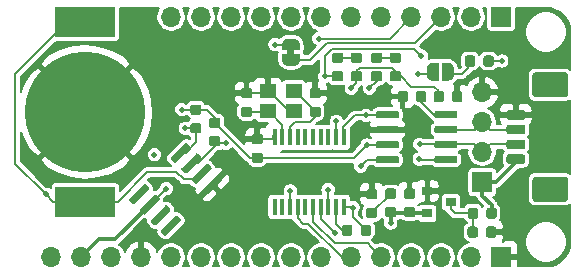
<source format=gbr>
G04 #@! TF.GenerationSoftware,KiCad,Pcbnew,(5.1.5-0-10_14)*
G04 #@! TF.CreationDate,2020-02-04T14:09:25+01:00*
G04 #@! TF.ProjectId,FeatherCAN,46656174-6865-4724-9341-4e2e6b696361,1.0*
G04 #@! TF.SameCoordinates,Original*
G04 #@! TF.FileFunction,Copper,L1,Top*
G04 #@! TF.FilePolarity,Positive*
%FSLAX46Y46*%
G04 Gerber Fmt 4.6, Leading zero omitted, Abs format (unit mm)*
G04 Created by KiCad (PCBNEW (5.1.5-0-10_14)) date 2020-02-04 14:09:25*
%MOMM*%
%LPD*%
G04 APERTURE LIST*
%ADD10C,0.100000*%
%ADD11R,1.700000X1.700000*%
%ADD12O,1.700000X1.700000*%
%ADD13R,5.100000X2.500000*%
%ADD14C,10.200000*%
%ADD15R,0.450000X1.450000*%
%ADD16R,0.900000X0.800000*%
%ADD17R,1.400000X1.200000*%
%ADD18C,0.500000*%
%ADD19C,0.200000*%
%ADD20C,0.300000*%
G04 APERTURE END LIST*
D10*
G36*
X142550000Y-98600000D02*
G01*
X142550000Y-99100000D01*
X143150000Y-99100000D01*
X143150000Y-98600000D01*
X142550000Y-98600000D01*
G37*
G04 #@! TA.AperFunction,SMDPad,CuDef*
G36*
X145177691Y-103451053D02*
G01*
X145198926Y-103454203D01*
X145219750Y-103459419D01*
X145239962Y-103466651D01*
X145259368Y-103475830D01*
X145277781Y-103486866D01*
X145295024Y-103499654D01*
X145310930Y-103514070D01*
X145325346Y-103529976D01*
X145338134Y-103547219D01*
X145349170Y-103565632D01*
X145358349Y-103585038D01*
X145365581Y-103605250D01*
X145370797Y-103626074D01*
X145373947Y-103647309D01*
X145375000Y-103668750D01*
X145375000Y-104106250D01*
X145373947Y-104127691D01*
X145370797Y-104148926D01*
X145365581Y-104169750D01*
X145358349Y-104189962D01*
X145349170Y-104209368D01*
X145338134Y-104227781D01*
X145325346Y-104245024D01*
X145310930Y-104260930D01*
X145295024Y-104275346D01*
X145277781Y-104288134D01*
X145259368Y-104299170D01*
X145239962Y-104308349D01*
X145219750Y-104315581D01*
X145198926Y-104320797D01*
X145177691Y-104323947D01*
X145156250Y-104325000D01*
X144643750Y-104325000D01*
X144622309Y-104323947D01*
X144601074Y-104320797D01*
X144580250Y-104315581D01*
X144560038Y-104308349D01*
X144540632Y-104299170D01*
X144522219Y-104288134D01*
X144504976Y-104275346D01*
X144489070Y-104260930D01*
X144474654Y-104245024D01*
X144461866Y-104227781D01*
X144450830Y-104209368D01*
X144441651Y-104189962D01*
X144434419Y-104169750D01*
X144429203Y-104148926D01*
X144426053Y-104127691D01*
X144425000Y-104106250D01*
X144425000Y-103668750D01*
X144426053Y-103647309D01*
X144429203Y-103626074D01*
X144434419Y-103605250D01*
X144441651Y-103585038D01*
X144450830Y-103565632D01*
X144461866Y-103547219D01*
X144474654Y-103529976D01*
X144489070Y-103514070D01*
X144504976Y-103499654D01*
X144522219Y-103486866D01*
X144540632Y-103475830D01*
X144560038Y-103466651D01*
X144580250Y-103459419D01*
X144601074Y-103454203D01*
X144622309Y-103451053D01*
X144643750Y-103450000D01*
X145156250Y-103450000D01*
X145177691Y-103451053D01*
G37*
G04 #@! TD.AperFunction*
G04 #@! TA.AperFunction,SMDPad,CuDef*
G36*
X145177691Y-101876053D02*
G01*
X145198926Y-101879203D01*
X145219750Y-101884419D01*
X145239962Y-101891651D01*
X145259368Y-101900830D01*
X145277781Y-101911866D01*
X145295024Y-101924654D01*
X145310930Y-101939070D01*
X145325346Y-101954976D01*
X145338134Y-101972219D01*
X145349170Y-101990632D01*
X145358349Y-102010038D01*
X145365581Y-102030250D01*
X145370797Y-102051074D01*
X145373947Y-102072309D01*
X145375000Y-102093750D01*
X145375000Y-102531250D01*
X145373947Y-102552691D01*
X145370797Y-102573926D01*
X145365581Y-102594750D01*
X145358349Y-102614962D01*
X145349170Y-102634368D01*
X145338134Y-102652781D01*
X145325346Y-102670024D01*
X145310930Y-102685930D01*
X145295024Y-102700346D01*
X145277781Y-102713134D01*
X145259368Y-102724170D01*
X145239962Y-102733349D01*
X145219750Y-102740581D01*
X145198926Y-102745797D01*
X145177691Y-102748947D01*
X145156250Y-102750000D01*
X144643750Y-102750000D01*
X144622309Y-102748947D01*
X144601074Y-102745797D01*
X144580250Y-102740581D01*
X144560038Y-102733349D01*
X144540632Y-102724170D01*
X144522219Y-102713134D01*
X144504976Y-102700346D01*
X144489070Y-102685930D01*
X144474654Y-102670024D01*
X144461866Y-102652781D01*
X144450830Y-102634368D01*
X144441651Y-102614962D01*
X144434419Y-102594750D01*
X144429203Y-102573926D01*
X144426053Y-102552691D01*
X144425000Y-102531250D01*
X144425000Y-102093750D01*
X144426053Y-102072309D01*
X144429203Y-102051074D01*
X144434419Y-102030250D01*
X144441651Y-102010038D01*
X144450830Y-101990632D01*
X144461866Y-101972219D01*
X144474654Y-101954976D01*
X144489070Y-101939070D01*
X144504976Y-101924654D01*
X144522219Y-101911866D01*
X144540632Y-101900830D01*
X144560038Y-101891651D01*
X144580250Y-101884419D01*
X144601074Y-101879203D01*
X144622309Y-101876053D01*
X144643750Y-101875000D01*
X145156250Y-101875000D01*
X145177691Y-101876053D01*
G37*
G04 #@! TD.AperFunction*
D11*
X160650000Y-95870000D03*
D12*
X158110000Y-95870000D03*
X155570000Y-95870000D03*
X153030000Y-95870000D03*
X150490000Y-95870000D03*
X147950000Y-95870000D03*
X145410000Y-95870000D03*
X142870000Y-95870000D03*
X140330000Y-95870000D03*
X137790000Y-95870000D03*
X135250000Y-95870000D03*
X132710000Y-95870000D03*
D11*
X160650000Y-116190000D03*
D12*
X158110000Y-116190000D03*
X155570000Y-116190000D03*
X153030000Y-116190000D03*
X150490000Y-116190000D03*
X147950000Y-116190000D03*
X145410000Y-116190000D03*
X142870000Y-116190000D03*
X140330000Y-116190000D03*
X137790000Y-116190000D03*
X135250000Y-116190000D03*
X132710000Y-116190000D03*
X130170000Y-116190000D03*
X127630000Y-116190000D03*
X125090000Y-116190000D03*
X122550000Y-116190000D03*
G04 #@! TA.AperFunction,SMDPad,CuDef*
D10*
G36*
X158477691Y-113601053D02*
G01*
X158498926Y-113604203D01*
X158519750Y-113609419D01*
X158539962Y-113616651D01*
X158559368Y-113625830D01*
X158577781Y-113636866D01*
X158595024Y-113649654D01*
X158610930Y-113664070D01*
X158625346Y-113679976D01*
X158638134Y-113697219D01*
X158649170Y-113715632D01*
X158658349Y-113735038D01*
X158665581Y-113755250D01*
X158670797Y-113776074D01*
X158673947Y-113797309D01*
X158675000Y-113818750D01*
X158675000Y-114331250D01*
X158673947Y-114352691D01*
X158670797Y-114373926D01*
X158665581Y-114394750D01*
X158658349Y-114414962D01*
X158649170Y-114434368D01*
X158638134Y-114452781D01*
X158625346Y-114470024D01*
X158610930Y-114485930D01*
X158595024Y-114500346D01*
X158577781Y-114513134D01*
X158559368Y-114524170D01*
X158539962Y-114533349D01*
X158519750Y-114540581D01*
X158498926Y-114545797D01*
X158477691Y-114548947D01*
X158456250Y-114550000D01*
X158018750Y-114550000D01*
X157997309Y-114548947D01*
X157976074Y-114545797D01*
X157955250Y-114540581D01*
X157935038Y-114533349D01*
X157915632Y-114524170D01*
X157897219Y-114513134D01*
X157879976Y-114500346D01*
X157864070Y-114485930D01*
X157849654Y-114470024D01*
X157836866Y-114452781D01*
X157825830Y-114434368D01*
X157816651Y-114414962D01*
X157809419Y-114394750D01*
X157804203Y-114373926D01*
X157801053Y-114352691D01*
X157800000Y-114331250D01*
X157800000Y-113818750D01*
X157801053Y-113797309D01*
X157804203Y-113776074D01*
X157809419Y-113755250D01*
X157816651Y-113735038D01*
X157825830Y-113715632D01*
X157836866Y-113697219D01*
X157849654Y-113679976D01*
X157864070Y-113664070D01*
X157879976Y-113649654D01*
X157897219Y-113636866D01*
X157915632Y-113625830D01*
X157935038Y-113616651D01*
X157955250Y-113609419D01*
X157976074Y-113604203D01*
X157997309Y-113601053D01*
X158018750Y-113600000D01*
X158456250Y-113600000D01*
X158477691Y-113601053D01*
G37*
G04 #@! TD.AperFunction*
G04 #@! TA.AperFunction,SMDPad,CuDef*
G36*
X160052691Y-113601053D02*
G01*
X160073926Y-113604203D01*
X160094750Y-113609419D01*
X160114962Y-113616651D01*
X160134368Y-113625830D01*
X160152781Y-113636866D01*
X160170024Y-113649654D01*
X160185930Y-113664070D01*
X160200346Y-113679976D01*
X160213134Y-113697219D01*
X160224170Y-113715632D01*
X160233349Y-113735038D01*
X160240581Y-113755250D01*
X160245797Y-113776074D01*
X160248947Y-113797309D01*
X160250000Y-113818750D01*
X160250000Y-114331250D01*
X160248947Y-114352691D01*
X160245797Y-114373926D01*
X160240581Y-114394750D01*
X160233349Y-114414962D01*
X160224170Y-114434368D01*
X160213134Y-114452781D01*
X160200346Y-114470024D01*
X160185930Y-114485930D01*
X160170024Y-114500346D01*
X160152781Y-114513134D01*
X160134368Y-114524170D01*
X160114962Y-114533349D01*
X160094750Y-114540581D01*
X160073926Y-114545797D01*
X160052691Y-114548947D01*
X160031250Y-114550000D01*
X159593750Y-114550000D01*
X159572309Y-114548947D01*
X159551074Y-114545797D01*
X159530250Y-114540581D01*
X159510038Y-114533349D01*
X159490632Y-114524170D01*
X159472219Y-114513134D01*
X159454976Y-114500346D01*
X159439070Y-114485930D01*
X159424654Y-114470024D01*
X159411866Y-114452781D01*
X159400830Y-114434368D01*
X159391651Y-114414962D01*
X159384419Y-114394750D01*
X159379203Y-114373926D01*
X159376053Y-114352691D01*
X159375000Y-114331250D01*
X159375000Y-113818750D01*
X159376053Y-113797309D01*
X159379203Y-113776074D01*
X159384419Y-113755250D01*
X159391651Y-113735038D01*
X159400830Y-113715632D01*
X159411866Y-113697219D01*
X159424654Y-113679976D01*
X159439070Y-113664070D01*
X159454976Y-113649654D01*
X159472219Y-113636866D01*
X159490632Y-113625830D01*
X159510038Y-113616651D01*
X159530250Y-113609419D01*
X159551074Y-113604203D01*
X159572309Y-113601053D01*
X159593750Y-113600000D01*
X160031250Y-113600000D01*
X160052691Y-113601053D01*
G37*
G04 #@! TD.AperFunction*
G04 #@! TA.AperFunction,SMDPad,CuDef*
G36*
X150377691Y-100451053D02*
G01*
X150398926Y-100454203D01*
X150419750Y-100459419D01*
X150439962Y-100466651D01*
X150459368Y-100475830D01*
X150477781Y-100486866D01*
X150495024Y-100499654D01*
X150510930Y-100514070D01*
X150525346Y-100529976D01*
X150538134Y-100547219D01*
X150549170Y-100565632D01*
X150558349Y-100585038D01*
X150565581Y-100605250D01*
X150570797Y-100626074D01*
X150573947Y-100647309D01*
X150575000Y-100668750D01*
X150575000Y-101106250D01*
X150573947Y-101127691D01*
X150570797Y-101148926D01*
X150565581Y-101169750D01*
X150558349Y-101189962D01*
X150549170Y-101209368D01*
X150538134Y-101227781D01*
X150525346Y-101245024D01*
X150510930Y-101260930D01*
X150495024Y-101275346D01*
X150477781Y-101288134D01*
X150459368Y-101299170D01*
X150439962Y-101308349D01*
X150419750Y-101315581D01*
X150398926Y-101320797D01*
X150377691Y-101323947D01*
X150356250Y-101325000D01*
X149843750Y-101325000D01*
X149822309Y-101323947D01*
X149801074Y-101320797D01*
X149780250Y-101315581D01*
X149760038Y-101308349D01*
X149740632Y-101299170D01*
X149722219Y-101288134D01*
X149704976Y-101275346D01*
X149689070Y-101260930D01*
X149674654Y-101245024D01*
X149661866Y-101227781D01*
X149650830Y-101209368D01*
X149641651Y-101189962D01*
X149634419Y-101169750D01*
X149629203Y-101148926D01*
X149626053Y-101127691D01*
X149625000Y-101106250D01*
X149625000Y-100668750D01*
X149626053Y-100647309D01*
X149629203Y-100626074D01*
X149634419Y-100605250D01*
X149641651Y-100585038D01*
X149650830Y-100565632D01*
X149661866Y-100547219D01*
X149674654Y-100529976D01*
X149689070Y-100514070D01*
X149704976Y-100499654D01*
X149722219Y-100486866D01*
X149740632Y-100475830D01*
X149760038Y-100466651D01*
X149780250Y-100459419D01*
X149801074Y-100454203D01*
X149822309Y-100451053D01*
X149843750Y-100450000D01*
X150356250Y-100450000D01*
X150377691Y-100451053D01*
G37*
G04 #@! TD.AperFunction*
G04 #@! TA.AperFunction,SMDPad,CuDef*
G36*
X150377691Y-98876053D02*
G01*
X150398926Y-98879203D01*
X150419750Y-98884419D01*
X150439962Y-98891651D01*
X150459368Y-98900830D01*
X150477781Y-98911866D01*
X150495024Y-98924654D01*
X150510930Y-98939070D01*
X150525346Y-98954976D01*
X150538134Y-98972219D01*
X150549170Y-98990632D01*
X150558349Y-99010038D01*
X150565581Y-99030250D01*
X150570797Y-99051074D01*
X150573947Y-99072309D01*
X150575000Y-99093750D01*
X150575000Y-99531250D01*
X150573947Y-99552691D01*
X150570797Y-99573926D01*
X150565581Y-99594750D01*
X150558349Y-99614962D01*
X150549170Y-99634368D01*
X150538134Y-99652781D01*
X150525346Y-99670024D01*
X150510930Y-99685930D01*
X150495024Y-99700346D01*
X150477781Y-99713134D01*
X150459368Y-99724170D01*
X150439962Y-99733349D01*
X150419750Y-99740581D01*
X150398926Y-99745797D01*
X150377691Y-99748947D01*
X150356250Y-99750000D01*
X149843750Y-99750000D01*
X149822309Y-99748947D01*
X149801074Y-99745797D01*
X149780250Y-99740581D01*
X149760038Y-99733349D01*
X149740632Y-99724170D01*
X149722219Y-99713134D01*
X149704976Y-99700346D01*
X149689070Y-99685930D01*
X149674654Y-99670024D01*
X149661866Y-99652781D01*
X149650830Y-99634368D01*
X149641651Y-99614962D01*
X149634419Y-99594750D01*
X149629203Y-99573926D01*
X149626053Y-99552691D01*
X149625000Y-99531250D01*
X149625000Y-99093750D01*
X149626053Y-99072309D01*
X149629203Y-99051074D01*
X149634419Y-99030250D01*
X149641651Y-99010038D01*
X149650830Y-98990632D01*
X149661866Y-98972219D01*
X149674654Y-98954976D01*
X149689070Y-98939070D01*
X149704976Y-98924654D01*
X149722219Y-98911866D01*
X149740632Y-98900830D01*
X149760038Y-98891651D01*
X149780250Y-98884419D01*
X149801074Y-98879203D01*
X149822309Y-98876053D01*
X149843750Y-98875000D01*
X150356250Y-98875000D01*
X150377691Y-98876053D01*
G37*
G04 #@! TD.AperFunction*
D13*
X125450000Y-96300000D03*
X125450000Y-111500000D03*
D14*
X125450000Y-103900000D03*
G04 #@! TA.AperFunction,SMDPad,CuDef*
D10*
G36*
X133995051Y-106514165D02*
G01*
X134009612Y-106516325D01*
X134023891Y-106519902D01*
X134037751Y-106524861D01*
X134051058Y-106531155D01*
X134063684Y-106538723D01*
X134075507Y-106547491D01*
X134086414Y-106557377D01*
X134298546Y-106769509D01*
X134308432Y-106780416D01*
X134317200Y-106792239D01*
X134324768Y-106804865D01*
X134331062Y-106818172D01*
X134336021Y-106832032D01*
X134339598Y-106846311D01*
X134341758Y-106860872D01*
X134342480Y-106875575D01*
X134341758Y-106890278D01*
X134339598Y-106904839D01*
X134336021Y-106919118D01*
X134331062Y-106932978D01*
X134324768Y-106946285D01*
X134317200Y-106958911D01*
X134308432Y-106970734D01*
X134298546Y-106981641D01*
X133131820Y-108148367D01*
X133120913Y-108158253D01*
X133109090Y-108167021D01*
X133096464Y-108174589D01*
X133083157Y-108180883D01*
X133069297Y-108185842D01*
X133055018Y-108189419D01*
X133040457Y-108191579D01*
X133025754Y-108192301D01*
X133011051Y-108191579D01*
X132996490Y-108189419D01*
X132982211Y-108185842D01*
X132968351Y-108180883D01*
X132955044Y-108174589D01*
X132942418Y-108167021D01*
X132930595Y-108158253D01*
X132919688Y-108148367D01*
X132707556Y-107936235D01*
X132697670Y-107925328D01*
X132688902Y-107913505D01*
X132681334Y-107900879D01*
X132675040Y-107887572D01*
X132670081Y-107873712D01*
X132666504Y-107859433D01*
X132664344Y-107844872D01*
X132663622Y-107830169D01*
X132664344Y-107815466D01*
X132666504Y-107800905D01*
X132670081Y-107786626D01*
X132675040Y-107772766D01*
X132681334Y-107759459D01*
X132688902Y-107746833D01*
X132697670Y-107735010D01*
X132707556Y-107724103D01*
X133874282Y-106557377D01*
X133885189Y-106547491D01*
X133897012Y-106538723D01*
X133909638Y-106531155D01*
X133922945Y-106524861D01*
X133936805Y-106519902D01*
X133951084Y-106516325D01*
X133965645Y-106514165D01*
X133980348Y-106513443D01*
X133995051Y-106514165D01*
G37*
G04 #@! TD.AperFunction*
G04 #@! TA.AperFunction,SMDPad,CuDef*
G36*
X134893076Y-107412191D02*
G01*
X134907637Y-107414351D01*
X134921916Y-107417928D01*
X134935776Y-107422887D01*
X134949083Y-107429181D01*
X134961709Y-107436749D01*
X134973532Y-107445517D01*
X134984439Y-107455403D01*
X135196571Y-107667535D01*
X135206457Y-107678442D01*
X135215225Y-107690265D01*
X135222793Y-107702891D01*
X135229087Y-107716198D01*
X135234046Y-107730058D01*
X135237623Y-107744337D01*
X135239783Y-107758898D01*
X135240505Y-107773601D01*
X135239783Y-107788304D01*
X135237623Y-107802865D01*
X135234046Y-107817144D01*
X135229087Y-107831004D01*
X135222793Y-107844311D01*
X135215225Y-107856937D01*
X135206457Y-107868760D01*
X135196571Y-107879667D01*
X134029845Y-109046393D01*
X134018938Y-109056279D01*
X134007115Y-109065047D01*
X133994489Y-109072615D01*
X133981182Y-109078909D01*
X133967322Y-109083868D01*
X133953043Y-109087445D01*
X133938482Y-109089605D01*
X133923779Y-109090327D01*
X133909076Y-109089605D01*
X133894515Y-109087445D01*
X133880236Y-109083868D01*
X133866376Y-109078909D01*
X133853069Y-109072615D01*
X133840443Y-109065047D01*
X133828620Y-109056279D01*
X133817713Y-109046393D01*
X133605581Y-108834261D01*
X133595695Y-108823354D01*
X133586927Y-108811531D01*
X133579359Y-108798905D01*
X133573065Y-108785598D01*
X133568106Y-108771738D01*
X133564529Y-108757459D01*
X133562369Y-108742898D01*
X133561647Y-108728195D01*
X133562369Y-108713492D01*
X133564529Y-108698931D01*
X133568106Y-108684652D01*
X133573065Y-108670792D01*
X133579359Y-108657485D01*
X133586927Y-108644859D01*
X133595695Y-108633036D01*
X133605581Y-108622129D01*
X134772307Y-107455403D01*
X134783214Y-107445517D01*
X134795037Y-107436749D01*
X134807663Y-107429181D01*
X134820970Y-107422887D01*
X134834830Y-107417928D01*
X134849109Y-107414351D01*
X134863670Y-107412191D01*
X134878373Y-107411469D01*
X134893076Y-107412191D01*
G37*
G04 #@! TD.AperFunction*
G04 #@! TA.AperFunction,SMDPad,CuDef*
G36*
X135791102Y-108310217D02*
G01*
X135805663Y-108312377D01*
X135819942Y-108315954D01*
X135833802Y-108320913D01*
X135847109Y-108327207D01*
X135859735Y-108334775D01*
X135871558Y-108343543D01*
X135882465Y-108353429D01*
X136094597Y-108565561D01*
X136104483Y-108576468D01*
X136113251Y-108588291D01*
X136120819Y-108600917D01*
X136127113Y-108614224D01*
X136132072Y-108628084D01*
X136135649Y-108642363D01*
X136137809Y-108656924D01*
X136138531Y-108671627D01*
X136137809Y-108686330D01*
X136135649Y-108700891D01*
X136132072Y-108715170D01*
X136127113Y-108729030D01*
X136120819Y-108742337D01*
X136113251Y-108754963D01*
X136104483Y-108766786D01*
X136094597Y-108777693D01*
X134927871Y-109944419D01*
X134916964Y-109954305D01*
X134905141Y-109963073D01*
X134892515Y-109970641D01*
X134879208Y-109976935D01*
X134865348Y-109981894D01*
X134851069Y-109985471D01*
X134836508Y-109987631D01*
X134821805Y-109988353D01*
X134807102Y-109987631D01*
X134792541Y-109985471D01*
X134778262Y-109981894D01*
X134764402Y-109976935D01*
X134751095Y-109970641D01*
X134738469Y-109963073D01*
X134726646Y-109954305D01*
X134715739Y-109944419D01*
X134503607Y-109732287D01*
X134493721Y-109721380D01*
X134484953Y-109709557D01*
X134477385Y-109696931D01*
X134471091Y-109683624D01*
X134466132Y-109669764D01*
X134462555Y-109655485D01*
X134460395Y-109640924D01*
X134459673Y-109626221D01*
X134460395Y-109611518D01*
X134462555Y-109596957D01*
X134466132Y-109582678D01*
X134471091Y-109568818D01*
X134477385Y-109555511D01*
X134484953Y-109542885D01*
X134493721Y-109531062D01*
X134503607Y-109520155D01*
X135670333Y-108353429D01*
X135681240Y-108343543D01*
X135693063Y-108334775D01*
X135705689Y-108327207D01*
X135718996Y-108320913D01*
X135732856Y-108315954D01*
X135747135Y-108312377D01*
X135761696Y-108310217D01*
X135776399Y-108309495D01*
X135791102Y-108310217D01*
G37*
G04 #@! TD.AperFunction*
G04 #@! TA.AperFunction,SMDPad,CuDef*
G36*
X136689128Y-109208242D02*
G01*
X136703689Y-109210402D01*
X136717968Y-109213979D01*
X136731828Y-109218938D01*
X136745135Y-109225232D01*
X136757761Y-109232800D01*
X136769584Y-109241568D01*
X136780491Y-109251454D01*
X136992623Y-109463586D01*
X137002509Y-109474493D01*
X137011277Y-109486316D01*
X137018845Y-109498942D01*
X137025139Y-109512249D01*
X137030098Y-109526109D01*
X137033675Y-109540388D01*
X137035835Y-109554949D01*
X137036557Y-109569652D01*
X137035835Y-109584355D01*
X137033675Y-109598916D01*
X137030098Y-109613195D01*
X137025139Y-109627055D01*
X137018845Y-109640362D01*
X137011277Y-109652988D01*
X137002509Y-109664811D01*
X136992623Y-109675718D01*
X135825897Y-110842444D01*
X135814990Y-110852330D01*
X135803167Y-110861098D01*
X135790541Y-110868666D01*
X135777234Y-110874960D01*
X135763374Y-110879919D01*
X135749095Y-110883496D01*
X135734534Y-110885656D01*
X135719831Y-110886378D01*
X135705128Y-110885656D01*
X135690567Y-110883496D01*
X135676288Y-110879919D01*
X135662428Y-110874960D01*
X135649121Y-110868666D01*
X135636495Y-110861098D01*
X135624672Y-110852330D01*
X135613765Y-110842444D01*
X135401633Y-110630312D01*
X135391747Y-110619405D01*
X135382979Y-110607582D01*
X135375411Y-110594956D01*
X135369117Y-110581649D01*
X135364158Y-110567789D01*
X135360581Y-110553510D01*
X135358421Y-110538949D01*
X135357699Y-110524246D01*
X135358421Y-110509543D01*
X135360581Y-110494982D01*
X135364158Y-110480703D01*
X135369117Y-110466843D01*
X135375411Y-110453536D01*
X135382979Y-110440910D01*
X135391747Y-110429087D01*
X135401633Y-110418180D01*
X136568359Y-109251454D01*
X136579266Y-109241568D01*
X136591089Y-109232800D01*
X136603715Y-109225232D01*
X136617022Y-109218938D01*
X136630882Y-109213979D01*
X136645161Y-109210402D01*
X136659722Y-109208242D01*
X136674425Y-109207520D01*
X136689128Y-109208242D01*
G37*
G04 #@! TD.AperFunction*
G04 #@! TA.AperFunction,SMDPad,CuDef*
G36*
X133188949Y-112708421D02*
G01*
X133203510Y-112710581D01*
X133217789Y-112714158D01*
X133231649Y-112719117D01*
X133244956Y-112725411D01*
X133257582Y-112732979D01*
X133269405Y-112741747D01*
X133280312Y-112751633D01*
X133492444Y-112963765D01*
X133502330Y-112974672D01*
X133511098Y-112986495D01*
X133518666Y-112999121D01*
X133524960Y-113012428D01*
X133529919Y-113026288D01*
X133533496Y-113040567D01*
X133535656Y-113055128D01*
X133536378Y-113069831D01*
X133535656Y-113084534D01*
X133533496Y-113099095D01*
X133529919Y-113113374D01*
X133524960Y-113127234D01*
X133518666Y-113140541D01*
X133511098Y-113153167D01*
X133502330Y-113164990D01*
X133492444Y-113175897D01*
X132325718Y-114342623D01*
X132314811Y-114352509D01*
X132302988Y-114361277D01*
X132290362Y-114368845D01*
X132277055Y-114375139D01*
X132263195Y-114380098D01*
X132248916Y-114383675D01*
X132234355Y-114385835D01*
X132219652Y-114386557D01*
X132204949Y-114385835D01*
X132190388Y-114383675D01*
X132176109Y-114380098D01*
X132162249Y-114375139D01*
X132148942Y-114368845D01*
X132136316Y-114361277D01*
X132124493Y-114352509D01*
X132113586Y-114342623D01*
X131901454Y-114130491D01*
X131891568Y-114119584D01*
X131882800Y-114107761D01*
X131875232Y-114095135D01*
X131868938Y-114081828D01*
X131863979Y-114067968D01*
X131860402Y-114053689D01*
X131858242Y-114039128D01*
X131857520Y-114024425D01*
X131858242Y-114009722D01*
X131860402Y-113995161D01*
X131863979Y-113980882D01*
X131868938Y-113967022D01*
X131875232Y-113953715D01*
X131882800Y-113941089D01*
X131891568Y-113929266D01*
X131901454Y-113918359D01*
X133068180Y-112751633D01*
X133079087Y-112741747D01*
X133090910Y-112732979D01*
X133103536Y-112725411D01*
X133116843Y-112719117D01*
X133130703Y-112714158D01*
X133144982Y-112710581D01*
X133159543Y-112708421D01*
X133174246Y-112707699D01*
X133188949Y-112708421D01*
G37*
G04 #@! TD.AperFunction*
G04 #@! TA.AperFunction,SMDPad,CuDef*
G36*
X132290924Y-111810395D02*
G01*
X132305485Y-111812555D01*
X132319764Y-111816132D01*
X132333624Y-111821091D01*
X132346931Y-111827385D01*
X132359557Y-111834953D01*
X132371380Y-111843721D01*
X132382287Y-111853607D01*
X132594419Y-112065739D01*
X132604305Y-112076646D01*
X132613073Y-112088469D01*
X132620641Y-112101095D01*
X132626935Y-112114402D01*
X132631894Y-112128262D01*
X132635471Y-112142541D01*
X132637631Y-112157102D01*
X132638353Y-112171805D01*
X132637631Y-112186508D01*
X132635471Y-112201069D01*
X132631894Y-112215348D01*
X132626935Y-112229208D01*
X132620641Y-112242515D01*
X132613073Y-112255141D01*
X132604305Y-112266964D01*
X132594419Y-112277871D01*
X131427693Y-113444597D01*
X131416786Y-113454483D01*
X131404963Y-113463251D01*
X131392337Y-113470819D01*
X131379030Y-113477113D01*
X131365170Y-113482072D01*
X131350891Y-113485649D01*
X131336330Y-113487809D01*
X131321627Y-113488531D01*
X131306924Y-113487809D01*
X131292363Y-113485649D01*
X131278084Y-113482072D01*
X131264224Y-113477113D01*
X131250917Y-113470819D01*
X131238291Y-113463251D01*
X131226468Y-113454483D01*
X131215561Y-113444597D01*
X131003429Y-113232465D01*
X130993543Y-113221558D01*
X130984775Y-113209735D01*
X130977207Y-113197109D01*
X130970913Y-113183802D01*
X130965954Y-113169942D01*
X130962377Y-113155663D01*
X130960217Y-113141102D01*
X130959495Y-113126399D01*
X130960217Y-113111696D01*
X130962377Y-113097135D01*
X130965954Y-113082856D01*
X130970913Y-113068996D01*
X130977207Y-113055689D01*
X130984775Y-113043063D01*
X130993543Y-113031240D01*
X131003429Y-113020333D01*
X132170155Y-111853607D01*
X132181062Y-111843721D01*
X132192885Y-111834953D01*
X132205511Y-111827385D01*
X132218818Y-111821091D01*
X132232678Y-111816132D01*
X132246957Y-111812555D01*
X132261518Y-111810395D01*
X132276221Y-111809673D01*
X132290924Y-111810395D01*
G37*
G04 #@! TD.AperFunction*
G04 #@! TA.AperFunction,SMDPad,CuDef*
G36*
X131392898Y-110912369D02*
G01*
X131407459Y-110914529D01*
X131421738Y-110918106D01*
X131435598Y-110923065D01*
X131448905Y-110929359D01*
X131461531Y-110936927D01*
X131473354Y-110945695D01*
X131484261Y-110955581D01*
X131696393Y-111167713D01*
X131706279Y-111178620D01*
X131715047Y-111190443D01*
X131722615Y-111203069D01*
X131728909Y-111216376D01*
X131733868Y-111230236D01*
X131737445Y-111244515D01*
X131739605Y-111259076D01*
X131740327Y-111273779D01*
X131739605Y-111288482D01*
X131737445Y-111303043D01*
X131733868Y-111317322D01*
X131728909Y-111331182D01*
X131722615Y-111344489D01*
X131715047Y-111357115D01*
X131706279Y-111368938D01*
X131696393Y-111379845D01*
X130529667Y-112546571D01*
X130518760Y-112556457D01*
X130506937Y-112565225D01*
X130494311Y-112572793D01*
X130481004Y-112579087D01*
X130467144Y-112584046D01*
X130452865Y-112587623D01*
X130438304Y-112589783D01*
X130423601Y-112590505D01*
X130408898Y-112589783D01*
X130394337Y-112587623D01*
X130380058Y-112584046D01*
X130366198Y-112579087D01*
X130352891Y-112572793D01*
X130340265Y-112565225D01*
X130328442Y-112556457D01*
X130317535Y-112546571D01*
X130105403Y-112334439D01*
X130095517Y-112323532D01*
X130086749Y-112311709D01*
X130079181Y-112299083D01*
X130072887Y-112285776D01*
X130067928Y-112271916D01*
X130064351Y-112257637D01*
X130062191Y-112243076D01*
X130061469Y-112228373D01*
X130062191Y-112213670D01*
X130064351Y-112199109D01*
X130067928Y-112184830D01*
X130072887Y-112170970D01*
X130079181Y-112157663D01*
X130086749Y-112145037D01*
X130095517Y-112133214D01*
X130105403Y-112122307D01*
X131272129Y-110955581D01*
X131283036Y-110945695D01*
X131294859Y-110936927D01*
X131307485Y-110929359D01*
X131320792Y-110923065D01*
X131334652Y-110918106D01*
X131348931Y-110914529D01*
X131363492Y-110912369D01*
X131378195Y-110911647D01*
X131392898Y-110912369D01*
G37*
G04 #@! TD.AperFunction*
G04 #@! TA.AperFunction,SMDPad,CuDef*
G36*
X130494872Y-110014344D02*
G01*
X130509433Y-110016504D01*
X130523712Y-110020081D01*
X130537572Y-110025040D01*
X130550879Y-110031334D01*
X130563505Y-110038902D01*
X130575328Y-110047670D01*
X130586235Y-110057556D01*
X130798367Y-110269688D01*
X130808253Y-110280595D01*
X130817021Y-110292418D01*
X130824589Y-110305044D01*
X130830883Y-110318351D01*
X130835842Y-110332211D01*
X130839419Y-110346490D01*
X130841579Y-110361051D01*
X130842301Y-110375754D01*
X130841579Y-110390457D01*
X130839419Y-110405018D01*
X130835842Y-110419297D01*
X130830883Y-110433157D01*
X130824589Y-110446464D01*
X130817021Y-110459090D01*
X130808253Y-110470913D01*
X130798367Y-110481820D01*
X129631641Y-111648546D01*
X129620734Y-111658432D01*
X129608911Y-111667200D01*
X129596285Y-111674768D01*
X129582978Y-111681062D01*
X129569118Y-111686021D01*
X129554839Y-111689598D01*
X129540278Y-111691758D01*
X129525575Y-111692480D01*
X129510872Y-111691758D01*
X129496311Y-111689598D01*
X129482032Y-111686021D01*
X129468172Y-111681062D01*
X129454865Y-111674768D01*
X129442239Y-111667200D01*
X129430416Y-111658432D01*
X129419509Y-111648546D01*
X129207377Y-111436414D01*
X129197491Y-111425507D01*
X129188723Y-111413684D01*
X129181155Y-111401058D01*
X129174861Y-111387751D01*
X129169902Y-111373891D01*
X129166325Y-111359612D01*
X129164165Y-111345051D01*
X129163443Y-111330348D01*
X129164165Y-111315645D01*
X129166325Y-111301084D01*
X129169902Y-111286805D01*
X129174861Y-111272945D01*
X129181155Y-111259638D01*
X129188723Y-111247012D01*
X129197491Y-111235189D01*
X129207377Y-111224282D01*
X130374103Y-110057556D01*
X130385010Y-110047670D01*
X130396833Y-110038902D01*
X130409459Y-110031334D01*
X130422766Y-110025040D01*
X130436626Y-110020081D01*
X130450905Y-110016504D01*
X130465466Y-110014344D01*
X130480169Y-110013622D01*
X130494872Y-110014344D01*
G37*
G04 #@! TD.AperFunction*
D15*
X147325000Y-106050000D03*
X146675000Y-106050000D03*
X146025000Y-106050000D03*
X145375000Y-106050000D03*
X144725000Y-106050000D03*
X144075000Y-106050000D03*
X143425000Y-106050000D03*
X142775000Y-106050000D03*
X142125000Y-106050000D03*
X141475000Y-106050000D03*
X141475000Y-111950000D03*
X142125000Y-111950000D03*
X142775000Y-111950000D03*
X143425000Y-111950000D03*
X144075000Y-111950000D03*
X144725000Y-111950000D03*
X145375000Y-111950000D03*
X146025000Y-111950000D03*
X146675000Y-111950000D03*
X147325000Y-111950000D03*
G04 #@! TA.AperFunction,SMDPad,CuDef*
D10*
G36*
X151864703Y-103845722D02*
G01*
X151879264Y-103847882D01*
X151893543Y-103851459D01*
X151907403Y-103856418D01*
X151920710Y-103862712D01*
X151933336Y-103870280D01*
X151945159Y-103879048D01*
X151956066Y-103888934D01*
X151965952Y-103899841D01*
X151974720Y-103911664D01*
X151982288Y-103924290D01*
X151988582Y-103937597D01*
X151993541Y-103951457D01*
X151997118Y-103965736D01*
X151999278Y-103980297D01*
X152000000Y-103995000D01*
X152000000Y-104295000D01*
X151999278Y-104309703D01*
X151997118Y-104324264D01*
X151993541Y-104338543D01*
X151988582Y-104352403D01*
X151982288Y-104365710D01*
X151974720Y-104378336D01*
X151965952Y-104390159D01*
X151956066Y-104401066D01*
X151945159Y-104410952D01*
X151933336Y-104419720D01*
X151920710Y-104427288D01*
X151907403Y-104433582D01*
X151893543Y-104438541D01*
X151879264Y-104442118D01*
X151864703Y-104444278D01*
X151850000Y-104445000D01*
X150200000Y-104445000D01*
X150185297Y-104444278D01*
X150170736Y-104442118D01*
X150156457Y-104438541D01*
X150142597Y-104433582D01*
X150129290Y-104427288D01*
X150116664Y-104419720D01*
X150104841Y-104410952D01*
X150093934Y-104401066D01*
X150084048Y-104390159D01*
X150075280Y-104378336D01*
X150067712Y-104365710D01*
X150061418Y-104352403D01*
X150056459Y-104338543D01*
X150052882Y-104324264D01*
X150050722Y-104309703D01*
X150050000Y-104295000D01*
X150050000Y-103995000D01*
X150050722Y-103980297D01*
X150052882Y-103965736D01*
X150056459Y-103951457D01*
X150061418Y-103937597D01*
X150067712Y-103924290D01*
X150075280Y-103911664D01*
X150084048Y-103899841D01*
X150093934Y-103888934D01*
X150104841Y-103879048D01*
X150116664Y-103870280D01*
X150129290Y-103862712D01*
X150142597Y-103856418D01*
X150156457Y-103851459D01*
X150170736Y-103847882D01*
X150185297Y-103845722D01*
X150200000Y-103845000D01*
X151850000Y-103845000D01*
X151864703Y-103845722D01*
G37*
G04 #@! TD.AperFunction*
G04 #@! TA.AperFunction,SMDPad,CuDef*
G36*
X151864703Y-105115722D02*
G01*
X151879264Y-105117882D01*
X151893543Y-105121459D01*
X151907403Y-105126418D01*
X151920710Y-105132712D01*
X151933336Y-105140280D01*
X151945159Y-105149048D01*
X151956066Y-105158934D01*
X151965952Y-105169841D01*
X151974720Y-105181664D01*
X151982288Y-105194290D01*
X151988582Y-105207597D01*
X151993541Y-105221457D01*
X151997118Y-105235736D01*
X151999278Y-105250297D01*
X152000000Y-105265000D01*
X152000000Y-105565000D01*
X151999278Y-105579703D01*
X151997118Y-105594264D01*
X151993541Y-105608543D01*
X151988582Y-105622403D01*
X151982288Y-105635710D01*
X151974720Y-105648336D01*
X151965952Y-105660159D01*
X151956066Y-105671066D01*
X151945159Y-105680952D01*
X151933336Y-105689720D01*
X151920710Y-105697288D01*
X151907403Y-105703582D01*
X151893543Y-105708541D01*
X151879264Y-105712118D01*
X151864703Y-105714278D01*
X151850000Y-105715000D01*
X150200000Y-105715000D01*
X150185297Y-105714278D01*
X150170736Y-105712118D01*
X150156457Y-105708541D01*
X150142597Y-105703582D01*
X150129290Y-105697288D01*
X150116664Y-105689720D01*
X150104841Y-105680952D01*
X150093934Y-105671066D01*
X150084048Y-105660159D01*
X150075280Y-105648336D01*
X150067712Y-105635710D01*
X150061418Y-105622403D01*
X150056459Y-105608543D01*
X150052882Y-105594264D01*
X150050722Y-105579703D01*
X150050000Y-105565000D01*
X150050000Y-105265000D01*
X150050722Y-105250297D01*
X150052882Y-105235736D01*
X150056459Y-105221457D01*
X150061418Y-105207597D01*
X150067712Y-105194290D01*
X150075280Y-105181664D01*
X150084048Y-105169841D01*
X150093934Y-105158934D01*
X150104841Y-105149048D01*
X150116664Y-105140280D01*
X150129290Y-105132712D01*
X150142597Y-105126418D01*
X150156457Y-105121459D01*
X150170736Y-105117882D01*
X150185297Y-105115722D01*
X150200000Y-105115000D01*
X151850000Y-105115000D01*
X151864703Y-105115722D01*
G37*
G04 #@! TD.AperFunction*
G04 #@! TA.AperFunction,SMDPad,CuDef*
G36*
X151864703Y-106385722D02*
G01*
X151879264Y-106387882D01*
X151893543Y-106391459D01*
X151907403Y-106396418D01*
X151920710Y-106402712D01*
X151933336Y-106410280D01*
X151945159Y-106419048D01*
X151956066Y-106428934D01*
X151965952Y-106439841D01*
X151974720Y-106451664D01*
X151982288Y-106464290D01*
X151988582Y-106477597D01*
X151993541Y-106491457D01*
X151997118Y-106505736D01*
X151999278Y-106520297D01*
X152000000Y-106535000D01*
X152000000Y-106835000D01*
X151999278Y-106849703D01*
X151997118Y-106864264D01*
X151993541Y-106878543D01*
X151988582Y-106892403D01*
X151982288Y-106905710D01*
X151974720Y-106918336D01*
X151965952Y-106930159D01*
X151956066Y-106941066D01*
X151945159Y-106950952D01*
X151933336Y-106959720D01*
X151920710Y-106967288D01*
X151907403Y-106973582D01*
X151893543Y-106978541D01*
X151879264Y-106982118D01*
X151864703Y-106984278D01*
X151850000Y-106985000D01*
X150200000Y-106985000D01*
X150185297Y-106984278D01*
X150170736Y-106982118D01*
X150156457Y-106978541D01*
X150142597Y-106973582D01*
X150129290Y-106967288D01*
X150116664Y-106959720D01*
X150104841Y-106950952D01*
X150093934Y-106941066D01*
X150084048Y-106930159D01*
X150075280Y-106918336D01*
X150067712Y-106905710D01*
X150061418Y-106892403D01*
X150056459Y-106878543D01*
X150052882Y-106864264D01*
X150050722Y-106849703D01*
X150050000Y-106835000D01*
X150050000Y-106535000D01*
X150050722Y-106520297D01*
X150052882Y-106505736D01*
X150056459Y-106491457D01*
X150061418Y-106477597D01*
X150067712Y-106464290D01*
X150075280Y-106451664D01*
X150084048Y-106439841D01*
X150093934Y-106428934D01*
X150104841Y-106419048D01*
X150116664Y-106410280D01*
X150129290Y-106402712D01*
X150142597Y-106396418D01*
X150156457Y-106391459D01*
X150170736Y-106387882D01*
X150185297Y-106385722D01*
X150200000Y-106385000D01*
X151850000Y-106385000D01*
X151864703Y-106385722D01*
G37*
G04 #@! TD.AperFunction*
G04 #@! TA.AperFunction,SMDPad,CuDef*
G36*
X151864703Y-107655722D02*
G01*
X151879264Y-107657882D01*
X151893543Y-107661459D01*
X151907403Y-107666418D01*
X151920710Y-107672712D01*
X151933336Y-107680280D01*
X151945159Y-107689048D01*
X151956066Y-107698934D01*
X151965952Y-107709841D01*
X151974720Y-107721664D01*
X151982288Y-107734290D01*
X151988582Y-107747597D01*
X151993541Y-107761457D01*
X151997118Y-107775736D01*
X151999278Y-107790297D01*
X152000000Y-107805000D01*
X152000000Y-108105000D01*
X151999278Y-108119703D01*
X151997118Y-108134264D01*
X151993541Y-108148543D01*
X151988582Y-108162403D01*
X151982288Y-108175710D01*
X151974720Y-108188336D01*
X151965952Y-108200159D01*
X151956066Y-108211066D01*
X151945159Y-108220952D01*
X151933336Y-108229720D01*
X151920710Y-108237288D01*
X151907403Y-108243582D01*
X151893543Y-108248541D01*
X151879264Y-108252118D01*
X151864703Y-108254278D01*
X151850000Y-108255000D01*
X150200000Y-108255000D01*
X150185297Y-108254278D01*
X150170736Y-108252118D01*
X150156457Y-108248541D01*
X150142597Y-108243582D01*
X150129290Y-108237288D01*
X150116664Y-108229720D01*
X150104841Y-108220952D01*
X150093934Y-108211066D01*
X150084048Y-108200159D01*
X150075280Y-108188336D01*
X150067712Y-108175710D01*
X150061418Y-108162403D01*
X150056459Y-108148543D01*
X150052882Y-108134264D01*
X150050722Y-108119703D01*
X150050000Y-108105000D01*
X150050000Y-107805000D01*
X150050722Y-107790297D01*
X150052882Y-107775736D01*
X150056459Y-107761457D01*
X150061418Y-107747597D01*
X150067712Y-107734290D01*
X150075280Y-107721664D01*
X150084048Y-107709841D01*
X150093934Y-107698934D01*
X150104841Y-107689048D01*
X150116664Y-107680280D01*
X150129290Y-107672712D01*
X150142597Y-107666418D01*
X150156457Y-107661459D01*
X150170736Y-107657882D01*
X150185297Y-107655722D01*
X150200000Y-107655000D01*
X151850000Y-107655000D01*
X151864703Y-107655722D01*
G37*
G04 #@! TD.AperFunction*
G04 #@! TA.AperFunction,SMDPad,CuDef*
G36*
X156814703Y-107655722D02*
G01*
X156829264Y-107657882D01*
X156843543Y-107661459D01*
X156857403Y-107666418D01*
X156870710Y-107672712D01*
X156883336Y-107680280D01*
X156895159Y-107689048D01*
X156906066Y-107698934D01*
X156915952Y-107709841D01*
X156924720Y-107721664D01*
X156932288Y-107734290D01*
X156938582Y-107747597D01*
X156943541Y-107761457D01*
X156947118Y-107775736D01*
X156949278Y-107790297D01*
X156950000Y-107805000D01*
X156950000Y-108105000D01*
X156949278Y-108119703D01*
X156947118Y-108134264D01*
X156943541Y-108148543D01*
X156938582Y-108162403D01*
X156932288Y-108175710D01*
X156924720Y-108188336D01*
X156915952Y-108200159D01*
X156906066Y-108211066D01*
X156895159Y-108220952D01*
X156883336Y-108229720D01*
X156870710Y-108237288D01*
X156857403Y-108243582D01*
X156843543Y-108248541D01*
X156829264Y-108252118D01*
X156814703Y-108254278D01*
X156800000Y-108255000D01*
X155150000Y-108255000D01*
X155135297Y-108254278D01*
X155120736Y-108252118D01*
X155106457Y-108248541D01*
X155092597Y-108243582D01*
X155079290Y-108237288D01*
X155066664Y-108229720D01*
X155054841Y-108220952D01*
X155043934Y-108211066D01*
X155034048Y-108200159D01*
X155025280Y-108188336D01*
X155017712Y-108175710D01*
X155011418Y-108162403D01*
X155006459Y-108148543D01*
X155002882Y-108134264D01*
X155000722Y-108119703D01*
X155000000Y-108105000D01*
X155000000Y-107805000D01*
X155000722Y-107790297D01*
X155002882Y-107775736D01*
X155006459Y-107761457D01*
X155011418Y-107747597D01*
X155017712Y-107734290D01*
X155025280Y-107721664D01*
X155034048Y-107709841D01*
X155043934Y-107698934D01*
X155054841Y-107689048D01*
X155066664Y-107680280D01*
X155079290Y-107672712D01*
X155092597Y-107666418D01*
X155106457Y-107661459D01*
X155120736Y-107657882D01*
X155135297Y-107655722D01*
X155150000Y-107655000D01*
X156800000Y-107655000D01*
X156814703Y-107655722D01*
G37*
G04 #@! TD.AperFunction*
G04 #@! TA.AperFunction,SMDPad,CuDef*
G36*
X156814703Y-106385722D02*
G01*
X156829264Y-106387882D01*
X156843543Y-106391459D01*
X156857403Y-106396418D01*
X156870710Y-106402712D01*
X156883336Y-106410280D01*
X156895159Y-106419048D01*
X156906066Y-106428934D01*
X156915952Y-106439841D01*
X156924720Y-106451664D01*
X156932288Y-106464290D01*
X156938582Y-106477597D01*
X156943541Y-106491457D01*
X156947118Y-106505736D01*
X156949278Y-106520297D01*
X156950000Y-106535000D01*
X156950000Y-106835000D01*
X156949278Y-106849703D01*
X156947118Y-106864264D01*
X156943541Y-106878543D01*
X156938582Y-106892403D01*
X156932288Y-106905710D01*
X156924720Y-106918336D01*
X156915952Y-106930159D01*
X156906066Y-106941066D01*
X156895159Y-106950952D01*
X156883336Y-106959720D01*
X156870710Y-106967288D01*
X156857403Y-106973582D01*
X156843543Y-106978541D01*
X156829264Y-106982118D01*
X156814703Y-106984278D01*
X156800000Y-106985000D01*
X155150000Y-106985000D01*
X155135297Y-106984278D01*
X155120736Y-106982118D01*
X155106457Y-106978541D01*
X155092597Y-106973582D01*
X155079290Y-106967288D01*
X155066664Y-106959720D01*
X155054841Y-106950952D01*
X155043934Y-106941066D01*
X155034048Y-106930159D01*
X155025280Y-106918336D01*
X155017712Y-106905710D01*
X155011418Y-106892403D01*
X155006459Y-106878543D01*
X155002882Y-106864264D01*
X155000722Y-106849703D01*
X155000000Y-106835000D01*
X155000000Y-106535000D01*
X155000722Y-106520297D01*
X155002882Y-106505736D01*
X155006459Y-106491457D01*
X155011418Y-106477597D01*
X155017712Y-106464290D01*
X155025280Y-106451664D01*
X155034048Y-106439841D01*
X155043934Y-106428934D01*
X155054841Y-106419048D01*
X155066664Y-106410280D01*
X155079290Y-106402712D01*
X155092597Y-106396418D01*
X155106457Y-106391459D01*
X155120736Y-106387882D01*
X155135297Y-106385722D01*
X155150000Y-106385000D01*
X156800000Y-106385000D01*
X156814703Y-106385722D01*
G37*
G04 #@! TD.AperFunction*
G04 #@! TA.AperFunction,SMDPad,CuDef*
G36*
X156814703Y-105115722D02*
G01*
X156829264Y-105117882D01*
X156843543Y-105121459D01*
X156857403Y-105126418D01*
X156870710Y-105132712D01*
X156883336Y-105140280D01*
X156895159Y-105149048D01*
X156906066Y-105158934D01*
X156915952Y-105169841D01*
X156924720Y-105181664D01*
X156932288Y-105194290D01*
X156938582Y-105207597D01*
X156943541Y-105221457D01*
X156947118Y-105235736D01*
X156949278Y-105250297D01*
X156950000Y-105265000D01*
X156950000Y-105565000D01*
X156949278Y-105579703D01*
X156947118Y-105594264D01*
X156943541Y-105608543D01*
X156938582Y-105622403D01*
X156932288Y-105635710D01*
X156924720Y-105648336D01*
X156915952Y-105660159D01*
X156906066Y-105671066D01*
X156895159Y-105680952D01*
X156883336Y-105689720D01*
X156870710Y-105697288D01*
X156857403Y-105703582D01*
X156843543Y-105708541D01*
X156829264Y-105712118D01*
X156814703Y-105714278D01*
X156800000Y-105715000D01*
X155150000Y-105715000D01*
X155135297Y-105714278D01*
X155120736Y-105712118D01*
X155106457Y-105708541D01*
X155092597Y-105703582D01*
X155079290Y-105697288D01*
X155066664Y-105689720D01*
X155054841Y-105680952D01*
X155043934Y-105671066D01*
X155034048Y-105660159D01*
X155025280Y-105648336D01*
X155017712Y-105635710D01*
X155011418Y-105622403D01*
X155006459Y-105608543D01*
X155002882Y-105594264D01*
X155000722Y-105579703D01*
X155000000Y-105565000D01*
X155000000Y-105265000D01*
X155000722Y-105250297D01*
X155002882Y-105235736D01*
X155006459Y-105221457D01*
X155011418Y-105207597D01*
X155017712Y-105194290D01*
X155025280Y-105181664D01*
X155034048Y-105169841D01*
X155043934Y-105158934D01*
X155054841Y-105149048D01*
X155066664Y-105140280D01*
X155079290Y-105132712D01*
X155092597Y-105126418D01*
X155106457Y-105121459D01*
X155120736Y-105117882D01*
X155135297Y-105115722D01*
X155150000Y-105115000D01*
X156800000Y-105115000D01*
X156814703Y-105115722D01*
G37*
G04 #@! TD.AperFunction*
G04 #@! TA.AperFunction,SMDPad,CuDef*
G36*
X156814703Y-103845722D02*
G01*
X156829264Y-103847882D01*
X156843543Y-103851459D01*
X156857403Y-103856418D01*
X156870710Y-103862712D01*
X156883336Y-103870280D01*
X156895159Y-103879048D01*
X156906066Y-103888934D01*
X156915952Y-103899841D01*
X156924720Y-103911664D01*
X156932288Y-103924290D01*
X156938582Y-103937597D01*
X156943541Y-103951457D01*
X156947118Y-103965736D01*
X156949278Y-103980297D01*
X156950000Y-103995000D01*
X156950000Y-104295000D01*
X156949278Y-104309703D01*
X156947118Y-104324264D01*
X156943541Y-104338543D01*
X156938582Y-104352403D01*
X156932288Y-104365710D01*
X156924720Y-104378336D01*
X156915952Y-104390159D01*
X156906066Y-104401066D01*
X156895159Y-104410952D01*
X156883336Y-104419720D01*
X156870710Y-104427288D01*
X156857403Y-104433582D01*
X156843543Y-104438541D01*
X156829264Y-104442118D01*
X156814703Y-104444278D01*
X156800000Y-104445000D01*
X155150000Y-104445000D01*
X155135297Y-104444278D01*
X155120736Y-104442118D01*
X155106457Y-104438541D01*
X155092597Y-104433582D01*
X155079290Y-104427288D01*
X155066664Y-104419720D01*
X155054841Y-104410952D01*
X155043934Y-104401066D01*
X155034048Y-104390159D01*
X155025280Y-104378336D01*
X155017712Y-104365710D01*
X155011418Y-104352403D01*
X155006459Y-104338543D01*
X155002882Y-104324264D01*
X155000722Y-104309703D01*
X155000000Y-104295000D01*
X155000000Y-103995000D01*
X155000722Y-103980297D01*
X155002882Y-103965736D01*
X155006459Y-103951457D01*
X155011418Y-103937597D01*
X155017712Y-103924290D01*
X155025280Y-103911664D01*
X155034048Y-103899841D01*
X155043934Y-103888934D01*
X155054841Y-103879048D01*
X155066664Y-103870280D01*
X155079290Y-103862712D01*
X155092597Y-103856418D01*
X155106457Y-103851459D01*
X155120736Y-103847882D01*
X155135297Y-103845722D01*
X155150000Y-103845000D01*
X156800000Y-103845000D01*
X156814703Y-103845722D01*
G37*
G04 #@! TD.AperFunction*
G04 #@! TA.AperFunction,SMDPad,CuDef*
G36*
X151977691Y-100451053D02*
G01*
X151998926Y-100454203D01*
X152019750Y-100459419D01*
X152039962Y-100466651D01*
X152059368Y-100475830D01*
X152077781Y-100486866D01*
X152095024Y-100499654D01*
X152110930Y-100514070D01*
X152125346Y-100529976D01*
X152138134Y-100547219D01*
X152149170Y-100565632D01*
X152158349Y-100585038D01*
X152165581Y-100605250D01*
X152170797Y-100626074D01*
X152173947Y-100647309D01*
X152175000Y-100668750D01*
X152175000Y-101106250D01*
X152173947Y-101127691D01*
X152170797Y-101148926D01*
X152165581Y-101169750D01*
X152158349Y-101189962D01*
X152149170Y-101209368D01*
X152138134Y-101227781D01*
X152125346Y-101245024D01*
X152110930Y-101260930D01*
X152095024Y-101275346D01*
X152077781Y-101288134D01*
X152059368Y-101299170D01*
X152039962Y-101308349D01*
X152019750Y-101315581D01*
X151998926Y-101320797D01*
X151977691Y-101323947D01*
X151956250Y-101325000D01*
X151443750Y-101325000D01*
X151422309Y-101323947D01*
X151401074Y-101320797D01*
X151380250Y-101315581D01*
X151360038Y-101308349D01*
X151340632Y-101299170D01*
X151322219Y-101288134D01*
X151304976Y-101275346D01*
X151289070Y-101260930D01*
X151274654Y-101245024D01*
X151261866Y-101227781D01*
X151250830Y-101209368D01*
X151241651Y-101189962D01*
X151234419Y-101169750D01*
X151229203Y-101148926D01*
X151226053Y-101127691D01*
X151225000Y-101106250D01*
X151225000Y-100668750D01*
X151226053Y-100647309D01*
X151229203Y-100626074D01*
X151234419Y-100605250D01*
X151241651Y-100585038D01*
X151250830Y-100565632D01*
X151261866Y-100547219D01*
X151274654Y-100529976D01*
X151289070Y-100514070D01*
X151304976Y-100499654D01*
X151322219Y-100486866D01*
X151340632Y-100475830D01*
X151360038Y-100466651D01*
X151380250Y-100459419D01*
X151401074Y-100454203D01*
X151422309Y-100451053D01*
X151443750Y-100450000D01*
X151956250Y-100450000D01*
X151977691Y-100451053D01*
G37*
G04 #@! TD.AperFunction*
G04 #@! TA.AperFunction,SMDPad,CuDef*
G36*
X151977691Y-98876053D02*
G01*
X151998926Y-98879203D01*
X152019750Y-98884419D01*
X152039962Y-98891651D01*
X152059368Y-98900830D01*
X152077781Y-98911866D01*
X152095024Y-98924654D01*
X152110930Y-98939070D01*
X152125346Y-98954976D01*
X152138134Y-98972219D01*
X152149170Y-98990632D01*
X152158349Y-99010038D01*
X152165581Y-99030250D01*
X152170797Y-99051074D01*
X152173947Y-99072309D01*
X152175000Y-99093750D01*
X152175000Y-99531250D01*
X152173947Y-99552691D01*
X152170797Y-99573926D01*
X152165581Y-99594750D01*
X152158349Y-99614962D01*
X152149170Y-99634368D01*
X152138134Y-99652781D01*
X152125346Y-99670024D01*
X152110930Y-99685930D01*
X152095024Y-99700346D01*
X152077781Y-99713134D01*
X152059368Y-99724170D01*
X152039962Y-99733349D01*
X152019750Y-99740581D01*
X151998926Y-99745797D01*
X151977691Y-99748947D01*
X151956250Y-99750000D01*
X151443750Y-99750000D01*
X151422309Y-99748947D01*
X151401074Y-99745797D01*
X151380250Y-99740581D01*
X151360038Y-99733349D01*
X151340632Y-99724170D01*
X151322219Y-99713134D01*
X151304976Y-99700346D01*
X151289070Y-99685930D01*
X151274654Y-99670024D01*
X151261866Y-99652781D01*
X151250830Y-99634368D01*
X151241651Y-99614962D01*
X151234419Y-99594750D01*
X151229203Y-99573926D01*
X151226053Y-99552691D01*
X151225000Y-99531250D01*
X151225000Y-99093750D01*
X151226053Y-99072309D01*
X151229203Y-99051074D01*
X151234419Y-99030250D01*
X151241651Y-99010038D01*
X151250830Y-98990632D01*
X151261866Y-98972219D01*
X151274654Y-98954976D01*
X151289070Y-98939070D01*
X151304976Y-98924654D01*
X151322219Y-98911866D01*
X151340632Y-98900830D01*
X151360038Y-98891651D01*
X151380250Y-98884419D01*
X151401074Y-98879203D01*
X151422309Y-98876053D01*
X151443750Y-98875000D01*
X151956250Y-98875000D01*
X151977691Y-98876053D01*
G37*
G04 #@! TD.AperFunction*
G04 #@! TA.AperFunction,SMDPad,CuDef*
G36*
X148677691Y-98876053D02*
G01*
X148698926Y-98879203D01*
X148719750Y-98884419D01*
X148739962Y-98891651D01*
X148759368Y-98900830D01*
X148777781Y-98911866D01*
X148795024Y-98924654D01*
X148810930Y-98939070D01*
X148825346Y-98954976D01*
X148838134Y-98972219D01*
X148849170Y-98990632D01*
X148858349Y-99010038D01*
X148865581Y-99030250D01*
X148870797Y-99051074D01*
X148873947Y-99072309D01*
X148875000Y-99093750D01*
X148875000Y-99531250D01*
X148873947Y-99552691D01*
X148870797Y-99573926D01*
X148865581Y-99594750D01*
X148858349Y-99614962D01*
X148849170Y-99634368D01*
X148838134Y-99652781D01*
X148825346Y-99670024D01*
X148810930Y-99685930D01*
X148795024Y-99700346D01*
X148777781Y-99713134D01*
X148759368Y-99724170D01*
X148739962Y-99733349D01*
X148719750Y-99740581D01*
X148698926Y-99745797D01*
X148677691Y-99748947D01*
X148656250Y-99750000D01*
X148143750Y-99750000D01*
X148122309Y-99748947D01*
X148101074Y-99745797D01*
X148080250Y-99740581D01*
X148060038Y-99733349D01*
X148040632Y-99724170D01*
X148022219Y-99713134D01*
X148004976Y-99700346D01*
X147989070Y-99685930D01*
X147974654Y-99670024D01*
X147961866Y-99652781D01*
X147950830Y-99634368D01*
X147941651Y-99614962D01*
X147934419Y-99594750D01*
X147929203Y-99573926D01*
X147926053Y-99552691D01*
X147925000Y-99531250D01*
X147925000Y-99093750D01*
X147926053Y-99072309D01*
X147929203Y-99051074D01*
X147934419Y-99030250D01*
X147941651Y-99010038D01*
X147950830Y-98990632D01*
X147961866Y-98972219D01*
X147974654Y-98954976D01*
X147989070Y-98939070D01*
X148004976Y-98924654D01*
X148022219Y-98911866D01*
X148040632Y-98900830D01*
X148060038Y-98891651D01*
X148080250Y-98884419D01*
X148101074Y-98879203D01*
X148122309Y-98876053D01*
X148143750Y-98875000D01*
X148656250Y-98875000D01*
X148677691Y-98876053D01*
G37*
G04 #@! TD.AperFunction*
G04 #@! TA.AperFunction,SMDPad,CuDef*
G36*
X148677691Y-100451053D02*
G01*
X148698926Y-100454203D01*
X148719750Y-100459419D01*
X148739962Y-100466651D01*
X148759368Y-100475830D01*
X148777781Y-100486866D01*
X148795024Y-100499654D01*
X148810930Y-100514070D01*
X148825346Y-100529976D01*
X148838134Y-100547219D01*
X148849170Y-100565632D01*
X148858349Y-100585038D01*
X148865581Y-100605250D01*
X148870797Y-100626074D01*
X148873947Y-100647309D01*
X148875000Y-100668750D01*
X148875000Y-101106250D01*
X148873947Y-101127691D01*
X148870797Y-101148926D01*
X148865581Y-101169750D01*
X148858349Y-101189962D01*
X148849170Y-101209368D01*
X148838134Y-101227781D01*
X148825346Y-101245024D01*
X148810930Y-101260930D01*
X148795024Y-101275346D01*
X148777781Y-101288134D01*
X148759368Y-101299170D01*
X148739962Y-101308349D01*
X148719750Y-101315581D01*
X148698926Y-101320797D01*
X148677691Y-101323947D01*
X148656250Y-101325000D01*
X148143750Y-101325000D01*
X148122309Y-101323947D01*
X148101074Y-101320797D01*
X148080250Y-101315581D01*
X148060038Y-101308349D01*
X148040632Y-101299170D01*
X148022219Y-101288134D01*
X148004976Y-101275346D01*
X147989070Y-101260930D01*
X147974654Y-101245024D01*
X147961866Y-101227781D01*
X147950830Y-101209368D01*
X147941651Y-101189962D01*
X147934419Y-101169750D01*
X147929203Y-101148926D01*
X147926053Y-101127691D01*
X147925000Y-101106250D01*
X147925000Y-100668750D01*
X147926053Y-100647309D01*
X147929203Y-100626074D01*
X147934419Y-100605250D01*
X147941651Y-100585038D01*
X147950830Y-100565632D01*
X147961866Y-100547219D01*
X147974654Y-100529976D01*
X147989070Y-100514070D01*
X148004976Y-100499654D01*
X148022219Y-100486866D01*
X148040632Y-100475830D01*
X148060038Y-100466651D01*
X148080250Y-100459419D01*
X148101074Y-100454203D01*
X148122309Y-100451053D01*
X148143750Y-100450000D01*
X148656250Y-100450000D01*
X148677691Y-100451053D01*
G37*
G04 #@! TD.AperFunction*
G04 #@! TA.AperFunction,SMDPad,CuDef*
G36*
X155350000Y-101250000D02*
G01*
X154850000Y-101250000D01*
X154850000Y-101249398D01*
X154825466Y-101249398D01*
X154776635Y-101244588D01*
X154728510Y-101235016D01*
X154681555Y-101220772D01*
X154636222Y-101201995D01*
X154592949Y-101178864D01*
X154552150Y-101151604D01*
X154514221Y-101120476D01*
X154479524Y-101085779D01*
X154448396Y-101047850D01*
X154421136Y-101007051D01*
X154398005Y-100963778D01*
X154379228Y-100918445D01*
X154364984Y-100871490D01*
X154355412Y-100823365D01*
X154350602Y-100774534D01*
X154350602Y-100750000D01*
X154350000Y-100750000D01*
X154350000Y-100250000D01*
X154350602Y-100250000D01*
X154350602Y-100225466D01*
X154355412Y-100176635D01*
X154364984Y-100128510D01*
X154379228Y-100081555D01*
X154398005Y-100036222D01*
X154421136Y-99992949D01*
X154448396Y-99952150D01*
X154479524Y-99914221D01*
X154514221Y-99879524D01*
X154552150Y-99848396D01*
X154592949Y-99821136D01*
X154636222Y-99798005D01*
X154681555Y-99779228D01*
X154728510Y-99764984D01*
X154776635Y-99755412D01*
X154825466Y-99750602D01*
X154850000Y-99750602D01*
X154850000Y-99750000D01*
X155350000Y-99750000D01*
X155350000Y-101250000D01*
G37*
G04 #@! TD.AperFunction*
G04 #@! TA.AperFunction,SMDPad,CuDef*
G36*
X156150000Y-99750602D02*
G01*
X156174534Y-99750602D01*
X156223365Y-99755412D01*
X156271490Y-99764984D01*
X156318445Y-99779228D01*
X156363778Y-99798005D01*
X156407051Y-99821136D01*
X156447850Y-99848396D01*
X156485779Y-99879524D01*
X156520476Y-99914221D01*
X156551604Y-99952150D01*
X156578864Y-99992949D01*
X156601995Y-100036222D01*
X156620772Y-100081555D01*
X156635016Y-100128510D01*
X156644588Y-100176635D01*
X156649398Y-100225466D01*
X156649398Y-100250000D01*
X156650000Y-100250000D01*
X156650000Y-100750000D01*
X156649398Y-100750000D01*
X156649398Y-100774534D01*
X156644588Y-100823365D01*
X156635016Y-100871490D01*
X156620772Y-100918445D01*
X156601995Y-100963778D01*
X156578864Y-101007051D01*
X156551604Y-101047850D01*
X156520476Y-101085779D01*
X156485779Y-101120476D01*
X156447850Y-101151604D01*
X156407051Y-101178864D01*
X156363778Y-101201995D01*
X156318445Y-101220772D01*
X156271490Y-101235016D01*
X156223365Y-101244588D01*
X156174534Y-101249398D01*
X156150000Y-101249398D01*
X156150000Y-101250000D01*
X155650000Y-101250000D01*
X155650000Y-99750000D01*
X156150000Y-99750000D01*
X156150000Y-99750602D01*
G37*
G04 #@! TD.AperFunction*
G04 #@! TA.AperFunction,SMDPad,CuDef*
G36*
X142100602Y-98200000D02*
G01*
X142100602Y-98175466D01*
X142105412Y-98126635D01*
X142114984Y-98078510D01*
X142129228Y-98031555D01*
X142148005Y-97986222D01*
X142171136Y-97942949D01*
X142198396Y-97902150D01*
X142229524Y-97864221D01*
X142264221Y-97829524D01*
X142302150Y-97798396D01*
X142342949Y-97771136D01*
X142386222Y-97748005D01*
X142431555Y-97729228D01*
X142478510Y-97714984D01*
X142526635Y-97705412D01*
X142575466Y-97700602D01*
X142600000Y-97700602D01*
X142600000Y-97700000D01*
X143100000Y-97700000D01*
X143100000Y-97700602D01*
X143124534Y-97700602D01*
X143173365Y-97705412D01*
X143221490Y-97714984D01*
X143268445Y-97729228D01*
X143313778Y-97748005D01*
X143357051Y-97771136D01*
X143397850Y-97798396D01*
X143435779Y-97829524D01*
X143470476Y-97864221D01*
X143501604Y-97902150D01*
X143528864Y-97942949D01*
X143551995Y-97986222D01*
X143570772Y-98031555D01*
X143585016Y-98078510D01*
X143594588Y-98126635D01*
X143599398Y-98175466D01*
X143599398Y-98200000D01*
X143600000Y-98200000D01*
X143600000Y-98700000D01*
X142100000Y-98700000D01*
X142100000Y-98200000D01*
X142100602Y-98200000D01*
G37*
G04 #@! TD.AperFunction*
G04 #@! TA.AperFunction,SMDPad,CuDef*
G36*
X143600000Y-99000000D02*
G01*
X143600000Y-99500000D01*
X143599398Y-99500000D01*
X143599398Y-99524534D01*
X143594588Y-99573365D01*
X143585016Y-99621490D01*
X143570772Y-99668445D01*
X143551995Y-99713778D01*
X143528864Y-99757051D01*
X143501604Y-99797850D01*
X143470476Y-99835779D01*
X143435779Y-99870476D01*
X143397850Y-99901604D01*
X143357051Y-99928864D01*
X143313778Y-99951995D01*
X143268445Y-99970772D01*
X143221490Y-99985016D01*
X143173365Y-99994588D01*
X143124534Y-99999398D01*
X143100000Y-99999398D01*
X143100000Y-100000000D01*
X142600000Y-100000000D01*
X142600000Y-99999398D01*
X142575466Y-99999398D01*
X142526635Y-99994588D01*
X142478510Y-99985016D01*
X142431555Y-99970772D01*
X142386222Y-99951995D01*
X142342949Y-99928864D01*
X142302150Y-99901604D01*
X142264221Y-99870476D01*
X142229524Y-99835779D01*
X142198396Y-99797850D01*
X142171136Y-99757051D01*
X142148005Y-99713778D01*
X142129228Y-99668445D01*
X142114984Y-99621490D01*
X142105412Y-99573365D01*
X142100602Y-99524534D01*
X142100602Y-99500000D01*
X142100000Y-99500000D01*
X142100000Y-99000000D01*
X143600000Y-99000000D01*
G37*
G04 #@! TD.AperFunction*
D16*
X154400000Y-110600000D03*
X154400000Y-112500000D03*
X156400000Y-111550000D03*
D11*
X159050000Y-109850000D03*
D12*
X159050000Y-107310000D03*
X159050000Y-104770000D03*
X159050000Y-102230000D03*
G04 #@! TA.AperFunction,SMDPad,CuDef*
D10*
G36*
X162519603Y-107500963D02*
G01*
X162539018Y-107503843D01*
X162558057Y-107508612D01*
X162576537Y-107515224D01*
X162594279Y-107523616D01*
X162611114Y-107533706D01*
X162626879Y-107545398D01*
X162641421Y-107558579D01*
X162654602Y-107573121D01*
X162666294Y-107588886D01*
X162676384Y-107605721D01*
X162684776Y-107623463D01*
X162691388Y-107641943D01*
X162696157Y-107660982D01*
X162699037Y-107680397D01*
X162700000Y-107700000D01*
X162700000Y-108100000D01*
X162699037Y-108119603D01*
X162696157Y-108139018D01*
X162691388Y-108158057D01*
X162684776Y-108176537D01*
X162676384Y-108194279D01*
X162666294Y-108211114D01*
X162654602Y-108226879D01*
X162641421Y-108241421D01*
X162626879Y-108254602D01*
X162611114Y-108266294D01*
X162594279Y-108276384D01*
X162576537Y-108284776D01*
X162558057Y-108291388D01*
X162539018Y-108296157D01*
X162519603Y-108299037D01*
X162500000Y-108300000D01*
X161300000Y-108300000D01*
X161280397Y-108299037D01*
X161260982Y-108296157D01*
X161241943Y-108291388D01*
X161223463Y-108284776D01*
X161205721Y-108276384D01*
X161188886Y-108266294D01*
X161173121Y-108254602D01*
X161158579Y-108241421D01*
X161145398Y-108226879D01*
X161133706Y-108211114D01*
X161123616Y-108194279D01*
X161115224Y-108176537D01*
X161108612Y-108158057D01*
X161103843Y-108139018D01*
X161100963Y-108119603D01*
X161100000Y-108100000D01*
X161100000Y-107700000D01*
X161100963Y-107680397D01*
X161103843Y-107660982D01*
X161108612Y-107641943D01*
X161115224Y-107623463D01*
X161123616Y-107605721D01*
X161133706Y-107588886D01*
X161145398Y-107573121D01*
X161158579Y-107558579D01*
X161173121Y-107545398D01*
X161188886Y-107533706D01*
X161205721Y-107523616D01*
X161223463Y-107515224D01*
X161241943Y-107508612D01*
X161260982Y-107503843D01*
X161280397Y-107500963D01*
X161300000Y-107500000D01*
X162500000Y-107500000D01*
X162519603Y-107500963D01*
G37*
G04 #@! TD.AperFunction*
G04 #@! TA.AperFunction,SMDPad,CuDef*
G36*
X162519603Y-106250963D02*
G01*
X162539018Y-106253843D01*
X162558057Y-106258612D01*
X162576537Y-106265224D01*
X162594279Y-106273616D01*
X162611114Y-106283706D01*
X162626879Y-106295398D01*
X162641421Y-106308579D01*
X162654602Y-106323121D01*
X162666294Y-106338886D01*
X162676384Y-106355721D01*
X162684776Y-106373463D01*
X162691388Y-106391943D01*
X162696157Y-106410982D01*
X162699037Y-106430397D01*
X162700000Y-106450000D01*
X162700000Y-106850000D01*
X162699037Y-106869603D01*
X162696157Y-106889018D01*
X162691388Y-106908057D01*
X162684776Y-106926537D01*
X162676384Y-106944279D01*
X162666294Y-106961114D01*
X162654602Y-106976879D01*
X162641421Y-106991421D01*
X162626879Y-107004602D01*
X162611114Y-107016294D01*
X162594279Y-107026384D01*
X162576537Y-107034776D01*
X162558057Y-107041388D01*
X162539018Y-107046157D01*
X162519603Y-107049037D01*
X162500000Y-107050000D01*
X161300000Y-107050000D01*
X161280397Y-107049037D01*
X161260982Y-107046157D01*
X161241943Y-107041388D01*
X161223463Y-107034776D01*
X161205721Y-107026384D01*
X161188886Y-107016294D01*
X161173121Y-107004602D01*
X161158579Y-106991421D01*
X161145398Y-106976879D01*
X161133706Y-106961114D01*
X161123616Y-106944279D01*
X161115224Y-106926537D01*
X161108612Y-106908057D01*
X161103843Y-106889018D01*
X161100963Y-106869603D01*
X161100000Y-106850000D01*
X161100000Y-106450000D01*
X161100963Y-106430397D01*
X161103843Y-106410982D01*
X161108612Y-106391943D01*
X161115224Y-106373463D01*
X161123616Y-106355721D01*
X161133706Y-106338886D01*
X161145398Y-106323121D01*
X161158579Y-106308579D01*
X161173121Y-106295398D01*
X161188886Y-106283706D01*
X161205721Y-106273616D01*
X161223463Y-106265224D01*
X161241943Y-106258612D01*
X161260982Y-106253843D01*
X161280397Y-106250963D01*
X161300000Y-106250000D01*
X162500000Y-106250000D01*
X162519603Y-106250963D01*
G37*
G04 #@! TD.AperFunction*
G04 #@! TA.AperFunction,SMDPad,CuDef*
G36*
X162519603Y-105000963D02*
G01*
X162539018Y-105003843D01*
X162558057Y-105008612D01*
X162576537Y-105015224D01*
X162594279Y-105023616D01*
X162611114Y-105033706D01*
X162626879Y-105045398D01*
X162641421Y-105058579D01*
X162654602Y-105073121D01*
X162666294Y-105088886D01*
X162676384Y-105105721D01*
X162684776Y-105123463D01*
X162691388Y-105141943D01*
X162696157Y-105160982D01*
X162699037Y-105180397D01*
X162700000Y-105200000D01*
X162700000Y-105600000D01*
X162699037Y-105619603D01*
X162696157Y-105639018D01*
X162691388Y-105658057D01*
X162684776Y-105676537D01*
X162676384Y-105694279D01*
X162666294Y-105711114D01*
X162654602Y-105726879D01*
X162641421Y-105741421D01*
X162626879Y-105754602D01*
X162611114Y-105766294D01*
X162594279Y-105776384D01*
X162576537Y-105784776D01*
X162558057Y-105791388D01*
X162539018Y-105796157D01*
X162519603Y-105799037D01*
X162500000Y-105800000D01*
X161300000Y-105800000D01*
X161280397Y-105799037D01*
X161260982Y-105796157D01*
X161241943Y-105791388D01*
X161223463Y-105784776D01*
X161205721Y-105776384D01*
X161188886Y-105766294D01*
X161173121Y-105754602D01*
X161158579Y-105741421D01*
X161145398Y-105726879D01*
X161133706Y-105711114D01*
X161123616Y-105694279D01*
X161115224Y-105676537D01*
X161108612Y-105658057D01*
X161103843Y-105639018D01*
X161100963Y-105619603D01*
X161100000Y-105600000D01*
X161100000Y-105200000D01*
X161100963Y-105180397D01*
X161103843Y-105160982D01*
X161108612Y-105141943D01*
X161115224Y-105123463D01*
X161123616Y-105105721D01*
X161133706Y-105088886D01*
X161145398Y-105073121D01*
X161158579Y-105058579D01*
X161173121Y-105045398D01*
X161188886Y-105033706D01*
X161205721Y-105023616D01*
X161223463Y-105015224D01*
X161241943Y-105008612D01*
X161260982Y-105003843D01*
X161280397Y-105000963D01*
X161300000Y-105000000D01*
X162500000Y-105000000D01*
X162519603Y-105000963D01*
G37*
G04 #@! TD.AperFunction*
G04 #@! TA.AperFunction,SMDPad,CuDef*
G36*
X162519603Y-103750963D02*
G01*
X162539018Y-103753843D01*
X162558057Y-103758612D01*
X162576537Y-103765224D01*
X162594279Y-103773616D01*
X162611114Y-103783706D01*
X162626879Y-103795398D01*
X162641421Y-103808579D01*
X162654602Y-103823121D01*
X162666294Y-103838886D01*
X162676384Y-103855721D01*
X162684776Y-103873463D01*
X162691388Y-103891943D01*
X162696157Y-103910982D01*
X162699037Y-103930397D01*
X162700000Y-103950000D01*
X162700000Y-104350000D01*
X162699037Y-104369603D01*
X162696157Y-104389018D01*
X162691388Y-104408057D01*
X162684776Y-104426537D01*
X162676384Y-104444279D01*
X162666294Y-104461114D01*
X162654602Y-104476879D01*
X162641421Y-104491421D01*
X162626879Y-104504602D01*
X162611114Y-104516294D01*
X162594279Y-104526384D01*
X162576537Y-104534776D01*
X162558057Y-104541388D01*
X162539018Y-104546157D01*
X162519603Y-104549037D01*
X162500000Y-104550000D01*
X161300000Y-104550000D01*
X161280397Y-104549037D01*
X161260982Y-104546157D01*
X161241943Y-104541388D01*
X161223463Y-104534776D01*
X161205721Y-104526384D01*
X161188886Y-104516294D01*
X161173121Y-104504602D01*
X161158579Y-104491421D01*
X161145398Y-104476879D01*
X161133706Y-104461114D01*
X161123616Y-104444279D01*
X161115224Y-104426537D01*
X161108612Y-104408057D01*
X161103843Y-104389018D01*
X161100963Y-104369603D01*
X161100000Y-104350000D01*
X161100000Y-103950000D01*
X161100963Y-103930397D01*
X161103843Y-103910982D01*
X161108612Y-103891943D01*
X161115224Y-103873463D01*
X161123616Y-103855721D01*
X161133706Y-103838886D01*
X161145398Y-103823121D01*
X161158579Y-103808579D01*
X161173121Y-103795398D01*
X161188886Y-103783706D01*
X161205721Y-103773616D01*
X161223463Y-103765224D01*
X161241943Y-103758612D01*
X161260982Y-103753843D01*
X161280397Y-103750963D01*
X161300000Y-103750000D01*
X162500000Y-103750000D01*
X162519603Y-103750963D01*
G37*
G04 #@! TD.AperFunction*
G04 #@! TA.AperFunction,SMDPad,CuDef*
G36*
X166074504Y-109401204D02*
G01*
X166098773Y-109404804D01*
X166122571Y-109410765D01*
X166145671Y-109419030D01*
X166167849Y-109429520D01*
X166188893Y-109442133D01*
X166208598Y-109456747D01*
X166226777Y-109473223D01*
X166243253Y-109491402D01*
X166257867Y-109511107D01*
X166270480Y-109532151D01*
X166280970Y-109554329D01*
X166289235Y-109577429D01*
X166295196Y-109601227D01*
X166298796Y-109625496D01*
X166300000Y-109650000D01*
X166300000Y-111250000D01*
X166298796Y-111274504D01*
X166295196Y-111298773D01*
X166289235Y-111322571D01*
X166280970Y-111345671D01*
X166270480Y-111367849D01*
X166257867Y-111388893D01*
X166243253Y-111408598D01*
X166226777Y-111426777D01*
X166208598Y-111443253D01*
X166188893Y-111457867D01*
X166167849Y-111470480D01*
X166145671Y-111480970D01*
X166122571Y-111489235D01*
X166098773Y-111495196D01*
X166074504Y-111498796D01*
X166050000Y-111500000D01*
X163550000Y-111500000D01*
X163525496Y-111498796D01*
X163501227Y-111495196D01*
X163477429Y-111489235D01*
X163454329Y-111480970D01*
X163432151Y-111470480D01*
X163411107Y-111457867D01*
X163391402Y-111443253D01*
X163373223Y-111426777D01*
X163356747Y-111408598D01*
X163342133Y-111388893D01*
X163329520Y-111367849D01*
X163319030Y-111345671D01*
X163310765Y-111322571D01*
X163304804Y-111298773D01*
X163301204Y-111274504D01*
X163300000Y-111250000D01*
X163300000Y-109650000D01*
X163301204Y-109625496D01*
X163304804Y-109601227D01*
X163310765Y-109577429D01*
X163319030Y-109554329D01*
X163329520Y-109532151D01*
X163342133Y-109511107D01*
X163356747Y-109491402D01*
X163373223Y-109473223D01*
X163391402Y-109456747D01*
X163411107Y-109442133D01*
X163432151Y-109429520D01*
X163454329Y-109419030D01*
X163477429Y-109410765D01*
X163501227Y-109404804D01*
X163525496Y-109401204D01*
X163550000Y-109400000D01*
X166050000Y-109400000D01*
X166074504Y-109401204D01*
G37*
G04 #@! TD.AperFunction*
G04 #@! TA.AperFunction,SMDPad,CuDef*
G36*
X166074504Y-100551204D02*
G01*
X166098773Y-100554804D01*
X166122571Y-100560765D01*
X166145671Y-100569030D01*
X166167849Y-100579520D01*
X166188893Y-100592133D01*
X166208598Y-100606747D01*
X166226777Y-100623223D01*
X166243253Y-100641402D01*
X166257867Y-100661107D01*
X166270480Y-100682151D01*
X166280970Y-100704329D01*
X166289235Y-100727429D01*
X166295196Y-100751227D01*
X166298796Y-100775496D01*
X166300000Y-100800000D01*
X166300000Y-102400000D01*
X166298796Y-102424504D01*
X166295196Y-102448773D01*
X166289235Y-102472571D01*
X166280970Y-102495671D01*
X166270480Y-102517849D01*
X166257867Y-102538893D01*
X166243253Y-102558598D01*
X166226777Y-102576777D01*
X166208598Y-102593253D01*
X166188893Y-102607867D01*
X166167849Y-102620480D01*
X166145671Y-102630970D01*
X166122571Y-102639235D01*
X166098773Y-102645196D01*
X166074504Y-102648796D01*
X166050000Y-102650000D01*
X163550000Y-102650000D01*
X163525496Y-102648796D01*
X163501227Y-102645196D01*
X163477429Y-102639235D01*
X163454329Y-102630970D01*
X163432151Y-102620480D01*
X163411107Y-102607867D01*
X163391402Y-102593253D01*
X163373223Y-102576777D01*
X163356747Y-102558598D01*
X163342133Y-102538893D01*
X163329520Y-102517849D01*
X163319030Y-102495671D01*
X163310765Y-102472571D01*
X163304804Y-102448773D01*
X163301204Y-102424504D01*
X163300000Y-102400000D01*
X163300000Y-100800000D01*
X163301204Y-100775496D01*
X163304804Y-100751227D01*
X163310765Y-100727429D01*
X163319030Y-100704329D01*
X163329520Y-100682151D01*
X163342133Y-100661107D01*
X163356747Y-100641402D01*
X163373223Y-100623223D01*
X163391402Y-100606747D01*
X163411107Y-100592133D01*
X163432151Y-100579520D01*
X163454329Y-100569030D01*
X163477429Y-100560765D01*
X163501227Y-100554804D01*
X163525496Y-100551204D01*
X163550000Y-100550000D01*
X166050000Y-100550000D01*
X166074504Y-100551204D01*
G37*
G04 #@! TD.AperFunction*
G04 #@! TA.AperFunction,SMDPad,CuDef*
G36*
X153177691Y-111951053D02*
G01*
X153198926Y-111954203D01*
X153219750Y-111959419D01*
X153239962Y-111966651D01*
X153259368Y-111975830D01*
X153277781Y-111986866D01*
X153295024Y-111999654D01*
X153310930Y-112014070D01*
X153325346Y-112029976D01*
X153338134Y-112047219D01*
X153349170Y-112065632D01*
X153358349Y-112085038D01*
X153365581Y-112105250D01*
X153370797Y-112126074D01*
X153373947Y-112147309D01*
X153375000Y-112168750D01*
X153375000Y-112606250D01*
X153373947Y-112627691D01*
X153370797Y-112648926D01*
X153365581Y-112669750D01*
X153358349Y-112689962D01*
X153349170Y-112709368D01*
X153338134Y-112727781D01*
X153325346Y-112745024D01*
X153310930Y-112760930D01*
X153295024Y-112775346D01*
X153277781Y-112788134D01*
X153259368Y-112799170D01*
X153239962Y-112808349D01*
X153219750Y-112815581D01*
X153198926Y-112820797D01*
X153177691Y-112823947D01*
X153156250Y-112825000D01*
X152643750Y-112825000D01*
X152622309Y-112823947D01*
X152601074Y-112820797D01*
X152580250Y-112815581D01*
X152560038Y-112808349D01*
X152540632Y-112799170D01*
X152522219Y-112788134D01*
X152504976Y-112775346D01*
X152489070Y-112760930D01*
X152474654Y-112745024D01*
X152461866Y-112727781D01*
X152450830Y-112709368D01*
X152441651Y-112689962D01*
X152434419Y-112669750D01*
X152429203Y-112648926D01*
X152426053Y-112627691D01*
X152425000Y-112606250D01*
X152425000Y-112168750D01*
X152426053Y-112147309D01*
X152429203Y-112126074D01*
X152434419Y-112105250D01*
X152441651Y-112085038D01*
X152450830Y-112065632D01*
X152461866Y-112047219D01*
X152474654Y-112029976D01*
X152489070Y-112014070D01*
X152504976Y-111999654D01*
X152522219Y-111986866D01*
X152540632Y-111975830D01*
X152560038Y-111966651D01*
X152580250Y-111959419D01*
X152601074Y-111954203D01*
X152622309Y-111951053D01*
X152643750Y-111950000D01*
X153156250Y-111950000D01*
X153177691Y-111951053D01*
G37*
G04 #@! TD.AperFunction*
G04 #@! TA.AperFunction,SMDPad,CuDef*
G36*
X153177691Y-110376053D02*
G01*
X153198926Y-110379203D01*
X153219750Y-110384419D01*
X153239962Y-110391651D01*
X153259368Y-110400830D01*
X153277781Y-110411866D01*
X153295024Y-110424654D01*
X153310930Y-110439070D01*
X153325346Y-110454976D01*
X153338134Y-110472219D01*
X153349170Y-110490632D01*
X153358349Y-110510038D01*
X153365581Y-110530250D01*
X153370797Y-110551074D01*
X153373947Y-110572309D01*
X153375000Y-110593750D01*
X153375000Y-111031250D01*
X153373947Y-111052691D01*
X153370797Y-111073926D01*
X153365581Y-111094750D01*
X153358349Y-111114962D01*
X153349170Y-111134368D01*
X153338134Y-111152781D01*
X153325346Y-111170024D01*
X153310930Y-111185930D01*
X153295024Y-111200346D01*
X153277781Y-111213134D01*
X153259368Y-111224170D01*
X153239962Y-111233349D01*
X153219750Y-111240581D01*
X153198926Y-111245797D01*
X153177691Y-111248947D01*
X153156250Y-111250000D01*
X152643750Y-111250000D01*
X152622309Y-111248947D01*
X152601074Y-111245797D01*
X152580250Y-111240581D01*
X152560038Y-111233349D01*
X152540632Y-111224170D01*
X152522219Y-111213134D01*
X152504976Y-111200346D01*
X152489070Y-111185930D01*
X152474654Y-111170024D01*
X152461866Y-111152781D01*
X152450830Y-111134368D01*
X152441651Y-111114962D01*
X152434419Y-111094750D01*
X152429203Y-111073926D01*
X152426053Y-111052691D01*
X152425000Y-111031250D01*
X152425000Y-110593750D01*
X152426053Y-110572309D01*
X152429203Y-110551074D01*
X152434419Y-110530250D01*
X152441651Y-110510038D01*
X152450830Y-110490632D01*
X152461866Y-110472219D01*
X152474654Y-110454976D01*
X152489070Y-110439070D01*
X152504976Y-110424654D01*
X152522219Y-110411866D01*
X152540632Y-110400830D01*
X152560038Y-110391651D01*
X152580250Y-110384419D01*
X152601074Y-110379203D01*
X152622309Y-110376053D01*
X152643750Y-110375000D01*
X153156250Y-110375000D01*
X153177691Y-110376053D01*
G37*
G04 #@! TD.AperFunction*
G04 #@! TA.AperFunction,SMDPad,CuDef*
G36*
X139377691Y-101876053D02*
G01*
X139398926Y-101879203D01*
X139419750Y-101884419D01*
X139439962Y-101891651D01*
X139459368Y-101900830D01*
X139477781Y-101911866D01*
X139495024Y-101924654D01*
X139510930Y-101939070D01*
X139525346Y-101954976D01*
X139538134Y-101972219D01*
X139549170Y-101990632D01*
X139558349Y-102010038D01*
X139565581Y-102030250D01*
X139570797Y-102051074D01*
X139573947Y-102072309D01*
X139575000Y-102093750D01*
X139575000Y-102531250D01*
X139573947Y-102552691D01*
X139570797Y-102573926D01*
X139565581Y-102594750D01*
X139558349Y-102614962D01*
X139549170Y-102634368D01*
X139538134Y-102652781D01*
X139525346Y-102670024D01*
X139510930Y-102685930D01*
X139495024Y-102700346D01*
X139477781Y-102713134D01*
X139459368Y-102724170D01*
X139439962Y-102733349D01*
X139419750Y-102740581D01*
X139398926Y-102745797D01*
X139377691Y-102748947D01*
X139356250Y-102750000D01*
X138843750Y-102750000D01*
X138822309Y-102748947D01*
X138801074Y-102745797D01*
X138780250Y-102740581D01*
X138760038Y-102733349D01*
X138740632Y-102724170D01*
X138722219Y-102713134D01*
X138704976Y-102700346D01*
X138689070Y-102685930D01*
X138674654Y-102670024D01*
X138661866Y-102652781D01*
X138650830Y-102634368D01*
X138641651Y-102614962D01*
X138634419Y-102594750D01*
X138629203Y-102573926D01*
X138626053Y-102552691D01*
X138625000Y-102531250D01*
X138625000Y-102093750D01*
X138626053Y-102072309D01*
X138629203Y-102051074D01*
X138634419Y-102030250D01*
X138641651Y-102010038D01*
X138650830Y-101990632D01*
X138661866Y-101972219D01*
X138674654Y-101954976D01*
X138689070Y-101939070D01*
X138704976Y-101924654D01*
X138722219Y-101911866D01*
X138740632Y-101900830D01*
X138760038Y-101891651D01*
X138780250Y-101884419D01*
X138801074Y-101879203D01*
X138822309Y-101876053D01*
X138843750Y-101875000D01*
X139356250Y-101875000D01*
X139377691Y-101876053D01*
G37*
G04 #@! TD.AperFunction*
G04 #@! TA.AperFunction,SMDPad,CuDef*
G36*
X139377691Y-103451053D02*
G01*
X139398926Y-103454203D01*
X139419750Y-103459419D01*
X139439962Y-103466651D01*
X139459368Y-103475830D01*
X139477781Y-103486866D01*
X139495024Y-103499654D01*
X139510930Y-103514070D01*
X139525346Y-103529976D01*
X139538134Y-103547219D01*
X139549170Y-103565632D01*
X139558349Y-103585038D01*
X139565581Y-103605250D01*
X139570797Y-103626074D01*
X139573947Y-103647309D01*
X139575000Y-103668750D01*
X139575000Y-104106250D01*
X139573947Y-104127691D01*
X139570797Y-104148926D01*
X139565581Y-104169750D01*
X139558349Y-104189962D01*
X139549170Y-104209368D01*
X139538134Y-104227781D01*
X139525346Y-104245024D01*
X139510930Y-104260930D01*
X139495024Y-104275346D01*
X139477781Y-104288134D01*
X139459368Y-104299170D01*
X139439962Y-104308349D01*
X139419750Y-104315581D01*
X139398926Y-104320797D01*
X139377691Y-104323947D01*
X139356250Y-104325000D01*
X138843750Y-104325000D01*
X138822309Y-104323947D01*
X138801074Y-104320797D01*
X138780250Y-104315581D01*
X138760038Y-104308349D01*
X138740632Y-104299170D01*
X138722219Y-104288134D01*
X138704976Y-104275346D01*
X138689070Y-104260930D01*
X138674654Y-104245024D01*
X138661866Y-104227781D01*
X138650830Y-104209368D01*
X138641651Y-104189962D01*
X138634419Y-104169750D01*
X138629203Y-104148926D01*
X138626053Y-104127691D01*
X138625000Y-104106250D01*
X138625000Y-103668750D01*
X138626053Y-103647309D01*
X138629203Y-103626074D01*
X138634419Y-103605250D01*
X138641651Y-103585038D01*
X138650830Y-103565632D01*
X138661866Y-103547219D01*
X138674654Y-103529976D01*
X138689070Y-103514070D01*
X138704976Y-103499654D01*
X138722219Y-103486866D01*
X138740632Y-103475830D01*
X138760038Y-103466651D01*
X138780250Y-103459419D01*
X138801074Y-103454203D01*
X138822309Y-103451053D01*
X138843750Y-103450000D01*
X139356250Y-103450000D01*
X139377691Y-103451053D01*
G37*
G04 #@! TD.AperFunction*
G04 #@! TA.AperFunction,SMDPad,CuDef*
G36*
X157177691Y-102126053D02*
G01*
X157198926Y-102129203D01*
X157219750Y-102134419D01*
X157239962Y-102141651D01*
X157259368Y-102150830D01*
X157277781Y-102161866D01*
X157295024Y-102174654D01*
X157310930Y-102189070D01*
X157325346Y-102204976D01*
X157338134Y-102222219D01*
X157349170Y-102240632D01*
X157358349Y-102260038D01*
X157365581Y-102280250D01*
X157370797Y-102301074D01*
X157373947Y-102322309D01*
X157375000Y-102343750D01*
X157375000Y-102856250D01*
X157373947Y-102877691D01*
X157370797Y-102898926D01*
X157365581Y-102919750D01*
X157358349Y-102939962D01*
X157349170Y-102959368D01*
X157338134Y-102977781D01*
X157325346Y-102995024D01*
X157310930Y-103010930D01*
X157295024Y-103025346D01*
X157277781Y-103038134D01*
X157259368Y-103049170D01*
X157239962Y-103058349D01*
X157219750Y-103065581D01*
X157198926Y-103070797D01*
X157177691Y-103073947D01*
X157156250Y-103075000D01*
X156718750Y-103075000D01*
X156697309Y-103073947D01*
X156676074Y-103070797D01*
X156655250Y-103065581D01*
X156635038Y-103058349D01*
X156615632Y-103049170D01*
X156597219Y-103038134D01*
X156579976Y-103025346D01*
X156564070Y-103010930D01*
X156549654Y-102995024D01*
X156536866Y-102977781D01*
X156525830Y-102959368D01*
X156516651Y-102939962D01*
X156509419Y-102919750D01*
X156504203Y-102898926D01*
X156501053Y-102877691D01*
X156500000Y-102856250D01*
X156500000Y-102343750D01*
X156501053Y-102322309D01*
X156504203Y-102301074D01*
X156509419Y-102280250D01*
X156516651Y-102260038D01*
X156525830Y-102240632D01*
X156536866Y-102222219D01*
X156549654Y-102204976D01*
X156564070Y-102189070D01*
X156579976Y-102174654D01*
X156597219Y-102161866D01*
X156615632Y-102150830D01*
X156635038Y-102141651D01*
X156655250Y-102134419D01*
X156676074Y-102129203D01*
X156697309Y-102126053D01*
X156718750Y-102125000D01*
X157156250Y-102125000D01*
X157177691Y-102126053D01*
G37*
G04 #@! TD.AperFunction*
G04 #@! TA.AperFunction,SMDPad,CuDef*
G36*
X155602691Y-102126053D02*
G01*
X155623926Y-102129203D01*
X155644750Y-102134419D01*
X155664962Y-102141651D01*
X155684368Y-102150830D01*
X155702781Y-102161866D01*
X155720024Y-102174654D01*
X155735930Y-102189070D01*
X155750346Y-102204976D01*
X155763134Y-102222219D01*
X155774170Y-102240632D01*
X155783349Y-102260038D01*
X155790581Y-102280250D01*
X155795797Y-102301074D01*
X155798947Y-102322309D01*
X155800000Y-102343750D01*
X155800000Y-102856250D01*
X155798947Y-102877691D01*
X155795797Y-102898926D01*
X155790581Y-102919750D01*
X155783349Y-102939962D01*
X155774170Y-102959368D01*
X155763134Y-102977781D01*
X155750346Y-102995024D01*
X155735930Y-103010930D01*
X155720024Y-103025346D01*
X155702781Y-103038134D01*
X155684368Y-103049170D01*
X155664962Y-103058349D01*
X155644750Y-103065581D01*
X155623926Y-103070797D01*
X155602691Y-103073947D01*
X155581250Y-103075000D01*
X155143750Y-103075000D01*
X155122309Y-103073947D01*
X155101074Y-103070797D01*
X155080250Y-103065581D01*
X155060038Y-103058349D01*
X155040632Y-103049170D01*
X155022219Y-103038134D01*
X155004976Y-103025346D01*
X154989070Y-103010930D01*
X154974654Y-102995024D01*
X154961866Y-102977781D01*
X154950830Y-102959368D01*
X154941651Y-102939962D01*
X154934419Y-102919750D01*
X154929203Y-102898926D01*
X154926053Y-102877691D01*
X154925000Y-102856250D01*
X154925000Y-102343750D01*
X154926053Y-102322309D01*
X154929203Y-102301074D01*
X154934419Y-102280250D01*
X154941651Y-102260038D01*
X154950830Y-102240632D01*
X154961866Y-102222219D01*
X154974654Y-102204976D01*
X154989070Y-102189070D01*
X155004976Y-102174654D01*
X155022219Y-102161866D01*
X155040632Y-102150830D01*
X155060038Y-102141651D01*
X155080250Y-102134419D01*
X155101074Y-102129203D01*
X155122309Y-102126053D01*
X155143750Y-102125000D01*
X155581250Y-102125000D01*
X155602691Y-102126053D01*
G37*
G04 #@! TD.AperFunction*
G04 #@! TA.AperFunction,SMDPad,CuDef*
G36*
X140277691Y-107351053D02*
G01*
X140298926Y-107354203D01*
X140319750Y-107359419D01*
X140339962Y-107366651D01*
X140359368Y-107375830D01*
X140377781Y-107386866D01*
X140395024Y-107399654D01*
X140410930Y-107414070D01*
X140425346Y-107429976D01*
X140438134Y-107447219D01*
X140449170Y-107465632D01*
X140458349Y-107485038D01*
X140465581Y-107505250D01*
X140470797Y-107526074D01*
X140473947Y-107547309D01*
X140475000Y-107568750D01*
X140475000Y-108006250D01*
X140473947Y-108027691D01*
X140470797Y-108048926D01*
X140465581Y-108069750D01*
X140458349Y-108089962D01*
X140449170Y-108109368D01*
X140438134Y-108127781D01*
X140425346Y-108145024D01*
X140410930Y-108160930D01*
X140395024Y-108175346D01*
X140377781Y-108188134D01*
X140359368Y-108199170D01*
X140339962Y-108208349D01*
X140319750Y-108215581D01*
X140298926Y-108220797D01*
X140277691Y-108223947D01*
X140256250Y-108225000D01*
X139743750Y-108225000D01*
X139722309Y-108223947D01*
X139701074Y-108220797D01*
X139680250Y-108215581D01*
X139660038Y-108208349D01*
X139640632Y-108199170D01*
X139622219Y-108188134D01*
X139604976Y-108175346D01*
X139589070Y-108160930D01*
X139574654Y-108145024D01*
X139561866Y-108127781D01*
X139550830Y-108109368D01*
X139541651Y-108089962D01*
X139534419Y-108069750D01*
X139529203Y-108048926D01*
X139526053Y-108027691D01*
X139525000Y-108006250D01*
X139525000Y-107568750D01*
X139526053Y-107547309D01*
X139529203Y-107526074D01*
X139534419Y-107505250D01*
X139541651Y-107485038D01*
X139550830Y-107465632D01*
X139561866Y-107447219D01*
X139574654Y-107429976D01*
X139589070Y-107414070D01*
X139604976Y-107399654D01*
X139622219Y-107386866D01*
X139640632Y-107375830D01*
X139660038Y-107366651D01*
X139680250Y-107359419D01*
X139701074Y-107354203D01*
X139722309Y-107351053D01*
X139743750Y-107350000D01*
X140256250Y-107350000D01*
X140277691Y-107351053D01*
G37*
G04 #@! TD.AperFunction*
G04 #@! TA.AperFunction,SMDPad,CuDef*
G36*
X140277691Y-105776053D02*
G01*
X140298926Y-105779203D01*
X140319750Y-105784419D01*
X140339962Y-105791651D01*
X140359368Y-105800830D01*
X140377781Y-105811866D01*
X140395024Y-105824654D01*
X140410930Y-105839070D01*
X140425346Y-105854976D01*
X140438134Y-105872219D01*
X140449170Y-105890632D01*
X140458349Y-105910038D01*
X140465581Y-105930250D01*
X140470797Y-105951074D01*
X140473947Y-105972309D01*
X140475000Y-105993750D01*
X140475000Y-106431250D01*
X140473947Y-106452691D01*
X140470797Y-106473926D01*
X140465581Y-106494750D01*
X140458349Y-106514962D01*
X140449170Y-106534368D01*
X140438134Y-106552781D01*
X140425346Y-106570024D01*
X140410930Y-106585930D01*
X140395024Y-106600346D01*
X140377781Y-106613134D01*
X140359368Y-106624170D01*
X140339962Y-106633349D01*
X140319750Y-106640581D01*
X140298926Y-106645797D01*
X140277691Y-106648947D01*
X140256250Y-106650000D01*
X139743750Y-106650000D01*
X139722309Y-106648947D01*
X139701074Y-106645797D01*
X139680250Y-106640581D01*
X139660038Y-106633349D01*
X139640632Y-106624170D01*
X139622219Y-106613134D01*
X139604976Y-106600346D01*
X139589070Y-106585930D01*
X139574654Y-106570024D01*
X139561866Y-106552781D01*
X139550830Y-106534368D01*
X139541651Y-106514962D01*
X139534419Y-106494750D01*
X139529203Y-106473926D01*
X139526053Y-106452691D01*
X139525000Y-106431250D01*
X139525000Y-105993750D01*
X139526053Y-105972309D01*
X139529203Y-105951074D01*
X139534419Y-105930250D01*
X139541651Y-105910038D01*
X139550830Y-105890632D01*
X139561866Y-105872219D01*
X139574654Y-105854976D01*
X139589070Y-105839070D01*
X139604976Y-105824654D01*
X139622219Y-105811866D01*
X139640632Y-105800830D01*
X139660038Y-105791651D01*
X139680250Y-105784419D01*
X139701074Y-105779203D01*
X139722309Y-105776053D01*
X139743750Y-105775000D01*
X140256250Y-105775000D01*
X140277691Y-105776053D01*
G37*
G04 #@! TD.AperFunction*
G04 #@! TA.AperFunction,SMDPad,CuDef*
G36*
X159827691Y-99126053D02*
G01*
X159848926Y-99129203D01*
X159869750Y-99134419D01*
X159889962Y-99141651D01*
X159909368Y-99150830D01*
X159927781Y-99161866D01*
X159945024Y-99174654D01*
X159960930Y-99189070D01*
X159975346Y-99204976D01*
X159988134Y-99222219D01*
X159999170Y-99240632D01*
X160008349Y-99260038D01*
X160015581Y-99280250D01*
X160020797Y-99301074D01*
X160023947Y-99322309D01*
X160025000Y-99343750D01*
X160025000Y-99856250D01*
X160023947Y-99877691D01*
X160020797Y-99898926D01*
X160015581Y-99919750D01*
X160008349Y-99939962D01*
X159999170Y-99959368D01*
X159988134Y-99977781D01*
X159975346Y-99995024D01*
X159960930Y-100010930D01*
X159945024Y-100025346D01*
X159927781Y-100038134D01*
X159909368Y-100049170D01*
X159889962Y-100058349D01*
X159869750Y-100065581D01*
X159848926Y-100070797D01*
X159827691Y-100073947D01*
X159806250Y-100075000D01*
X159368750Y-100075000D01*
X159347309Y-100073947D01*
X159326074Y-100070797D01*
X159305250Y-100065581D01*
X159285038Y-100058349D01*
X159265632Y-100049170D01*
X159247219Y-100038134D01*
X159229976Y-100025346D01*
X159214070Y-100010930D01*
X159199654Y-99995024D01*
X159186866Y-99977781D01*
X159175830Y-99959368D01*
X159166651Y-99939962D01*
X159159419Y-99919750D01*
X159154203Y-99898926D01*
X159151053Y-99877691D01*
X159150000Y-99856250D01*
X159150000Y-99343750D01*
X159151053Y-99322309D01*
X159154203Y-99301074D01*
X159159419Y-99280250D01*
X159166651Y-99260038D01*
X159175830Y-99240632D01*
X159186866Y-99222219D01*
X159199654Y-99204976D01*
X159214070Y-99189070D01*
X159229976Y-99174654D01*
X159247219Y-99161866D01*
X159265632Y-99150830D01*
X159285038Y-99141651D01*
X159305250Y-99134419D01*
X159326074Y-99129203D01*
X159347309Y-99126053D01*
X159368750Y-99125000D01*
X159806250Y-99125000D01*
X159827691Y-99126053D01*
G37*
G04 #@! TD.AperFunction*
G04 #@! TA.AperFunction,SMDPad,CuDef*
G36*
X158252691Y-99126053D02*
G01*
X158273926Y-99129203D01*
X158294750Y-99134419D01*
X158314962Y-99141651D01*
X158334368Y-99150830D01*
X158352781Y-99161866D01*
X158370024Y-99174654D01*
X158385930Y-99189070D01*
X158400346Y-99204976D01*
X158413134Y-99222219D01*
X158424170Y-99240632D01*
X158433349Y-99260038D01*
X158440581Y-99280250D01*
X158445797Y-99301074D01*
X158448947Y-99322309D01*
X158450000Y-99343750D01*
X158450000Y-99856250D01*
X158448947Y-99877691D01*
X158445797Y-99898926D01*
X158440581Y-99919750D01*
X158433349Y-99939962D01*
X158424170Y-99959368D01*
X158413134Y-99977781D01*
X158400346Y-99995024D01*
X158385930Y-100010930D01*
X158370024Y-100025346D01*
X158352781Y-100038134D01*
X158334368Y-100049170D01*
X158314962Y-100058349D01*
X158294750Y-100065581D01*
X158273926Y-100070797D01*
X158252691Y-100073947D01*
X158231250Y-100075000D01*
X157793750Y-100075000D01*
X157772309Y-100073947D01*
X157751074Y-100070797D01*
X157730250Y-100065581D01*
X157710038Y-100058349D01*
X157690632Y-100049170D01*
X157672219Y-100038134D01*
X157654976Y-100025346D01*
X157639070Y-100010930D01*
X157624654Y-99995024D01*
X157611866Y-99977781D01*
X157600830Y-99959368D01*
X157591651Y-99939962D01*
X157584419Y-99919750D01*
X157579203Y-99898926D01*
X157576053Y-99877691D01*
X157575000Y-99856250D01*
X157575000Y-99343750D01*
X157576053Y-99322309D01*
X157579203Y-99301074D01*
X157584419Y-99280250D01*
X157591651Y-99260038D01*
X157600830Y-99240632D01*
X157611866Y-99222219D01*
X157624654Y-99204976D01*
X157639070Y-99189070D01*
X157654976Y-99174654D01*
X157672219Y-99161866D01*
X157690632Y-99150830D01*
X157710038Y-99141651D01*
X157730250Y-99134419D01*
X157751074Y-99129203D01*
X157772309Y-99126053D01*
X157793750Y-99125000D01*
X158231250Y-99125000D01*
X158252691Y-99126053D01*
G37*
G04 #@! TD.AperFunction*
G04 #@! TA.AperFunction,SMDPad,CuDef*
G36*
X154127691Y-102126053D02*
G01*
X154148926Y-102129203D01*
X154169750Y-102134419D01*
X154189962Y-102141651D01*
X154209368Y-102150830D01*
X154227781Y-102161866D01*
X154245024Y-102174654D01*
X154260930Y-102189070D01*
X154275346Y-102204976D01*
X154288134Y-102222219D01*
X154299170Y-102240632D01*
X154308349Y-102260038D01*
X154315581Y-102280250D01*
X154320797Y-102301074D01*
X154323947Y-102322309D01*
X154325000Y-102343750D01*
X154325000Y-102856250D01*
X154323947Y-102877691D01*
X154320797Y-102898926D01*
X154315581Y-102919750D01*
X154308349Y-102939962D01*
X154299170Y-102959368D01*
X154288134Y-102977781D01*
X154275346Y-102995024D01*
X154260930Y-103010930D01*
X154245024Y-103025346D01*
X154227781Y-103038134D01*
X154209368Y-103049170D01*
X154189962Y-103058349D01*
X154169750Y-103065581D01*
X154148926Y-103070797D01*
X154127691Y-103073947D01*
X154106250Y-103075000D01*
X153668750Y-103075000D01*
X153647309Y-103073947D01*
X153626074Y-103070797D01*
X153605250Y-103065581D01*
X153585038Y-103058349D01*
X153565632Y-103049170D01*
X153547219Y-103038134D01*
X153529976Y-103025346D01*
X153514070Y-103010930D01*
X153499654Y-102995024D01*
X153486866Y-102977781D01*
X153475830Y-102959368D01*
X153466651Y-102939962D01*
X153459419Y-102919750D01*
X153454203Y-102898926D01*
X153451053Y-102877691D01*
X153450000Y-102856250D01*
X153450000Y-102343750D01*
X153451053Y-102322309D01*
X153454203Y-102301074D01*
X153459419Y-102280250D01*
X153466651Y-102260038D01*
X153475830Y-102240632D01*
X153486866Y-102222219D01*
X153499654Y-102204976D01*
X153514070Y-102189070D01*
X153529976Y-102174654D01*
X153547219Y-102161866D01*
X153565632Y-102150830D01*
X153585038Y-102141651D01*
X153605250Y-102134419D01*
X153626074Y-102129203D01*
X153647309Y-102126053D01*
X153668750Y-102125000D01*
X154106250Y-102125000D01*
X154127691Y-102126053D01*
G37*
G04 #@! TD.AperFunction*
G04 #@! TA.AperFunction,SMDPad,CuDef*
G36*
X152552691Y-102126053D02*
G01*
X152573926Y-102129203D01*
X152594750Y-102134419D01*
X152614962Y-102141651D01*
X152634368Y-102150830D01*
X152652781Y-102161866D01*
X152670024Y-102174654D01*
X152685930Y-102189070D01*
X152700346Y-102204976D01*
X152713134Y-102222219D01*
X152724170Y-102240632D01*
X152733349Y-102260038D01*
X152740581Y-102280250D01*
X152745797Y-102301074D01*
X152748947Y-102322309D01*
X152750000Y-102343750D01*
X152750000Y-102856250D01*
X152748947Y-102877691D01*
X152745797Y-102898926D01*
X152740581Y-102919750D01*
X152733349Y-102939962D01*
X152724170Y-102959368D01*
X152713134Y-102977781D01*
X152700346Y-102995024D01*
X152685930Y-103010930D01*
X152670024Y-103025346D01*
X152652781Y-103038134D01*
X152634368Y-103049170D01*
X152614962Y-103058349D01*
X152594750Y-103065581D01*
X152573926Y-103070797D01*
X152552691Y-103073947D01*
X152531250Y-103075000D01*
X152093750Y-103075000D01*
X152072309Y-103073947D01*
X152051074Y-103070797D01*
X152030250Y-103065581D01*
X152010038Y-103058349D01*
X151990632Y-103049170D01*
X151972219Y-103038134D01*
X151954976Y-103025346D01*
X151939070Y-103010930D01*
X151924654Y-102995024D01*
X151911866Y-102977781D01*
X151900830Y-102959368D01*
X151891651Y-102939962D01*
X151884419Y-102919750D01*
X151879203Y-102898926D01*
X151876053Y-102877691D01*
X151875000Y-102856250D01*
X151875000Y-102343750D01*
X151876053Y-102322309D01*
X151879203Y-102301074D01*
X151884419Y-102280250D01*
X151891651Y-102260038D01*
X151900830Y-102240632D01*
X151911866Y-102222219D01*
X151924654Y-102204976D01*
X151939070Y-102189070D01*
X151954976Y-102174654D01*
X151972219Y-102161866D01*
X151990632Y-102150830D01*
X152010038Y-102141651D01*
X152030250Y-102134419D01*
X152051074Y-102129203D01*
X152072309Y-102126053D01*
X152093750Y-102125000D01*
X152531250Y-102125000D01*
X152552691Y-102126053D01*
G37*
G04 #@! TD.AperFunction*
G04 #@! TA.AperFunction,SMDPad,CuDef*
G36*
X147077691Y-100451053D02*
G01*
X147098926Y-100454203D01*
X147119750Y-100459419D01*
X147139962Y-100466651D01*
X147159368Y-100475830D01*
X147177781Y-100486866D01*
X147195024Y-100499654D01*
X147210930Y-100514070D01*
X147225346Y-100529976D01*
X147238134Y-100547219D01*
X147249170Y-100565632D01*
X147258349Y-100585038D01*
X147265581Y-100605250D01*
X147270797Y-100626074D01*
X147273947Y-100647309D01*
X147275000Y-100668750D01*
X147275000Y-101106250D01*
X147273947Y-101127691D01*
X147270797Y-101148926D01*
X147265581Y-101169750D01*
X147258349Y-101189962D01*
X147249170Y-101209368D01*
X147238134Y-101227781D01*
X147225346Y-101245024D01*
X147210930Y-101260930D01*
X147195024Y-101275346D01*
X147177781Y-101288134D01*
X147159368Y-101299170D01*
X147139962Y-101308349D01*
X147119750Y-101315581D01*
X147098926Y-101320797D01*
X147077691Y-101323947D01*
X147056250Y-101325000D01*
X146543750Y-101325000D01*
X146522309Y-101323947D01*
X146501074Y-101320797D01*
X146480250Y-101315581D01*
X146460038Y-101308349D01*
X146440632Y-101299170D01*
X146422219Y-101288134D01*
X146404976Y-101275346D01*
X146389070Y-101260930D01*
X146374654Y-101245024D01*
X146361866Y-101227781D01*
X146350830Y-101209368D01*
X146341651Y-101189962D01*
X146334419Y-101169750D01*
X146329203Y-101148926D01*
X146326053Y-101127691D01*
X146325000Y-101106250D01*
X146325000Y-100668750D01*
X146326053Y-100647309D01*
X146329203Y-100626074D01*
X146334419Y-100605250D01*
X146341651Y-100585038D01*
X146350830Y-100565632D01*
X146361866Y-100547219D01*
X146374654Y-100529976D01*
X146389070Y-100514070D01*
X146404976Y-100499654D01*
X146422219Y-100486866D01*
X146440632Y-100475830D01*
X146460038Y-100466651D01*
X146480250Y-100459419D01*
X146501074Y-100454203D01*
X146522309Y-100451053D01*
X146543750Y-100450000D01*
X147056250Y-100450000D01*
X147077691Y-100451053D01*
G37*
G04 #@! TD.AperFunction*
G04 #@! TA.AperFunction,SMDPad,CuDef*
G36*
X147077691Y-98876053D02*
G01*
X147098926Y-98879203D01*
X147119750Y-98884419D01*
X147139962Y-98891651D01*
X147159368Y-98900830D01*
X147177781Y-98911866D01*
X147195024Y-98924654D01*
X147210930Y-98939070D01*
X147225346Y-98954976D01*
X147238134Y-98972219D01*
X147249170Y-98990632D01*
X147258349Y-99010038D01*
X147265581Y-99030250D01*
X147270797Y-99051074D01*
X147273947Y-99072309D01*
X147275000Y-99093750D01*
X147275000Y-99531250D01*
X147273947Y-99552691D01*
X147270797Y-99573926D01*
X147265581Y-99594750D01*
X147258349Y-99614962D01*
X147249170Y-99634368D01*
X147238134Y-99652781D01*
X147225346Y-99670024D01*
X147210930Y-99685930D01*
X147195024Y-99700346D01*
X147177781Y-99713134D01*
X147159368Y-99724170D01*
X147139962Y-99733349D01*
X147119750Y-99740581D01*
X147098926Y-99745797D01*
X147077691Y-99748947D01*
X147056250Y-99750000D01*
X146543750Y-99750000D01*
X146522309Y-99748947D01*
X146501074Y-99745797D01*
X146480250Y-99740581D01*
X146460038Y-99733349D01*
X146440632Y-99724170D01*
X146422219Y-99713134D01*
X146404976Y-99700346D01*
X146389070Y-99685930D01*
X146374654Y-99670024D01*
X146361866Y-99652781D01*
X146350830Y-99634368D01*
X146341651Y-99614962D01*
X146334419Y-99594750D01*
X146329203Y-99573926D01*
X146326053Y-99552691D01*
X146325000Y-99531250D01*
X146325000Y-99093750D01*
X146326053Y-99072309D01*
X146329203Y-99051074D01*
X146334419Y-99030250D01*
X146341651Y-99010038D01*
X146350830Y-98990632D01*
X146361866Y-98972219D01*
X146374654Y-98954976D01*
X146389070Y-98939070D01*
X146404976Y-98924654D01*
X146422219Y-98911866D01*
X146440632Y-98900830D01*
X146460038Y-98891651D01*
X146480250Y-98884419D01*
X146501074Y-98879203D01*
X146522309Y-98876053D01*
X146543750Y-98875000D01*
X147056250Y-98875000D01*
X147077691Y-98876053D01*
G37*
G04 #@! TD.AperFunction*
G04 #@! TA.AperFunction,SMDPad,CuDef*
G36*
X135077691Y-103276053D02*
G01*
X135098926Y-103279203D01*
X135119750Y-103284419D01*
X135139962Y-103291651D01*
X135159368Y-103300830D01*
X135177781Y-103311866D01*
X135195024Y-103324654D01*
X135210930Y-103339070D01*
X135225346Y-103354976D01*
X135238134Y-103372219D01*
X135249170Y-103390632D01*
X135258349Y-103410038D01*
X135265581Y-103430250D01*
X135270797Y-103451074D01*
X135273947Y-103472309D01*
X135275000Y-103493750D01*
X135275000Y-103931250D01*
X135273947Y-103952691D01*
X135270797Y-103973926D01*
X135265581Y-103994750D01*
X135258349Y-104014962D01*
X135249170Y-104034368D01*
X135238134Y-104052781D01*
X135225346Y-104070024D01*
X135210930Y-104085930D01*
X135195024Y-104100346D01*
X135177781Y-104113134D01*
X135159368Y-104124170D01*
X135139962Y-104133349D01*
X135119750Y-104140581D01*
X135098926Y-104145797D01*
X135077691Y-104148947D01*
X135056250Y-104150000D01*
X134543750Y-104150000D01*
X134522309Y-104148947D01*
X134501074Y-104145797D01*
X134480250Y-104140581D01*
X134460038Y-104133349D01*
X134440632Y-104124170D01*
X134422219Y-104113134D01*
X134404976Y-104100346D01*
X134389070Y-104085930D01*
X134374654Y-104070024D01*
X134361866Y-104052781D01*
X134350830Y-104034368D01*
X134341651Y-104014962D01*
X134334419Y-103994750D01*
X134329203Y-103973926D01*
X134326053Y-103952691D01*
X134325000Y-103931250D01*
X134325000Y-103493750D01*
X134326053Y-103472309D01*
X134329203Y-103451074D01*
X134334419Y-103430250D01*
X134341651Y-103410038D01*
X134350830Y-103390632D01*
X134361866Y-103372219D01*
X134374654Y-103354976D01*
X134389070Y-103339070D01*
X134404976Y-103324654D01*
X134422219Y-103311866D01*
X134440632Y-103300830D01*
X134460038Y-103291651D01*
X134480250Y-103284419D01*
X134501074Y-103279203D01*
X134522309Y-103276053D01*
X134543750Y-103275000D01*
X135056250Y-103275000D01*
X135077691Y-103276053D01*
G37*
G04 #@! TD.AperFunction*
G04 #@! TA.AperFunction,SMDPad,CuDef*
G36*
X135077691Y-104851053D02*
G01*
X135098926Y-104854203D01*
X135119750Y-104859419D01*
X135139962Y-104866651D01*
X135159368Y-104875830D01*
X135177781Y-104886866D01*
X135195024Y-104899654D01*
X135210930Y-104914070D01*
X135225346Y-104929976D01*
X135238134Y-104947219D01*
X135249170Y-104965632D01*
X135258349Y-104985038D01*
X135265581Y-105005250D01*
X135270797Y-105026074D01*
X135273947Y-105047309D01*
X135275000Y-105068750D01*
X135275000Y-105506250D01*
X135273947Y-105527691D01*
X135270797Y-105548926D01*
X135265581Y-105569750D01*
X135258349Y-105589962D01*
X135249170Y-105609368D01*
X135238134Y-105627781D01*
X135225346Y-105645024D01*
X135210930Y-105660930D01*
X135195024Y-105675346D01*
X135177781Y-105688134D01*
X135159368Y-105699170D01*
X135139962Y-105708349D01*
X135119750Y-105715581D01*
X135098926Y-105720797D01*
X135077691Y-105723947D01*
X135056250Y-105725000D01*
X134543750Y-105725000D01*
X134522309Y-105723947D01*
X134501074Y-105720797D01*
X134480250Y-105715581D01*
X134460038Y-105708349D01*
X134440632Y-105699170D01*
X134422219Y-105688134D01*
X134404976Y-105675346D01*
X134389070Y-105660930D01*
X134374654Y-105645024D01*
X134361866Y-105627781D01*
X134350830Y-105609368D01*
X134341651Y-105589962D01*
X134334419Y-105569750D01*
X134329203Y-105548926D01*
X134326053Y-105527691D01*
X134325000Y-105506250D01*
X134325000Y-105068750D01*
X134326053Y-105047309D01*
X134329203Y-105026074D01*
X134334419Y-105005250D01*
X134341651Y-104985038D01*
X134350830Y-104965632D01*
X134361866Y-104947219D01*
X134374654Y-104929976D01*
X134389070Y-104914070D01*
X134404976Y-104899654D01*
X134422219Y-104886866D01*
X134440632Y-104875830D01*
X134460038Y-104866651D01*
X134480250Y-104859419D01*
X134501074Y-104854203D01*
X134522309Y-104851053D01*
X134543750Y-104850000D01*
X135056250Y-104850000D01*
X135077691Y-104851053D01*
G37*
G04 #@! TD.AperFunction*
G04 #@! TA.AperFunction,SMDPad,CuDef*
G36*
X136677691Y-105951053D02*
G01*
X136698926Y-105954203D01*
X136719750Y-105959419D01*
X136739962Y-105966651D01*
X136759368Y-105975830D01*
X136777781Y-105986866D01*
X136795024Y-105999654D01*
X136810930Y-106014070D01*
X136825346Y-106029976D01*
X136838134Y-106047219D01*
X136849170Y-106065632D01*
X136858349Y-106085038D01*
X136865581Y-106105250D01*
X136870797Y-106126074D01*
X136873947Y-106147309D01*
X136875000Y-106168750D01*
X136875000Y-106606250D01*
X136873947Y-106627691D01*
X136870797Y-106648926D01*
X136865581Y-106669750D01*
X136858349Y-106689962D01*
X136849170Y-106709368D01*
X136838134Y-106727781D01*
X136825346Y-106745024D01*
X136810930Y-106760930D01*
X136795024Y-106775346D01*
X136777781Y-106788134D01*
X136759368Y-106799170D01*
X136739962Y-106808349D01*
X136719750Y-106815581D01*
X136698926Y-106820797D01*
X136677691Y-106823947D01*
X136656250Y-106825000D01*
X136143750Y-106825000D01*
X136122309Y-106823947D01*
X136101074Y-106820797D01*
X136080250Y-106815581D01*
X136060038Y-106808349D01*
X136040632Y-106799170D01*
X136022219Y-106788134D01*
X136004976Y-106775346D01*
X135989070Y-106760930D01*
X135974654Y-106745024D01*
X135961866Y-106727781D01*
X135950830Y-106709368D01*
X135941651Y-106689962D01*
X135934419Y-106669750D01*
X135929203Y-106648926D01*
X135926053Y-106627691D01*
X135925000Y-106606250D01*
X135925000Y-106168750D01*
X135926053Y-106147309D01*
X135929203Y-106126074D01*
X135934419Y-106105250D01*
X135941651Y-106085038D01*
X135950830Y-106065632D01*
X135961866Y-106047219D01*
X135974654Y-106029976D01*
X135989070Y-106014070D01*
X136004976Y-105999654D01*
X136022219Y-105986866D01*
X136040632Y-105975830D01*
X136060038Y-105966651D01*
X136080250Y-105959419D01*
X136101074Y-105954203D01*
X136122309Y-105951053D01*
X136143750Y-105950000D01*
X136656250Y-105950000D01*
X136677691Y-105951053D01*
G37*
G04 #@! TD.AperFunction*
G04 #@! TA.AperFunction,SMDPad,CuDef*
G36*
X136677691Y-104376053D02*
G01*
X136698926Y-104379203D01*
X136719750Y-104384419D01*
X136739962Y-104391651D01*
X136759368Y-104400830D01*
X136777781Y-104411866D01*
X136795024Y-104424654D01*
X136810930Y-104439070D01*
X136825346Y-104454976D01*
X136838134Y-104472219D01*
X136849170Y-104490632D01*
X136858349Y-104510038D01*
X136865581Y-104530250D01*
X136870797Y-104551074D01*
X136873947Y-104572309D01*
X136875000Y-104593750D01*
X136875000Y-105031250D01*
X136873947Y-105052691D01*
X136870797Y-105073926D01*
X136865581Y-105094750D01*
X136858349Y-105114962D01*
X136849170Y-105134368D01*
X136838134Y-105152781D01*
X136825346Y-105170024D01*
X136810930Y-105185930D01*
X136795024Y-105200346D01*
X136777781Y-105213134D01*
X136759368Y-105224170D01*
X136739962Y-105233349D01*
X136719750Y-105240581D01*
X136698926Y-105245797D01*
X136677691Y-105248947D01*
X136656250Y-105250000D01*
X136143750Y-105250000D01*
X136122309Y-105248947D01*
X136101074Y-105245797D01*
X136080250Y-105240581D01*
X136060038Y-105233349D01*
X136040632Y-105224170D01*
X136022219Y-105213134D01*
X136004976Y-105200346D01*
X135989070Y-105185930D01*
X135974654Y-105170024D01*
X135961866Y-105152781D01*
X135950830Y-105134368D01*
X135941651Y-105114962D01*
X135934419Y-105094750D01*
X135929203Y-105073926D01*
X135926053Y-105052691D01*
X135925000Y-105031250D01*
X135925000Y-104593750D01*
X135926053Y-104572309D01*
X135929203Y-104551074D01*
X135934419Y-104530250D01*
X135941651Y-104510038D01*
X135950830Y-104490632D01*
X135961866Y-104472219D01*
X135974654Y-104454976D01*
X135989070Y-104439070D01*
X136004976Y-104424654D01*
X136022219Y-104411866D01*
X136040632Y-104400830D01*
X136060038Y-104391651D01*
X136080250Y-104384419D01*
X136101074Y-104379203D01*
X136122309Y-104376053D01*
X136143750Y-104375000D01*
X136656250Y-104375000D01*
X136677691Y-104376053D01*
G37*
G04 #@! TD.AperFunction*
D17*
X140900000Y-103850000D03*
X143100000Y-103850000D03*
X143100000Y-102150000D03*
X140900000Y-102150000D03*
G04 #@! TA.AperFunction,SMDPad,CuDef*
D10*
G36*
X151577691Y-110376053D02*
G01*
X151598926Y-110379203D01*
X151619750Y-110384419D01*
X151639962Y-110391651D01*
X151659368Y-110400830D01*
X151677781Y-110411866D01*
X151695024Y-110424654D01*
X151710930Y-110439070D01*
X151725346Y-110454976D01*
X151738134Y-110472219D01*
X151749170Y-110490632D01*
X151758349Y-110510038D01*
X151765581Y-110530250D01*
X151770797Y-110551074D01*
X151773947Y-110572309D01*
X151775000Y-110593750D01*
X151775000Y-111031250D01*
X151773947Y-111052691D01*
X151770797Y-111073926D01*
X151765581Y-111094750D01*
X151758349Y-111114962D01*
X151749170Y-111134368D01*
X151738134Y-111152781D01*
X151725346Y-111170024D01*
X151710930Y-111185930D01*
X151695024Y-111200346D01*
X151677781Y-111213134D01*
X151659368Y-111224170D01*
X151639962Y-111233349D01*
X151619750Y-111240581D01*
X151598926Y-111245797D01*
X151577691Y-111248947D01*
X151556250Y-111250000D01*
X151043750Y-111250000D01*
X151022309Y-111248947D01*
X151001074Y-111245797D01*
X150980250Y-111240581D01*
X150960038Y-111233349D01*
X150940632Y-111224170D01*
X150922219Y-111213134D01*
X150904976Y-111200346D01*
X150889070Y-111185930D01*
X150874654Y-111170024D01*
X150861866Y-111152781D01*
X150850830Y-111134368D01*
X150841651Y-111114962D01*
X150834419Y-111094750D01*
X150829203Y-111073926D01*
X150826053Y-111052691D01*
X150825000Y-111031250D01*
X150825000Y-110593750D01*
X150826053Y-110572309D01*
X150829203Y-110551074D01*
X150834419Y-110530250D01*
X150841651Y-110510038D01*
X150850830Y-110490632D01*
X150861866Y-110472219D01*
X150874654Y-110454976D01*
X150889070Y-110439070D01*
X150904976Y-110424654D01*
X150922219Y-110411866D01*
X150940632Y-110400830D01*
X150960038Y-110391651D01*
X150980250Y-110384419D01*
X151001074Y-110379203D01*
X151022309Y-110376053D01*
X151043750Y-110375000D01*
X151556250Y-110375000D01*
X151577691Y-110376053D01*
G37*
G04 #@! TD.AperFunction*
G04 #@! TA.AperFunction,SMDPad,CuDef*
G36*
X151577691Y-111951053D02*
G01*
X151598926Y-111954203D01*
X151619750Y-111959419D01*
X151639962Y-111966651D01*
X151659368Y-111975830D01*
X151677781Y-111986866D01*
X151695024Y-111999654D01*
X151710930Y-112014070D01*
X151725346Y-112029976D01*
X151738134Y-112047219D01*
X151749170Y-112065632D01*
X151758349Y-112085038D01*
X151765581Y-112105250D01*
X151770797Y-112126074D01*
X151773947Y-112147309D01*
X151775000Y-112168750D01*
X151775000Y-112606250D01*
X151773947Y-112627691D01*
X151770797Y-112648926D01*
X151765581Y-112669750D01*
X151758349Y-112689962D01*
X151749170Y-112709368D01*
X151738134Y-112727781D01*
X151725346Y-112745024D01*
X151710930Y-112760930D01*
X151695024Y-112775346D01*
X151677781Y-112788134D01*
X151659368Y-112799170D01*
X151639962Y-112808349D01*
X151619750Y-112815581D01*
X151598926Y-112820797D01*
X151577691Y-112823947D01*
X151556250Y-112825000D01*
X151043750Y-112825000D01*
X151022309Y-112823947D01*
X151001074Y-112820797D01*
X150980250Y-112815581D01*
X150960038Y-112808349D01*
X150940632Y-112799170D01*
X150922219Y-112788134D01*
X150904976Y-112775346D01*
X150889070Y-112760930D01*
X150874654Y-112745024D01*
X150861866Y-112727781D01*
X150850830Y-112709368D01*
X150841651Y-112689962D01*
X150834419Y-112669750D01*
X150829203Y-112648926D01*
X150826053Y-112627691D01*
X150825000Y-112606250D01*
X150825000Y-112168750D01*
X150826053Y-112147309D01*
X150829203Y-112126074D01*
X150834419Y-112105250D01*
X150841651Y-112085038D01*
X150850830Y-112065632D01*
X150861866Y-112047219D01*
X150874654Y-112029976D01*
X150889070Y-112014070D01*
X150904976Y-111999654D01*
X150922219Y-111986866D01*
X150940632Y-111975830D01*
X150960038Y-111966651D01*
X150980250Y-111959419D01*
X151001074Y-111954203D01*
X151022309Y-111951053D01*
X151043750Y-111950000D01*
X151556250Y-111950000D01*
X151577691Y-111951053D01*
G37*
G04 #@! TD.AperFunction*
G04 #@! TA.AperFunction,SMDPad,CuDef*
G36*
X149977691Y-112013553D02*
G01*
X149998926Y-112016703D01*
X150019750Y-112021919D01*
X150039962Y-112029151D01*
X150059368Y-112038330D01*
X150077781Y-112049366D01*
X150095024Y-112062154D01*
X150110930Y-112076570D01*
X150125346Y-112092476D01*
X150138134Y-112109719D01*
X150149170Y-112128132D01*
X150158349Y-112147538D01*
X150165581Y-112167750D01*
X150170797Y-112188574D01*
X150173947Y-112209809D01*
X150175000Y-112231250D01*
X150175000Y-112668750D01*
X150173947Y-112690191D01*
X150170797Y-112711426D01*
X150165581Y-112732250D01*
X150158349Y-112752462D01*
X150149170Y-112771868D01*
X150138134Y-112790281D01*
X150125346Y-112807524D01*
X150110930Y-112823430D01*
X150095024Y-112837846D01*
X150077781Y-112850634D01*
X150059368Y-112861670D01*
X150039962Y-112870849D01*
X150019750Y-112878081D01*
X149998926Y-112883297D01*
X149977691Y-112886447D01*
X149956250Y-112887500D01*
X149443750Y-112887500D01*
X149422309Y-112886447D01*
X149401074Y-112883297D01*
X149380250Y-112878081D01*
X149360038Y-112870849D01*
X149340632Y-112861670D01*
X149322219Y-112850634D01*
X149304976Y-112837846D01*
X149289070Y-112823430D01*
X149274654Y-112807524D01*
X149261866Y-112790281D01*
X149250830Y-112771868D01*
X149241651Y-112752462D01*
X149234419Y-112732250D01*
X149229203Y-112711426D01*
X149226053Y-112690191D01*
X149225000Y-112668750D01*
X149225000Y-112231250D01*
X149226053Y-112209809D01*
X149229203Y-112188574D01*
X149234419Y-112167750D01*
X149241651Y-112147538D01*
X149250830Y-112128132D01*
X149261866Y-112109719D01*
X149274654Y-112092476D01*
X149289070Y-112076570D01*
X149304976Y-112062154D01*
X149322219Y-112049366D01*
X149340632Y-112038330D01*
X149360038Y-112029151D01*
X149380250Y-112021919D01*
X149401074Y-112016703D01*
X149422309Y-112013553D01*
X149443750Y-112012500D01*
X149956250Y-112012500D01*
X149977691Y-112013553D01*
G37*
G04 #@! TD.AperFunction*
G04 #@! TA.AperFunction,SMDPad,CuDef*
G36*
X149977691Y-110438553D02*
G01*
X149998926Y-110441703D01*
X150019750Y-110446919D01*
X150039962Y-110454151D01*
X150059368Y-110463330D01*
X150077781Y-110474366D01*
X150095024Y-110487154D01*
X150110930Y-110501570D01*
X150125346Y-110517476D01*
X150138134Y-110534719D01*
X150149170Y-110553132D01*
X150158349Y-110572538D01*
X150165581Y-110592750D01*
X150170797Y-110613574D01*
X150173947Y-110634809D01*
X150175000Y-110656250D01*
X150175000Y-111093750D01*
X150173947Y-111115191D01*
X150170797Y-111136426D01*
X150165581Y-111157250D01*
X150158349Y-111177462D01*
X150149170Y-111196868D01*
X150138134Y-111215281D01*
X150125346Y-111232524D01*
X150110930Y-111248430D01*
X150095024Y-111262846D01*
X150077781Y-111275634D01*
X150059368Y-111286670D01*
X150039962Y-111295849D01*
X150019750Y-111303081D01*
X149998926Y-111308297D01*
X149977691Y-111311447D01*
X149956250Y-111312500D01*
X149443750Y-111312500D01*
X149422309Y-111311447D01*
X149401074Y-111308297D01*
X149380250Y-111303081D01*
X149360038Y-111295849D01*
X149340632Y-111286670D01*
X149322219Y-111275634D01*
X149304976Y-111262846D01*
X149289070Y-111248430D01*
X149274654Y-111232524D01*
X149261866Y-111215281D01*
X149250830Y-111196868D01*
X149241651Y-111177462D01*
X149234419Y-111157250D01*
X149229203Y-111136426D01*
X149226053Y-111115191D01*
X149225000Y-111093750D01*
X149225000Y-110656250D01*
X149226053Y-110634809D01*
X149229203Y-110613574D01*
X149234419Y-110592750D01*
X149241651Y-110572538D01*
X149250830Y-110553132D01*
X149261866Y-110534719D01*
X149274654Y-110517476D01*
X149289070Y-110501570D01*
X149304976Y-110487154D01*
X149322219Y-110474366D01*
X149340632Y-110463330D01*
X149360038Y-110454151D01*
X149380250Y-110446919D01*
X149401074Y-110441703D01*
X149422309Y-110438553D01*
X149443750Y-110437500D01*
X149956250Y-110437500D01*
X149977691Y-110438553D01*
G37*
G04 #@! TD.AperFunction*
G04 #@! TA.AperFunction,SMDPad,CuDef*
G36*
X147852691Y-113451053D02*
G01*
X147873926Y-113454203D01*
X147894750Y-113459419D01*
X147914962Y-113466651D01*
X147934368Y-113475830D01*
X147952781Y-113486866D01*
X147970024Y-113499654D01*
X147985930Y-113514070D01*
X148000346Y-113529976D01*
X148013134Y-113547219D01*
X148024170Y-113565632D01*
X148033349Y-113585038D01*
X148040581Y-113605250D01*
X148045797Y-113626074D01*
X148048947Y-113647309D01*
X148050000Y-113668750D01*
X148050000Y-114181250D01*
X148048947Y-114202691D01*
X148045797Y-114223926D01*
X148040581Y-114244750D01*
X148033349Y-114264962D01*
X148024170Y-114284368D01*
X148013134Y-114302781D01*
X148000346Y-114320024D01*
X147985930Y-114335930D01*
X147970024Y-114350346D01*
X147952781Y-114363134D01*
X147934368Y-114374170D01*
X147914962Y-114383349D01*
X147894750Y-114390581D01*
X147873926Y-114395797D01*
X147852691Y-114398947D01*
X147831250Y-114400000D01*
X147393750Y-114400000D01*
X147372309Y-114398947D01*
X147351074Y-114395797D01*
X147330250Y-114390581D01*
X147310038Y-114383349D01*
X147290632Y-114374170D01*
X147272219Y-114363134D01*
X147254976Y-114350346D01*
X147239070Y-114335930D01*
X147224654Y-114320024D01*
X147211866Y-114302781D01*
X147200830Y-114284368D01*
X147191651Y-114264962D01*
X147184419Y-114244750D01*
X147179203Y-114223926D01*
X147176053Y-114202691D01*
X147175000Y-114181250D01*
X147175000Y-113668750D01*
X147176053Y-113647309D01*
X147179203Y-113626074D01*
X147184419Y-113605250D01*
X147191651Y-113585038D01*
X147200830Y-113565632D01*
X147211866Y-113547219D01*
X147224654Y-113529976D01*
X147239070Y-113514070D01*
X147254976Y-113499654D01*
X147272219Y-113486866D01*
X147290632Y-113475830D01*
X147310038Y-113466651D01*
X147330250Y-113459419D01*
X147351074Y-113454203D01*
X147372309Y-113451053D01*
X147393750Y-113450000D01*
X147831250Y-113450000D01*
X147852691Y-113451053D01*
G37*
G04 #@! TD.AperFunction*
G04 #@! TA.AperFunction,SMDPad,CuDef*
G36*
X149427691Y-113451053D02*
G01*
X149448926Y-113454203D01*
X149469750Y-113459419D01*
X149489962Y-113466651D01*
X149509368Y-113475830D01*
X149527781Y-113486866D01*
X149545024Y-113499654D01*
X149560930Y-113514070D01*
X149575346Y-113529976D01*
X149588134Y-113547219D01*
X149599170Y-113565632D01*
X149608349Y-113585038D01*
X149615581Y-113605250D01*
X149620797Y-113626074D01*
X149623947Y-113647309D01*
X149625000Y-113668750D01*
X149625000Y-114181250D01*
X149623947Y-114202691D01*
X149620797Y-114223926D01*
X149615581Y-114244750D01*
X149608349Y-114264962D01*
X149599170Y-114284368D01*
X149588134Y-114302781D01*
X149575346Y-114320024D01*
X149560930Y-114335930D01*
X149545024Y-114350346D01*
X149527781Y-114363134D01*
X149509368Y-114374170D01*
X149489962Y-114383349D01*
X149469750Y-114390581D01*
X149448926Y-114395797D01*
X149427691Y-114398947D01*
X149406250Y-114400000D01*
X148968750Y-114400000D01*
X148947309Y-114398947D01*
X148926074Y-114395797D01*
X148905250Y-114390581D01*
X148885038Y-114383349D01*
X148865632Y-114374170D01*
X148847219Y-114363134D01*
X148829976Y-114350346D01*
X148814070Y-114335930D01*
X148799654Y-114320024D01*
X148786866Y-114302781D01*
X148775830Y-114284368D01*
X148766651Y-114264962D01*
X148759419Y-114244750D01*
X148754203Y-114223926D01*
X148751053Y-114202691D01*
X148750000Y-114181250D01*
X148750000Y-113668750D01*
X148751053Y-113647309D01*
X148754203Y-113626074D01*
X148759419Y-113605250D01*
X148766651Y-113585038D01*
X148775830Y-113565632D01*
X148786866Y-113547219D01*
X148799654Y-113529976D01*
X148814070Y-113514070D01*
X148829976Y-113499654D01*
X148847219Y-113486866D01*
X148865632Y-113475830D01*
X148885038Y-113466651D01*
X148905250Y-113459419D01*
X148926074Y-113454203D01*
X148947309Y-113451053D01*
X148968750Y-113450000D01*
X149406250Y-113450000D01*
X149427691Y-113451053D01*
G37*
G04 #@! TD.AperFunction*
G04 #@! TA.AperFunction,SMDPad,CuDef*
G36*
X158502691Y-112001053D02*
G01*
X158523926Y-112004203D01*
X158544750Y-112009419D01*
X158564962Y-112016651D01*
X158584368Y-112025830D01*
X158602781Y-112036866D01*
X158620024Y-112049654D01*
X158635930Y-112064070D01*
X158650346Y-112079976D01*
X158663134Y-112097219D01*
X158674170Y-112115632D01*
X158683349Y-112135038D01*
X158690581Y-112155250D01*
X158695797Y-112176074D01*
X158698947Y-112197309D01*
X158700000Y-112218750D01*
X158700000Y-112731250D01*
X158698947Y-112752691D01*
X158695797Y-112773926D01*
X158690581Y-112794750D01*
X158683349Y-112814962D01*
X158674170Y-112834368D01*
X158663134Y-112852781D01*
X158650346Y-112870024D01*
X158635930Y-112885930D01*
X158620024Y-112900346D01*
X158602781Y-112913134D01*
X158584368Y-112924170D01*
X158564962Y-112933349D01*
X158544750Y-112940581D01*
X158523926Y-112945797D01*
X158502691Y-112948947D01*
X158481250Y-112950000D01*
X158043750Y-112950000D01*
X158022309Y-112948947D01*
X158001074Y-112945797D01*
X157980250Y-112940581D01*
X157960038Y-112933349D01*
X157940632Y-112924170D01*
X157922219Y-112913134D01*
X157904976Y-112900346D01*
X157889070Y-112885930D01*
X157874654Y-112870024D01*
X157861866Y-112852781D01*
X157850830Y-112834368D01*
X157841651Y-112814962D01*
X157834419Y-112794750D01*
X157829203Y-112773926D01*
X157826053Y-112752691D01*
X157825000Y-112731250D01*
X157825000Y-112218750D01*
X157826053Y-112197309D01*
X157829203Y-112176074D01*
X157834419Y-112155250D01*
X157841651Y-112135038D01*
X157850830Y-112115632D01*
X157861866Y-112097219D01*
X157874654Y-112079976D01*
X157889070Y-112064070D01*
X157904976Y-112049654D01*
X157922219Y-112036866D01*
X157940632Y-112025830D01*
X157960038Y-112016651D01*
X157980250Y-112009419D01*
X158001074Y-112004203D01*
X158022309Y-112001053D01*
X158043750Y-112000000D01*
X158481250Y-112000000D01*
X158502691Y-112001053D01*
G37*
G04 #@! TD.AperFunction*
G04 #@! TA.AperFunction,SMDPad,CuDef*
G36*
X160077691Y-112001053D02*
G01*
X160098926Y-112004203D01*
X160119750Y-112009419D01*
X160139962Y-112016651D01*
X160159368Y-112025830D01*
X160177781Y-112036866D01*
X160195024Y-112049654D01*
X160210930Y-112064070D01*
X160225346Y-112079976D01*
X160238134Y-112097219D01*
X160249170Y-112115632D01*
X160258349Y-112135038D01*
X160265581Y-112155250D01*
X160270797Y-112176074D01*
X160273947Y-112197309D01*
X160275000Y-112218750D01*
X160275000Y-112731250D01*
X160273947Y-112752691D01*
X160270797Y-112773926D01*
X160265581Y-112794750D01*
X160258349Y-112814962D01*
X160249170Y-112834368D01*
X160238134Y-112852781D01*
X160225346Y-112870024D01*
X160210930Y-112885930D01*
X160195024Y-112900346D01*
X160177781Y-112913134D01*
X160159368Y-112924170D01*
X160139962Y-112933349D01*
X160119750Y-112940581D01*
X160098926Y-112945797D01*
X160077691Y-112948947D01*
X160056250Y-112950000D01*
X159618750Y-112950000D01*
X159597309Y-112948947D01*
X159576074Y-112945797D01*
X159555250Y-112940581D01*
X159535038Y-112933349D01*
X159515632Y-112924170D01*
X159497219Y-112913134D01*
X159479976Y-112900346D01*
X159464070Y-112885930D01*
X159449654Y-112870024D01*
X159436866Y-112852781D01*
X159425830Y-112834368D01*
X159416651Y-112814962D01*
X159409419Y-112794750D01*
X159404203Y-112773926D01*
X159401053Y-112752691D01*
X159400000Y-112731250D01*
X159400000Y-112218750D01*
X159401053Y-112197309D01*
X159404203Y-112176074D01*
X159409419Y-112155250D01*
X159416651Y-112135038D01*
X159425830Y-112115632D01*
X159436866Y-112097219D01*
X159449654Y-112079976D01*
X159464070Y-112064070D01*
X159479976Y-112049654D01*
X159497219Y-112036866D01*
X159515632Y-112025830D01*
X159535038Y-112016651D01*
X159555250Y-112009419D01*
X159576074Y-112004203D01*
X159597309Y-112001053D01*
X159618750Y-112000000D01*
X160056250Y-112000000D01*
X160077691Y-112001053D01*
G37*
G04 #@! TD.AperFunction*
D18*
X131300000Y-107525000D03*
X146575000Y-114175000D03*
X138850000Y-113575000D03*
X156350000Y-114125000D03*
X129800000Y-96125000D03*
X137354841Y-106545159D03*
X133900000Y-105300000D03*
X149300000Y-106700000D03*
X148100000Y-112000000D03*
X133600000Y-103700000D03*
X132300000Y-110400000D03*
X147960000Y-101900000D03*
X146000000Y-110500000D03*
X145200000Y-97700000D03*
X142800000Y-110600000D03*
X141500000Y-98200000D03*
X151300000Y-113300000D03*
X160700000Y-99600000D03*
X153750000Y-106650000D03*
X153600000Y-100700000D03*
X149500000Y-101900000D03*
X149200000Y-104200000D03*
X146700000Y-104700000D03*
X145700000Y-100900000D03*
X148750000Y-108517996D03*
X153900000Y-99175000D03*
X122100000Y-110875000D03*
X153710000Y-107910000D03*
D19*
X145375000Y-111950000D02*
X145375000Y-112975000D01*
X145375000Y-112975000D02*
X146325001Y-113925001D01*
X146325001Y-113925001D02*
X146575000Y-114175000D01*
X149640001Y-115340001D02*
X150490000Y-116190000D01*
X146555698Y-115039999D02*
X149339999Y-115039999D01*
X149339999Y-115039999D02*
X149640001Y-115340001D01*
X144725000Y-113209301D02*
X146555698Y-115039999D01*
X144725000Y-111950000D02*
X144725000Y-113209301D01*
X144325000Y-113375000D02*
X147140000Y-116190000D01*
X143875000Y-113375000D02*
X144325000Y-113375000D01*
X147140000Y-116190000D02*
X147950000Y-116190000D01*
X143425000Y-112925000D02*
X143875000Y-113375000D01*
X143425000Y-111950000D02*
X143425000Y-112925000D01*
X141312500Y-106212500D02*
X141475000Y-106050000D01*
X140000000Y-106212500D02*
X141312500Y-106212500D01*
X139525000Y-106212500D02*
X140000000Y-106212500D01*
X139200000Y-102312500D02*
X138725000Y-102312500D01*
X140737500Y-102312500D02*
X140900000Y-102150000D01*
X139100000Y-102312500D02*
X140737500Y-102312500D01*
X141000000Y-102150000D02*
X140900000Y-102150000D01*
X142700000Y-103850000D02*
X141000000Y-102150000D01*
X143100000Y-103850000D02*
X142700000Y-103850000D01*
X129750000Y-96125000D02*
X129800000Y-96125000D01*
X134974102Y-108250898D02*
X134401076Y-108250898D01*
X136400000Y-106825000D02*
X134974102Y-108250898D01*
X136400000Y-106387500D02*
X136400000Y-106825000D01*
X136557659Y-106545159D02*
X136400000Y-106387500D01*
X137354841Y-106545159D02*
X136557659Y-106545159D01*
X133927315Y-107352872D02*
X133503051Y-107352872D01*
X134800000Y-106480187D02*
X133927315Y-107352872D01*
X134800000Y-105287500D02*
X134800000Y-106480187D01*
X133912500Y-105287500D02*
X133900000Y-105300000D01*
X134800000Y-105287500D02*
X133912500Y-105287500D01*
X155665000Y-102600000D02*
X155665000Y-102280000D01*
D20*
X126580000Y-114700000D02*
X125090000Y-116190000D01*
X127951974Y-114700000D02*
X126580000Y-114700000D01*
X130900898Y-111751076D02*
X127951974Y-114700000D01*
D19*
X154987510Y-101750010D02*
X155362500Y-102125000D01*
X153037510Y-101750010D02*
X154987510Y-101750010D01*
X155362500Y-102125000D02*
X155362500Y-102600000D01*
X152175000Y-100887500D02*
X153037510Y-101750010D01*
X151700000Y-100887500D02*
X152175000Y-100887500D01*
X151700000Y-100450000D02*
X151700000Y-100887500D01*
X148700010Y-100149990D02*
X151399990Y-100149990D01*
X148400000Y-100450000D02*
X148700010Y-100149990D01*
X151399990Y-100149990D02*
X151700000Y-100450000D01*
X148400000Y-100887500D02*
X148400000Y-100450000D01*
X147325000Y-111950000D02*
X148050000Y-111950000D01*
X148050000Y-111950000D02*
X148100000Y-112000000D01*
X148212500Y-107787500D02*
X140000000Y-107787500D01*
X149300000Y-106700000D02*
X148212500Y-107787500D01*
X139375000Y-107787500D02*
X136400000Y-104812500D01*
X140000000Y-107787500D02*
X139375000Y-107787500D01*
X136400000Y-104375000D02*
X136400000Y-104812500D01*
X135737500Y-103712500D02*
X136400000Y-104375000D01*
X134800000Y-103712500D02*
X135737500Y-103712500D01*
X133612500Y-103712500D02*
X133600000Y-103700000D01*
X134800000Y-103712500D02*
X133612500Y-103712500D01*
X132251974Y-110400000D02*
X130900898Y-111751076D01*
X132300000Y-110400000D02*
X132251974Y-110400000D01*
X148100000Y-112837500D02*
X149187500Y-113925000D01*
X148100000Y-112000000D02*
X148100000Y-112837500D01*
X149315000Y-106685000D02*
X149300000Y-106700000D01*
X151025000Y-106685000D02*
X149315000Y-106685000D01*
X148400000Y-100887500D02*
X148400000Y-101460000D01*
X148400000Y-101460000D02*
X147960000Y-101900000D01*
X140862500Y-103887500D02*
X140900000Y-103850000D01*
X139100000Y-103887500D02*
X140862500Y-103887500D01*
X142125000Y-104975000D02*
X142125000Y-105125000D01*
X142125000Y-105125000D02*
X142125000Y-106050000D01*
X141000000Y-103850000D02*
X142125000Y-104975000D01*
X140900000Y-103850000D02*
X141000000Y-103850000D01*
X144900000Y-103850000D02*
X144900000Y-103887500D01*
X143200000Y-102150000D02*
X144900000Y-103850000D01*
X143100000Y-102150000D02*
X143200000Y-102150000D01*
X144900000Y-104325000D02*
X144900000Y-103887500D01*
X143234997Y-104750001D02*
X144474999Y-104750001D01*
X142775000Y-105209998D02*
X143234997Y-104750001D01*
X144474999Y-104750001D02*
X144900000Y-104325000D01*
X142775000Y-106050000D02*
X142775000Y-105209998D01*
X150100000Y-99312500D02*
X151700000Y-99312500D01*
X148400000Y-99312500D02*
X146800000Y-99312500D01*
X149725000Y-112387500D02*
X151300000Y-110812500D01*
X149700000Y-112387500D02*
X149725000Y-112387500D01*
X153339990Y-98100010D02*
X155570000Y-95870000D01*
X145899990Y-98100010D02*
X153339990Y-98100010D01*
X144500000Y-99500000D02*
X145899990Y-98100010D01*
X142850000Y-99500000D02*
X144500000Y-99500000D01*
X146025000Y-110525000D02*
X146000000Y-110500000D01*
X146025000Y-111950000D02*
X146025000Y-110525000D01*
X151200000Y-97700000D02*
X153030000Y-95870000D01*
X145200000Y-97700000D02*
X151200000Y-97700000D01*
X157815000Y-100220000D02*
X157815000Y-99900000D01*
X157335000Y-100700000D02*
X157815000Y-100220000D01*
X156150000Y-100700000D02*
X157335000Y-100700000D01*
X142775000Y-110625000D02*
X142800000Y-110600000D01*
X142775000Y-111950000D02*
X142775000Y-110625000D01*
X141500000Y-98200000D02*
X142850000Y-98200000D01*
X154957500Y-104145000D02*
X155000000Y-104145000D01*
X155000000Y-104145000D02*
X155975000Y-104145000D01*
X153887500Y-103075000D02*
X154957500Y-104145000D01*
X153887500Y-102600000D02*
X153887500Y-103075000D01*
D20*
X161900000Y-108150000D02*
X161900000Y-107900000D01*
X160200000Y-109850000D02*
X161900000Y-108150000D01*
X159050000Y-109850000D02*
X160200000Y-109850000D01*
X159837500Y-111787500D02*
X159837500Y-112475000D01*
X159050000Y-111000000D02*
X159837500Y-111787500D01*
X159050000Y-109850000D02*
X159050000Y-111000000D01*
X151300000Y-112387500D02*
X151300000Y-113300000D01*
X154400000Y-112500000D02*
X151412500Y-112500000D01*
X151412500Y-112500000D02*
X151300000Y-112387500D01*
D19*
X155975000Y-105415000D02*
X158405000Y-105415000D01*
X159050000Y-104850000D02*
X158600000Y-105300000D01*
X159050000Y-104770000D02*
X159050000Y-104850000D01*
X158405000Y-105415000D02*
X158600000Y-105300000D01*
X159680000Y-105400000D02*
X159050000Y-104770000D01*
X161900000Y-105400000D02*
X159680000Y-105400000D01*
X159587500Y-99600000D02*
X160700000Y-99600000D01*
X155940000Y-106650000D02*
X155975000Y-106685000D01*
X153750000Y-106650000D02*
X155940000Y-106650000D01*
X159710000Y-106650000D02*
X159050000Y-107310000D01*
X161900000Y-106650000D02*
X159710000Y-106650000D01*
X158390000Y-106650000D02*
X159050000Y-107310000D01*
X156010000Y-106650000D02*
X158390000Y-106650000D01*
X155975000Y-106685000D02*
X156010000Y-106650000D01*
X153600000Y-100700000D02*
X154850000Y-100700000D01*
X146675000Y-113425000D02*
X147175000Y-113925000D01*
X147175000Y-113925000D02*
X147612500Y-113925000D01*
X146675000Y-111950000D02*
X146675000Y-113425000D01*
X148300000Y-104200000D02*
X147300000Y-105200000D01*
X150970000Y-104200000D02*
X148300000Y-104200000D01*
X151025000Y-104145000D02*
X150970000Y-104200000D01*
X147300000Y-106025000D02*
X147325000Y-106050000D01*
X147300000Y-105200000D02*
X147300000Y-106025000D01*
X150100000Y-101300000D02*
X149500000Y-101900000D01*
X150100000Y-100887500D02*
X150100000Y-101300000D01*
X150050000Y-107955000D02*
X151025000Y-107955000D01*
X146675000Y-104725000D02*
X146700000Y-104700000D01*
X146675000Y-106050000D02*
X146675000Y-104725000D01*
X146787500Y-100900000D02*
X146800000Y-100887500D01*
X145700000Y-100900000D02*
X146787500Y-100900000D01*
X149312996Y-107955000D02*
X151025000Y-107955000D01*
X148750000Y-108517996D02*
X149312996Y-107955000D01*
X153299990Y-98574990D02*
X153900000Y-99175000D01*
X145700000Y-99203860D02*
X146328870Y-98574990D01*
X146328870Y-98574990D02*
X153299990Y-98574990D01*
X145700000Y-100900000D02*
X145700000Y-99203860D01*
X128200000Y-111500000D02*
X125450000Y-111500000D01*
X133100000Y-109000000D02*
X130700000Y-109000000D01*
X130700000Y-109000000D02*
X128200000Y-111500000D01*
X133800000Y-109600000D02*
X133100000Y-109000000D01*
X134848026Y-109600000D02*
X133800000Y-109600000D01*
X135299102Y-109148924D02*
X134848026Y-109600000D01*
X122700000Y-111500000D02*
X125450000Y-111500000D01*
X119500000Y-100700000D02*
X119500000Y-108300000D01*
X123900000Y-96300000D02*
X119500000Y-100700000D01*
X125450000Y-96300000D02*
X123900000Y-96300000D01*
X122087500Y-110887500D02*
X122100000Y-110875000D01*
X119500000Y-108300000D02*
X122087500Y-110887500D01*
X122087500Y-110887500D02*
X122700000Y-111500000D01*
X156400000Y-112150000D02*
X156400000Y-111550000D01*
X156725000Y-112475000D02*
X156400000Y-112150000D01*
X158262500Y-112475000D02*
X156725000Y-112475000D01*
X158262500Y-114050000D02*
X158237500Y-114075000D01*
X158262500Y-112475000D02*
X158262500Y-114050000D01*
X153755000Y-107955000D02*
X153710000Y-107910000D01*
X155975000Y-107955000D02*
X153755000Y-107955000D01*
G36*
X164860650Y-95116562D02*
G01*
X165246043Y-95232918D01*
X165601492Y-95421914D01*
X165913466Y-95676354D01*
X166170073Y-95986539D01*
X166361548Y-96340665D01*
X166480591Y-96725231D01*
X166512173Y-97025707D01*
X166507235Y-97041984D01*
X166500000Y-97115441D01*
X166500000Y-100329995D01*
X166412196Y-100257936D01*
X166299485Y-100197691D01*
X166177186Y-100160592D01*
X166050000Y-100148065D01*
X163550000Y-100148065D01*
X163422814Y-100160592D01*
X163300515Y-100197691D01*
X163187804Y-100257936D01*
X163089012Y-100339012D01*
X163007936Y-100437804D01*
X162947691Y-100550515D01*
X162910592Y-100672814D01*
X162898065Y-100800000D01*
X162898065Y-102400000D01*
X162910592Y-102527186D01*
X162947691Y-102649485D01*
X163007936Y-102762196D01*
X163089012Y-102860988D01*
X163187804Y-102942064D01*
X163300515Y-103002309D01*
X163422814Y-103039408D01*
X163550000Y-103051935D01*
X166050000Y-103051935D01*
X166177186Y-103039408D01*
X166299485Y-103002309D01*
X166412196Y-102942064D01*
X166500000Y-102870005D01*
X166500001Y-109179995D01*
X166412196Y-109107936D01*
X166299485Y-109047691D01*
X166177186Y-109010592D01*
X166050000Y-108998065D01*
X163550000Y-108998065D01*
X163422814Y-109010592D01*
X163300515Y-109047691D01*
X163187804Y-109107936D01*
X163089012Y-109189012D01*
X163007936Y-109287804D01*
X162947691Y-109400515D01*
X162910592Y-109522814D01*
X162898065Y-109650000D01*
X162898065Y-111250000D01*
X162910592Y-111377186D01*
X162947691Y-111499485D01*
X163007936Y-111612196D01*
X163089012Y-111710988D01*
X163187804Y-111792064D01*
X163300515Y-111852309D01*
X163422814Y-111889408D01*
X163550000Y-111901935D01*
X166050000Y-111901935D01*
X166177186Y-111889408D01*
X166299485Y-111852309D01*
X166412196Y-111792064D01*
X166500001Y-111720005D01*
X166500001Y-114944560D01*
X166507236Y-115018017D01*
X166511676Y-115032655D01*
X166483438Y-115320650D01*
X166367081Y-115706044D01*
X166178085Y-116061495D01*
X165923646Y-116373466D01*
X165613461Y-116630073D01*
X165259335Y-116821548D01*
X164874770Y-116940591D01*
X164574294Y-116972172D01*
X164558017Y-116967235D01*
X164484560Y-116960000D01*
X162110509Y-116960000D01*
X162108000Y-116496000D01*
X161956000Y-116344000D01*
X160804000Y-116344000D01*
X160804000Y-116364000D01*
X160496000Y-116364000D01*
X160496000Y-116344000D01*
X160476000Y-116344000D01*
X160476000Y-116036000D01*
X160496000Y-116036000D01*
X160496000Y-116016000D01*
X160804000Y-116016000D01*
X160804000Y-116036000D01*
X161956000Y-116036000D01*
X162108000Y-115884000D01*
X162110942Y-115340000D01*
X162099203Y-115220811D01*
X162064437Y-115106203D01*
X162007980Y-115000579D01*
X161932001Y-114907999D01*
X161839421Y-114832020D01*
X161733797Y-114775563D01*
X161641748Y-114747640D01*
X162710000Y-114747640D01*
X162710000Y-115092360D01*
X162777251Y-115430456D01*
X162909170Y-115748936D01*
X163100686Y-116035560D01*
X163344440Y-116279314D01*
X163631064Y-116470830D01*
X163949544Y-116602749D01*
X164287640Y-116670000D01*
X164632360Y-116670000D01*
X164970456Y-116602749D01*
X165288936Y-116470830D01*
X165575560Y-116279314D01*
X165819314Y-116035560D01*
X166010830Y-115748936D01*
X166142749Y-115430456D01*
X166210000Y-115092360D01*
X166210000Y-114747640D01*
X166142749Y-114409544D01*
X166010830Y-114091064D01*
X165819314Y-113804440D01*
X165575560Y-113560686D01*
X165288936Y-113369170D01*
X164970456Y-113237251D01*
X164632360Y-113170000D01*
X164287640Y-113170000D01*
X163949544Y-113237251D01*
X163631064Y-113369170D01*
X163344440Y-113560686D01*
X163100686Y-113804440D01*
X162909170Y-114091064D01*
X162777251Y-114409544D01*
X162710000Y-114747640D01*
X161641748Y-114747640D01*
X161619189Y-114740797D01*
X161500000Y-114729058D01*
X160956000Y-114732000D01*
X160804002Y-114883998D01*
X160804002Y-114803320D01*
X160814437Y-114783797D01*
X160849203Y-114669189D01*
X160860942Y-114550000D01*
X160858000Y-114381000D01*
X160706000Y-114229000D01*
X159966500Y-114229000D01*
X159966500Y-114249000D01*
X159658500Y-114249000D01*
X159658500Y-114229000D01*
X159638500Y-114229000D01*
X159638500Y-113921000D01*
X159658500Y-113921000D01*
X159658500Y-113901000D01*
X159966500Y-113901000D01*
X159966500Y-113921000D01*
X160706000Y-113921000D01*
X160858000Y-113769000D01*
X160860942Y-113600000D01*
X160849203Y-113480811D01*
X160814437Y-113366203D01*
X160757980Y-113260579D01*
X160682001Y-113167999D01*
X160589421Y-113092020D01*
X160568451Y-113080811D01*
X160572331Y-113076084D01*
X160629688Y-112968776D01*
X160665009Y-112852340D01*
X160676935Y-112731250D01*
X160676935Y-112218750D01*
X160665009Y-112097660D01*
X160629688Y-111981224D01*
X160572331Y-111873916D01*
X160495141Y-111779859D01*
X160401084Y-111702669D01*
X160380735Y-111691792D01*
X160379542Y-111679681D01*
X160348092Y-111576006D01*
X160297021Y-111480458D01*
X160273652Y-111451983D01*
X160245513Y-111417695D01*
X160245508Y-111417690D01*
X160228290Y-111396710D01*
X160207310Y-111379492D01*
X159927085Y-111099267D01*
X159978414Y-111094212D01*
X160053814Y-111071340D01*
X160123303Y-111034197D01*
X160184211Y-110984211D01*
X160234197Y-110923303D01*
X160271340Y-110853814D01*
X160294212Y-110778414D01*
X160301935Y-110700000D01*
X160301935Y-110392622D01*
X160307819Y-110392042D01*
X160411494Y-110360592D01*
X160507042Y-110309521D01*
X160590790Y-110240790D01*
X160608013Y-110219804D01*
X162125883Y-108701935D01*
X162500000Y-108701935D01*
X162617432Y-108690369D01*
X162730351Y-108656115D01*
X162834417Y-108600491D01*
X162925632Y-108525632D01*
X163000491Y-108434417D01*
X163056115Y-108330351D01*
X163090369Y-108217432D01*
X163101935Y-108100000D01*
X163101935Y-107700000D01*
X163090369Y-107582568D01*
X163056115Y-107469649D01*
X163000491Y-107365583D01*
X162926151Y-107275000D01*
X163000491Y-107184417D01*
X163056115Y-107080351D01*
X163090369Y-106967432D01*
X163101935Y-106850000D01*
X163101935Y-106450000D01*
X163090369Y-106332568D01*
X163056115Y-106219649D01*
X163000491Y-106115583D01*
X162926151Y-106025000D01*
X163000491Y-105934417D01*
X163056115Y-105830351D01*
X163090369Y-105717432D01*
X163101935Y-105600000D01*
X163101935Y-105200000D01*
X163090369Y-105082568D01*
X163074241Y-105029403D01*
X163132001Y-104982001D01*
X163207980Y-104889421D01*
X163264437Y-104783797D01*
X163299203Y-104669189D01*
X163310942Y-104550000D01*
X163308000Y-104456000D01*
X163156000Y-104304000D01*
X162054000Y-104304000D01*
X162054000Y-104324000D01*
X161746000Y-104324000D01*
X161746000Y-104304000D01*
X160644000Y-104304000D01*
X160492000Y-104456000D01*
X160489058Y-104550000D01*
X160500797Y-104669189D01*
X160535563Y-104783797D01*
X160592020Y-104889421D01*
X160600702Y-104900000D01*
X160298630Y-104900000D01*
X160300000Y-104893114D01*
X160300000Y-104646886D01*
X160251963Y-104405389D01*
X160157735Y-104177903D01*
X160020938Y-103973172D01*
X159846828Y-103799062D01*
X159773402Y-103750000D01*
X160489058Y-103750000D01*
X160492000Y-103844000D01*
X160644000Y-103996000D01*
X161746000Y-103996000D01*
X161746000Y-103294000D01*
X162054000Y-103294000D01*
X162054000Y-103996000D01*
X163156000Y-103996000D01*
X163308000Y-103844000D01*
X163310942Y-103750000D01*
X163299203Y-103630811D01*
X163264437Y-103516203D01*
X163207980Y-103410579D01*
X163132001Y-103317999D01*
X163039421Y-103242020D01*
X162933797Y-103185563D01*
X162819189Y-103150797D01*
X162700000Y-103139058D01*
X162206000Y-103142000D01*
X162054000Y-103294000D01*
X161746000Y-103294000D01*
X161594000Y-103142000D01*
X161100000Y-103139058D01*
X160980811Y-103150797D01*
X160866203Y-103185563D01*
X160760579Y-103242020D01*
X160667999Y-103317999D01*
X160592020Y-103410579D01*
X160535563Y-103516203D01*
X160500797Y-103630811D01*
X160489058Y-103750000D01*
X159773402Y-103750000D01*
X159642097Y-103662265D01*
X159509670Y-103607412D01*
X159696300Y-103536935D01*
X159938852Y-103385736D01*
X160147246Y-103190122D01*
X160313473Y-102957611D01*
X160431146Y-102697139D01*
X160457903Y-102608910D01*
X160346889Y-102384000D01*
X159204000Y-102384000D01*
X159204000Y-102404000D01*
X158896000Y-102404000D01*
X158896000Y-102384000D01*
X158876000Y-102384000D01*
X158876000Y-102076000D01*
X158896000Y-102076000D01*
X158896000Y-100932150D01*
X159204000Y-100932150D01*
X159204000Y-102076000D01*
X160346889Y-102076000D01*
X160457903Y-101851090D01*
X160431146Y-101762861D01*
X160313473Y-101502389D01*
X160147246Y-101269878D01*
X159938852Y-101074264D01*
X159696300Y-100923065D01*
X159428911Y-100822091D01*
X159204000Y-100932150D01*
X158896000Y-100932150D01*
X158671089Y-100822091D01*
X158403700Y-100923065D01*
X158161148Y-101074264D01*
X157952754Y-101269878D01*
X157786527Y-101502389D01*
X157729244Y-101629185D01*
X157714421Y-101617020D01*
X157608797Y-101560563D01*
X157494189Y-101525797D01*
X157375000Y-101514058D01*
X157243500Y-101517000D01*
X157091500Y-101669000D01*
X157091500Y-102446000D01*
X157111500Y-102446000D01*
X157111500Y-102754000D01*
X157091500Y-102754000D01*
X157091500Y-102774000D01*
X156783500Y-102774000D01*
X156783500Y-102754000D01*
X156763500Y-102754000D01*
X156763500Y-102446000D01*
X156783500Y-102446000D01*
X156783500Y-101669000D01*
X156631500Y-101517000D01*
X156621544Y-101516777D01*
X156690500Y-101470702D01*
X156751408Y-101420716D01*
X156820716Y-101351408D01*
X156870702Y-101290500D01*
X156925158Y-101209001D01*
X156929969Y-101200000D01*
X157310440Y-101200000D01*
X157335000Y-101202419D01*
X157359560Y-101200000D01*
X157433017Y-101192765D01*
X157527267Y-101164175D01*
X157614129Y-101117746D01*
X157690264Y-101055264D01*
X157705929Y-101036177D01*
X158151186Y-100590921D01*
X158170264Y-100575264D01*
X158232746Y-100499129D01*
X158245351Y-100475546D01*
X158352340Y-100465009D01*
X158468776Y-100429688D01*
X158576084Y-100372331D01*
X158670141Y-100295141D01*
X158747331Y-100201084D01*
X158800000Y-100102547D01*
X158852669Y-100201084D01*
X158929859Y-100295141D01*
X159023916Y-100372331D01*
X159131224Y-100429688D01*
X159247660Y-100465009D01*
X159368750Y-100476935D01*
X159806250Y-100476935D01*
X159927340Y-100465009D01*
X160043776Y-100429688D01*
X160151084Y-100372331D01*
X160245141Y-100295141D01*
X160322331Y-100201084D01*
X160350564Y-100148263D01*
X160392110Y-100176022D01*
X160510402Y-100225021D01*
X160635981Y-100250000D01*
X160764019Y-100250000D01*
X160889598Y-100225021D01*
X161007890Y-100176022D01*
X161114351Y-100104888D01*
X161204888Y-100014351D01*
X161276022Y-99907890D01*
X161325021Y-99789598D01*
X161350000Y-99664019D01*
X161350000Y-99535981D01*
X161325021Y-99410402D01*
X161276022Y-99292110D01*
X161204888Y-99185649D01*
X161114351Y-99095112D01*
X161007890Y-99023978D01*
X160889598Y-98974979D01*
X160764019Y-98950000D01*
X160635981Y-98950000D01*
X160510402Y-98974979D01*
X160392110Y-99023978D01*
X160350564Y-99051737D01*
X160322331Y-98998916D01*
X160245141Y-98904859D01*
X160151084Y-98827669D01*
X160043776Y-98770312D01*
X159927340Y-98734991D01*
X159806250Y-98723065D01*
X159368750Y-98723065D01*
X159247660Y-98734991D01*
X159131224Y-98770312D01*
X159023916Y-98827669D01*
X158929859Y-98904859D01*
X158852669Y-98998916D01*
X158800000Y-99097453D01*
X158747331Y-98998916D01*
X158670141Y-98904859D01*
X158576084Y-98827669D01*
X158468776Y-98770312D01*
X158352340Y-98734991D01*
X158231250Y-98723065D01*
X157793750Y-98723065D01*
X157672660Y-98734991D01*
X157556224Y-98770312D01*
X157448916Y-98827669D01*
X157354859Y-98904859D01*
X157277669Y-98998916D01*
X157220312Y-99106224D01*
X157184991Y-99222660D01*
X157173065Y-99343750D01*
X157173065Y-99856250D01*
X157184991Y-99977340D01*
X157220312Y-100093776D01*
X157225121Y-100102773D01*
X157127894Y-100200000D01*
X157049429Y-100200000D01*
X157041804Y-100122578D01*
X157022682Y-100026445D01*
X156999810Y-99951046D01*
X156962301Y-99860490D01*
X156925158Y-99790999D01*
X156870702Y-99709500D01*
X156820716Y-99648592D01*
X156751408Y-99579284D01*
X156690500Y-99529298D01*
X156609001Y-99474842D01*
X156539510Y-99437699D01*
X156448954Y-99400190D01*
X156373555Y-99377318D01*
X156277422Y-99358196D01*
X156199009Y-99350473D01*
X156174449Y-99350473D01*
X156150000Y-99348065D01*
X155650000Y-99348065D01*
X155571586Y-99355788D01*
X155500000Y-99377503D01*
X155428414Y-99355788D01*
X155350000Y-99348065D01*
X154850000Y-99348065D01*
X154825551Y-99350473D01*
X154800991Y-99350473D01*
X154722578Y-99358196D01*
X154626445Y-99377318D01*
X154551046Y-99400190D01*
X154501835Y-99420574D01*
X154525021Y-99364598D01*
X154550000Y-99239019D01*
X154550000Y-99110981D01*
X154525021Y-98985402D01*
X154476022Y-98867110D01*
X154404888Y-98760649D01*
X154314351Y-98670112D01*
X154207890Y-98598978D01*
X154089598Y-98549979D01*
X153964019Y-98525000D01*
X153957106Y-98525000D01*
X153789605Y-98357500D01*
X155113291Y-97033815D01*
X155205389Y-97071963D01*
X155446886Y-97120000D01*
X155693114Y-97120000D01*
X155934611Y-97071963D01*
X156162097Y-96977735D01*
X156366828Y-96840938D01*
X156540938Y-96666828D01*
X156677735Y-96462097D01*
X156771963Y-96234611D01*
X156820000Y-95993114D01*
X156820000Y-95746886D01*
X156771963Y-95505389D01*
X156677735Y-95277903D01*
X156558864Y-95100000D01*
X157121136Y-95100000D01*
X157002265Y-95277903D01*
X156908037Y-95505389D01*
X156860000Y-95746886D01*
X156860000Y-95993114D01*
X156908037Y-96234611D01*
X157002265Y-96462097D01*
X157139062Y-96666828D01*
X157313172Y-96840938D01*
X157517903Y-96977735D01*
X157745389Y-97071963D01*
X157986886Y-97120000D01*
X158233114Y-97120000D01*
X158474611Y-97071963D01*
X158702097Y-96977735D01*
X158906828Y-96840938D01*
X159080938Y-96666828D01*
X159217735Y-96462097D01*
X159311963Y-96234611D01*
X159360000Y-95993114D01*
X159360000Y-95746886D01*
X159311963Y-95505389D01*
X159217735Y-95277903D01*
X159098864Y-95100000D01*
X159398065Y-95100000D01*
X159398065Y-96720000D01*
X159405788Y-96798414D01*
X159428660Y-96873814D01*
X159465803Y-96943303D01*
X159515789Y-97004211D01*
X159576697Y-97054197D01*
X159646186Y-97091340D01*
X159721586Y-97114212D01*
X159800000Y-97121935D01*
X161500000Y-97121935D01*
X161578414Y-97114212D01*
X161653814Y-97091340D01*
X161723303Y-97054197D01*
X161784211Y-97004211D01*
X161814224Y-96967640D01*
X162710000Y-96967640D01*
X162710000Y-97312360D01*
X162777251Y-97650456D01*
X162909170Y-97968936D01*
X163100686Y-98255560D01*
X163344440Y-98499314D01*
X163631064Y-98690830D01*
X163949544Y-98822749D01*
X164287640Y-98890000D01*
X164632360Y-98890000D01*
X164970456Y-98822749D01*
X165288936Y-98690830D01*
X165575560Y-98499314D01*
X165819314Y-98255560D01*
X166010830Y-97968936D01*
X166142749Y-97650456D01*
X166210000Y-97312360D01*
X166210000Y-96967640D01*
X166142749Y-96629544D01*
X166010830Y-96311064D01*
X165819314Y-96024440D01*
X165575560Y-95780686D01*
X165288936Y-95589170D01*
X164970456Y-95457251D01*
X164632360Y-95390000D01*
X164287640Y-95390000D01*
X163949544Y-95457251D01*
X163631064Y-95589170D01*
X163344440Y-95780686D01*
X163100686Y-96024440D01*
X162909170Y-96311064D01*
X162777251Y-96629544D01*
X162710000Y-96967640D01*
X161814224Y-96967640D01*
X161834197Y-96943303D01*
X161871340Y-96873814D01*
X161894212Y-96798414D01*
X161901935Y-96720000D01*
X161901935Y-95100000D01*
X164484560Y-95100000D01*
X164558017Y-95092765D01*
X164572657Y-95088324D01*
X164860650Y-95116562D01*
G37*
X164860650Y-95116562D02*
X165246043Y-95232918D01*
X165601492Y-95421914D01*
X165913466Y-95676354D01*
X166170073Y-95986539D01*
X166361548Y-96340665D01*
X166480591Y-96725231D01*
X166512173Y-97025707D01*
X166507235Y-97041984D01*
X166500000Y-97115441D01*
X166500000Y-100329995D01*
X166412196Y-100257936D01*
X166299485Y-100197691D01*
X166177186Y-100160592D01*
X166050000Y-100148065D01*
X163550000Y-100148065D01*
X163422814Y-100160592D01*
X163300515Y-100197691D01*
X163187804Y-100257936D01*
X163089012Y-100339012D01*
X163007936Y-100437804D01*
X162947691Y-100550515D01*
X162910592Y-100672814D01*
X162898065Y-100800000D01*
X162898065Y-102400000D01*
X162910592Y-102527186D01*
X162947691Y-102649485D01*
X163007936Y-102762196D01*
X163089012Y-102860988D01*
X163187804Y-102942064D01*
X163300515Y-103002309D01*
X163422814Y-103039408D01*
X163550000Y-103051935D01*
X166050000Y-103051935D01*
X166177186Y-103039408D01*
X166299485Y-103002309D01*
X166412196Y-102942064D01*
X166500000Y-102870005D01*
X166500001Y-109179995D01*
X166412196Y-109107936D01*
X166299485Y-109047691D01*
X166177186Y-109010592D01*
X166050000Y-108998065D01*
X163550000Y-108998065D01*
X163422814Y-109010592D01*
X163300515Y-109047691D01*
X163187804Y-109107936D01*
X163089012Y-109189012D01*
X163007936Y-109287804D01*
X162947691Y-109400515D01*
X162910592Y-109522814D01*
X162898065Y-109650000D01*
X162898065Y-111250000D01*
X162910592Y-111377186D01*
X162947691Y-111499485D01*
X163007936Y-111612196D01*
X163089012Y-111710988D01*
X163187804Y-111792064D01*
X163300515Y-111852309D01*
X163422814Y-111889408D01*
X163550000Y-111901935D01*
X166050000Y-111901935D01*
X166177186Y-111889408D01*
X166299485Y-111852309D01*
X166412196Y-111792064D01*
X166500001Y-111720005D01*
X166500001Y-114944560D01*
X166507236Y-115018017D01*
X166511676Y-115032655D01*
X166483438Y-115320650D01*
X166367081Y-115706044D01*
X166178085Y-116061495D01*
X165923646Y-116373466D01*
X165613461Y-116630073D01*
X165259335Y-116821548D01*
X164874770Y-116940591D01*
X164574294Y-116972172D01*
X164558017Y-116967235D01*
X164484560Y-116960000D01*
X162110509Y-116960000D01*
X162108000Y-116496000D01*
X161956000Y-116344000D01*
X160804000Y-116344000D01*
X160804000Y-116364000D01*
X160496000Y-116364000D01*
X160496000Y-116344000D01*
X160476000Y-116344000D01*
X160476000Y-116036000D01*
X160496000Y-116036000D01*
X160496000Y-116016000D01*
X160804000Y-116016000D01*
X160804000Y-116036000D01*
X161956000Y-116036000D01*
X162108000Y-115884000D01*
X162110942Y-115340000D01*
X162099203Y-115220811D01*
X162064437Y-115106203D01*
X162007980Y-115000579D01*
X161932001Y-114907999D01*
X161839421Y-114832020D01*
X161733797Y-114775563D01*
X161641748Y-114747640D01*
X162710000Y-114747640D01*
X162710000Y-115092360D01*
X162777251Y-115430456D01*
X162909170Y-115748936D01*
X163100686Y-116035560D01*
X163344440Y-116279314D01*
X163631064Y-116470830D01*
X163949544Y-116602749D01*
X164287640Y-116670000D01*
X164632360Y-116670000D01*
X164970456Y-116602749D01*
X165288936Y-116470830D01*
X165575560Y-116279314D01*
X165819314Y-116035560D01*
X166010830Y-115748936D01*
X166142749Y-115430456D01*
X166210000Y-115092360D01*
X166210000Y-114747640D01*
X166142749Y-114409544D01*
X166010830Y-114091064D01*
X165819314Y-113804440D01*
X165575560Y-113560686D01*
X165288936Y-113369170D01*
X164970456Y-113237251D01*
X164632360Y-113170000D01*
X164287640Y-113170000D01*
X163949544Y-113237251D01*
X163631064Y-113369170D01*
X163344440Y-113560686D01*
X163100686Y-113804440D01*
X162909170Y-114091064D01*
X162777251Y-114409544D01*
X162710000Y-114747640D01*
X161641748Y-114747640D01*
X161619189Y-114740797D01*
X161500000Y-114729058D01*
X160956000Y-114732000D01*
X160804002Y-114883998D01*
X160804002Y-114803320D01*
X160814437Y-114783797D01*
X160849203Y-114669189D01*
X160860942Y-114550000D01*
X160858000Y-114381000D01*
X160706000Y-114229000D01*
X159966500Y-114229000D01*
X159966500Y-114249000D01*
X159658500Y-114249000D01*
X159658500Y-114229000D01*
X159638500Y-114229000D01*
X159638500Y-113921000D01*
X159658500Y-113921000D01*
X159658500Y-113901000D01*
X159966500Y-113901000D01*
X159966500Y-113921000D01*
X160706000Y-113921000D01*
X160858000Y-113769000D01*
X160860942Y-113600000D01*
X160849203Y-113480811D01*
X160814437Y-113366203D01*
X160757980Y-113260579D01*
X160682001Y-113167999D01*
X160589421Y-113092020D01*
X160568451Y-113080811D01*
X160572331Y-113076084D01*
X160629688Y-112968776D01*
X160665009Y-112852340D01*
X160676935Y-112731250D01*
X160676935Y-112218750D01*
X160665009Y-112097660D01*
X160629688Y-111981224D01*
X160572331Y-111873916D01*
X160495141Y-111779859D01*
X160401084Y-111702669D01*
X160380735Y-111691792D01*
X160379542Y-111679681D01*
X160348092Y-111576006D01*
X160297021Y-111480458D01*
X160273652Y-111451983D01*
X160245513Y-111417695D01*
X160245508Y-111417690D01*
X160228290Y-111396710D01*
X160207310Y-111379492D01*
X159927085Y-111099267D01*
X159978414Y-111094212D01*
X160053814Y-111071340D01*
X160123303Y-111034197D01*
X160184211Y-110984211D01*
X160234197Y-110923303D01*
X160271340Y-110853814D01*
X160294212Y-110778414D01*
X160301935Y-110700000D01*
X160301935Y-110392622D01*
X160307819Y-110392042D01*
X160411494Y-110360592D01*
X160507042Y-110309521D01*
X160590790Y-110240790D01*
X160608013Y-110219804D01*
X162125883Y-108701935D01*
X162500000Y-108701935D01*
X162617432Y-108690369D01*
X162730351Y-108656115D01*
X162834417Y-108600491D01*
X162925632Y-108525632D01*
X163000491Y-108434417D01*
X163056115Y-108330351D01*
X163090369Y-108217432D01*
X163101935Y-108100000D01*
X163101935Y-107700000D01*
X163090369Y-107582568D01*
X163056115Y-107469649D01*
X163000491Y-107365583D01*
X162926151Y-107275000D01*
X163000491Y-107184417D01*
X163056115Y-107080351D01*
X163090369Y-106967432D01*
X163101935Y-106850000D01*
X163101935Y-106450000D01*
X163090369Y-106332568D01*
X163056115Y-106219649D01*
X163000491Y-106115583D01*
X162926151Y-106025000D01*
X163000491Y-105934417D01*
X163056115Y-105830351D01*
X163090369Y-105717432D01*
X163101935Y-105600000D01*
X163101935Y-105200000D01*
X163090369Y-105082568D01*
X163074241Y-105029403D01*
X163132001Y-104982001D01*
X163207980Y-104889421D01*
X163264437Y-104783797D01*
X163299203Y-104669189D01*
X163310942Y-104550000D01*
X163308000Y-104456000D01*
X163156000Y-104304000D01*
X162054000Y-104304000D01*
X162054000Y-104324000D01*
X161746000Y-104324000D01*
X161746000Y-104304000D01*
X160644000Y-104304000D01*
X160492000Y-104456000D01*
X160489058Y-104550000D01*
X160500797Y-104669189D01*
X160535563Y-104783797D01*
X160592020Y-104889421D01*
X160600702Y-104900000D01*
X160298630Y-104900000D01*
X160300000Y-104893114D01*
X160300000Y-104646886D01*
X160251963Y-104405389D01*
X160157735Y-104177903D01*
X160020938Y-103973172D01*
X159846828Y-103799062D01*
X159773402Y-103750000D01*
X160489058Y-103750000D01*
X160492000Y-103844000D01*
X160644000Y-103996000D01*
X161746000Y-103996000D01*
X161746000Y-103294000D01*
X162054000Y-103294000D01*
X162054000Y-103996000D01*
X163156000Y-103996000D01*
X163308000Y-103844000D01*
X163310942Y-103750000D01*
X163299203Y-103630811D01*
X163264437Y-103516203D01*
X163207980Y-103410579D01*
X163132001Y-103317999D01*
X163039421Y-103242020D01*
X162933797Y-103185563D01*
X162819189Y-103150797D01*
X162700000Y-103139058D01*
X162206000Y-103142000D01*
X162054000Y-103294000D01*
X161746000Y-103294000D01*
X161594000Y-103142000D01*
X161100000Y-103139058D01*
X160980811Y-103150797D01*
X160866203Y-103185563D01*
X160760579Y-103242020D01*
X160667999Y-103317999D01*
X160592020Y-103410579D01*
X160535563Y-103516203D01*
X160500797Y-103630811D01*
X160489058Y-103750000D01*
X159773402Y-103750000D01*
X159642097Y-103662265D01*
X159509670Y-103607412D01*
X159696300Y-103536935D01*
X159938852Y-103385736D01*
X160147246Y-103190122D01*
X160313473Y-102957611D01*
X160431146Y-102697139D01*
X160457903Y-102608910D01*
X160346889Y-102384000D01*
X159204000Y-102384000D01*
X159204000Y-102404000D01*
X158896000Y-102404000D01*
X158896000Y-102384000D01*
X158876000Y-102384000D01*
X158876000Y-102076000D01*
X158896000Y-102076000D01*
X158896000Y-100932150D01*
X159204000Y-100932150D01*
X159204000Y-102076000D01*
X160346889Y-102076000D01*
X160457903Y-101851090D01*
X160431146Y-101762861D01*
X160313473Y-101502389D01*
X160147246Y-101269878D01*
X159938852Y-101074264D01*
X159696300Y-100923065D01*
X159428911Y-100822091D01*
X159204000Y-100932150D01*
X158896000Y-100932150D01*
X158671089Y-100822091D01*
X158403700Y-100923065D01*
X158161148Y-101074264D01*
X157952754Y-101269878D01*
X157786527Y-101502389D01*
X157729244Y-101629185D01*
X157714421Y-101617020D01*
X157608797Y-101560563D01*
X157494189Y-101525797D01*
X157375000Y-101514058D01*
X157243500Y-101517000D01*
X157091500Y-101669000D01*
X157091500Y-102446000D01*
X157111500Y-102446000D01*
X157111500Y-102754000D01*
X157091500Y-102754000D01*
X157091500Y-102774000D01*
X156783500Y-102774000D01*
X156783500Y-102754000D01*
X156763500Y-102754000D01*
X156763500Y-102446000D01*
X156783500Y-102446000D01*
X156783500Y-101669000D01*
X156631500Y-101517000D01*
X156621544Y-101516777D01*
X156690500Y-101470702D01*
X156751408Y-101420716D01*
X156820716Y-101351408D01*
X156870702Y-101290500D01*
X156925158Y-101209001D01*
X156929969Y-101200000D01*
X157310440Y-101200000D01*
X157335000Y-101202419D01*
X157359560Y-101200000D01*
X157433017Y-101192765D01*
X157527267Y-101164175D01*
X157614129Y-101117746D01*
X157690264Y-101055264D01*
X157705929Y-101036177D01*
X158151186Y-100590921D01*
X158170264Y-100575264D01*
X158232746Y-100499129D01*
X158245351Y-100475546D01*
X158352340Y-100465009D01*
X158468776Y-100429688D01*
X158576084Y-100372331D01*
X158670141Y-100295141D01*
X158747331Y-100201084D01*
X158800000Y-100102547D01*
X158852669Y-100201084D01*
X158929859Y-100295141D01*
X159023916Y-100372331D01*
X159131224Y-100429688D01*
X159247660Y-100465009D01*
X159368750Y-100476935D01*
X159806250Y-100476935D01*
X159927340Y-100465009D01*
X160043776Y-100429688D01*
X160151084Y-100372331D01*
X160245141Y-100295141D01*
X160322331Y-100201084D01*
X160350564Y-100148263D01*
X160392110Y-100176022D01*
X160510402Y-100225021D01*
X160635981Y-100250000D01*
X160764019Y-100250000D01*
X160889598Y-100225021D01*
X161007890Y-100176022D01*
X161114351Y-100104888D01*
X161204888Y-100014351D01*
X161276022Y-99907890D01*
X161325021Y-99789598D01*
X161350000Y-99664019D01*
X161350000Y-99535981D01*
X161325021Y-99410402D01*
X161276022Y-99292110D01*
X161204888Y-99185649D01*
X161114351Y-99095112D01*
X161007890Y-99023978D01*
X160889598Y-98974979D01*
X160764019Y-98950000D01*
X160635981Y-98950000D01*
X160510402Y-98974979D01*
X160392110Y-99023978D01*
X160350564Y-99051737D01*
X160322331Y-98998916D01*
X160245141Y-98904859D01*
X160151084Y-98827669D01*
X160043776Y-98770312D01*
X159927340Y-98734991D01*
X159806250Y-98723065D01*
X159368750Y-98723065D01*
X159247660Y-98734991D01*
X159131224Y-98770312D01*
X159023916Y-98827669D01*
X158929859Y-98904859D01*
X158852669Y-98998916D01*
X158800000Y-99097453D01*
X158747331Y-98998916D01*
X158670141Y-98904859D01*
X158576084Y-98827669D01*
X158468776Y-98770312D01*
X158352340Y-98734991D01*
X158231250Y-98723065D01*
X157793750Y-98723065D01*
X157672660Y-98734991D01*
X157556224Y-98770312D01*
X157448916Y-98827669D01*
X157354859Y-98904859D01*
X157277669Y-98998916D01*
X157220312Y-99106224D01*
X157184991Y-99222660D01*
X157173065Y-99343750D01*
X157173065Y-99856250D01*
X157184991Y-99977340D01*
X157220312Y-100093776D01*
X157225121Y-100102773D01*
X157127894Y-100200000D01*
X157049429Y-100200000D01*
X157041804Y-100122578D01*
X157022682Y-100026445D01*
X156999810Y-99951046D01*
X156962301Y-99860490D01*
X156925158Y-99790999D01*
X156870702Y-99709500D01*
X156820716Y-99648592D01*
X156751408Y-99579284D01*
X156690500Y-99529298D01*
X156609001Y-99474842D01*
X156539510Y-99437699D01*
X156448954Y-99400190D01*
X156373555Y-99377318D01*
X156277422Y-99358196D01*
X156199009Y-99350473D01*
X156174449Y-99350473D01*
X156150000Y-99348065D01*
X155650000Y-99348065D01*
X155571586Y-99355788D01*
X155500000Y-99377503D01*
X155428414Y-99355788D01*
X155350000Y-99348065D01*
X154850000Y-99348065D01*
X154825551Y-99350473D01*
X154800991Y-99350473D01*
X154722578Y-99358196D01*
X154626445Y-99377318D01*
X154551046Y-99400190D01*
X154501835Y-99420574D01*
X154525021Y-99364598D01*
X154550000Y-99239019D01*
X154550000Y-99110981D01*
X154525021Y-98985402D01*
X154476022Y-98867110D01*
X154404888Y-98760649D01*
X154314351Y-98670112D01*
X154207890Y-98598978D01*
X154089598Y-98549979D01*
X153964019Y-98525000D01*
X153957106Y-98525000D01*
X153789605Y-98357500D01*
X155113291Y-97033815D01*
X155205389Y-97071963D01*
X155446886Y-97120000D01*
X155693114Y-97120000D01*
X155934611Y-97071963D01*
X156162097Y-96977735D01*
X156366828Y-96840938D01*
X156540938Y-96666828D01*
X156677735Y-96462097D01*
X156771963Y-96234611D01*
X156820000Y-95993114D01*
X156820000Y-95746886D01*
X156771963Y-95505389D01*
X156677735Y-95277903D01*
X156558864Y-95100000D01*
X157121136Y-95100000D01*
X157002265Y-95277903D01*
X156908037Y-95505389D01*
X156860000Y-95746886D01*
X156860000Y-95993114D01*
X156908037Y-96234611D01*
X157002265Y-96462097D01*
X157139062Y-96666828D01*
X157313172Y-96840938D01*
X157517903Y-96977735D01*
X157745389Y-97071963D01*
X157986886Y-97120000D01*
X158233114Y-97120000D01*
X158474611Y-97071963D01*
X158702097Y-96977735D01*
X158906828Y-96840938D01*
X159080938Y-96666828D01*
X159217735Y-96462097D01*
X159311963Y-96234611D01*
X159360000Y-95993114D01*
X159360000Y-95746886D01*
X159311963Y-95505389D01*
X159217735Y-95277903D01*
X159098864Y-95100000D01*
X159398065Y-95100000D01*
X159398065Y-96720000D01*
X159405788Y-96798414D01*
X159428660Y-96873814D01*
X159465803Y-96943303D01*
X159515789Y-97004211D01*
X159576697Y-97054197D01*
X159646186Y-97091340D01*
X159721586Y-97114212D01*
X159800000Y-97121935D01*
X161500000Y-97121935D01*
X161578414Y-97114212D01*
X161653814Y-97091340D01*
X161723303Y-97054197D01*
X161784211Y-97004211D01*
X161814224Y-96967640D01*
X162710000Y-96967640D01*
X162710000Y-97312360D01*
X162777251Y-97650456D01*
X162909170Y-97968936D01*
X163100686Y-98255560D01*
X163344440Y-98499314D01*
X163631064Y-98690830D01*
X163949544Y-98822749D01*
X164287640Y-98890000D01*
X164632360Y-98890000D01*
X164970456Y-98822749D01*
X165288936Y-98690830D01*
X165575560Y-98499314D01*
X165819314Y-98255560D01*
X166010830Y-97968936D01*
X166142749Y-97650456D01*
X166210000Y-97312360D01*
X166210000Y-96967640D01*
X166142749Y-96629544D01*
X166010830Y-96311064D01*
X165819314Y-96024440D01*
X165575560Y-95780686D01*
X165288936Y-95589170D01*
X164970456Y-95457251D01*
X164632360Y-95390000D01*
X164287640Y-95390000D01*
X163949544Y-95457251D01*
X163631064Y-95589170D01*
X163344440Y-95780686D01*
X163100686Y-96024440D01*
X162909170Y-96311064D01*
X162777251Y-96629544D01*
X162710000Y-96967640D01*
X161814224Y-96967640D01*
X161834197Y-96943303D01*
X161871340Y-96873814D01*
X161894212Y-96798414D01*
X161901935Y-96720000D01*
X161901935Y-95100000D01*
X164484560Y-95100000D01*
X164558017Y-95092765D01*
X164572657Y-95088324D01*
X164860650Y-95116562D01*
G36*
X131602265Y-95277903D02*
G01*
X131508037Y-95505389D01*
X131460000Y-95746886D01*
X131460000Y-95993114D01*
X131508037Y-96234611D01*
X131602265Y-96462097D01*
X131739062Y-96666828D01*
X131913172Y-96840938D01*
X132117903Y-96977735D01*
X132345389Y-97071963D01*
X132586886Y-97120000D01*
X132833114Y-97120000D01*
X133074611Y-97071963D01*
X133302097Y-96977735D01*
X133506828Y-96840938D01*
X133680938Y-96666828D01*
X133817735Y-96462097D01*
X133911963Y-96234611D01*
X133960000Y-95993114D01*
X133960000Y-95746886D01*
X133911963Y-95505389D01*
X133817735Y-95277903D01*
X133698864Y-95100000D01*
X134261136Y-95100000D01*
X134142265Y-95277903D01*
X134048037Y-95505389D01*
X134000000Y-95746886D01*
X134000000Y-95993114D01*
X134048037Y-96234611D01*
X134142265Y-96462097D01*
X134279062Y-96666828D01*
X134453172Y-96840938D01*
X134657903Y-96977735D01*
X134885389Y-97071963D01*
X135126886Y-97120000D01*
X135373114Y-97120000D01*
X135614611Y-97071963D01*
X135842097Y-96977735D01*
X136046828Y-96840938D01*
X136220938Y-96666828D01*
X136357735Y-96462097D01*
X136451963Y-96234611D01*
X136500000Y-95993114D01*
X136500000Y-95746886D01*
X136451963Y-95505389D01*
X136357735Y-95277903D01*
X136238864Y-95100000D01*
X136801136Y-95100000D01*
X136682265Y-95277903D01*
X136588037Y-95505389D01*
X136540000Y-95746886D01*
X136540000Y-95993114D01*
X136588037Y-96234611D01*
X136682265Y-96462097D01*
X136819062Y-96666828D01*
X136993172Y-96840938D01*
X137197903Y-96977735D01*
X137425389Y-97071963D01*
X137666886Y-97120000D01*
X137913114Y-97120000D01*
X138154611Y-97071963D01*
X138382097Y-96977735D01*
X138586828Y-96840938D01*
X138760938Y-96666828D01*
X138897735Y-96462097D01*
X138991963Y-96234611D01*
X139040000Y-95993114D01*
X139040000Y-95746886D01*
X138991963Y-95505389D01*
X138897735Y-95277903D01*
X138778864Y-95100000D01*
X139341136Y-95100000D01*
X139222265Y-95277903D01*
X139128037Y-95505389D01*
X139080000Y-95746886D01*
X139080000Y-95993114D01*
X139128037Y-96234611D01*
X139222265Y-96462097D01*
X139359062Y-96666828D01*
X139533172Y-96840938D01*
X139737903Y-96977735D01*
X139965389Y-97071963D01*
X140206886Y-97120000D01*
X140453114Y-97120000D01*
X140694611Y-97071963D01*
X140922097Y-96977735D01*
X141126828Y-96840938D01*
X141300938Y-96666828D01*
X141437735Y-96462097D01*
X141531963Y-96234611D01*
X141580000Y-95993114D01*
X141580000Y-95746886D01*
X141531963Y-95505389D01*
X141437735Y-95277903D01*
X141318864Y-95100000D01*
X141881136Y-95100000D01*
X141762265Y-95277903D01*
X141668037Y-95505389D01*
X141620000Y-95746886D01*
X141620000Y-95993114D01*
X141668037Y-96234611D01*
X141762265Y-96462097D01*
X141899062Y-96666828D01*
X142073172Y-96840938D01*
X142277903Y-96977735D01*
X142505389Y-97071963D01*
X142746886Y-97120000D01*
X142993114Y-97120000D01*
X143234611Y-97071963D01*
X143462097Y-96977735D01*
X143666828Y-96840938D01*
X143840938Y-96666828D01*
X143977735Y-96462097D01*
X144071963Y-96234611D01*
X144120000Y-95993114D01*
X144120000Y-95746886D01*
X144071963Y-95505389D01*
X143977735Y-95277903D01*
X143858864Y-95100000D01*
X144421136Y-95100000D01*
X144302265Y-95277903D01*
X144208037Y-95505389D01*
X144160000Y-95746886D01*
X144160000Y-95993114D01*
X144208037Y-96234611D01*
X144302265Y-96462097D01*
X144439062Y-96666828D01*
X144613172Y-96840938D01*
X144817903Y-96977735D01*
X145038958Y-97069299D01*
X145010402Y-97074979D01*
X144892110Y-97123978D01*
X144785649Y-97195112D01*
X144695112Y-97285649D01*
X144623978Y-97392110D01*
X144574979Y-97510402D01*
X144550000Y-97635981D01*
X144550000Y-97764019D01*
X144574979Y-97889598D01*
X144623978Y-98007890D01*
X144695112Y-98114351D01*
X144785649Y-98204888D01*
X144892110Y-98276022D01*
X144980329Y-98312564D01*
X144292895Y-99000000D01*
X144001935Y-99000000D01*
X143994212Y-98921586D01*
X143972497Y-98850000D01*
X143994212Y-98778414D01*
X144001935Y-98700000D01*
X144001935Y-98200000D01*
X143999527Y-98175551D01*
X143999527Y-98150991D01*
X143991804Y-98072578D01*
X143972682Y-97976445D01*
X143949810Y-97901046D01*
X143912301Y-97810490D01*
X143875158Y-97740999D01*
X143820702Y-97659500D01*
X143770716Y-97598592D01*
X143701408Y-97529284D01*
X143640500Y-97479298D01*
X143559001Y-97424842D01*
X143489510Y-97387699D01*
X143398954Y-97350190D01*
X143323555Y-97327318D01*
X143227422Y-97308196D01*
X143149009Y-97300473D01*
X143124449Y-97300473D01*
X143100000Y-97298065D01*
X142600000Y-97298065D01*
X142575551Y-97300473D01*
X142550991Y-97300473D01*
X142472578Y-97308196D01*
X142376445Y-97327318D01*
X142301046Y-97350190D01*
X142210490Y-97387699D01*
X142140999Y-97424842D01*
X142059500Y-97479298D01*
X141998592Y-97529284D01*
X141929284Y-97598592D01*
X141879298Y-97659500D01*
X141873667Y-97667928D01*
X141807890Y-97623978D01*
X141689598Y-97574979D01*
X141564019Y-97550000D01*
X141435981Y-97550000D01*
X141310402Y-97574979D01*
X141192110Y-97623978D01*
X141085649Y-97695112D01*
X140995112Y-97785649D01*
X140923978Y-97892110D01*
X140874979Y-98010402D01*
X140850000Y-98135981D01*
X140850000Y-98264019D01*
X140874979Y-98389598D01*
X140923978Y-98507890D01*
X140995112Y-98614351D01*
X141085649Y-98704888D01*
X141192110Y-98776022D01*
X141310402Y-98825021D01*
X141435981Y-98850000D01*
X141564019Y-98850000D01*
X141689598Y-98825021D01*
X141716541Y-98813861D01*
X141727503Y-98850000D01*
X141705788Y-98921586D01*
X141698065Y-99000000D01*
X141698065Y-99500000D01*
X141700473Y-99524449D01*
X141700473Y-99549009D01*
X141708196Y-99627422D01*
X141727318Y-99723555D01*
X141750190Y-99798954D01*
X141787699Y-99889510D01*
X141824842Y-99959001D01*
X141879298Y-100040500D01*
X141929284Y-100101408D01*
X141998592Y-100170716D01*
X142059500Y-100220702D01*
X142140999Y-100275158D01*
X142210490Y-100312301D01*
X142301046Y-100349810D01*
X142376445Y-100372682D01*
X142472578Y-100391804D01*
X142550991Y-100399527D01*
X142575551Y-100399527D01*
X142600000Y-100401935D01*
X143100000Y-100401935D01*
X143124449Y-100399527D01*
X143149009Y-100399527D01*
X143227422Y-100391804D01*
X143323555Y-100372682D01*
X143398954Y-100349810D01*
X143489510Y-100312301D01*
X143559001Y-100275158D01*
X143640500Y-100220702D01*
X143701408Y-100170716D01*
X143770716Y-100101408D01*
X143820702Y-100040500D01*
X143847763Y-100000000D01*
X144475440Y-100000000D01*
X144500000Y-100002419D01*
X144524560Y-100000000D01*
X144598017Y-99992765D01*
X144692267Y-99964175D01*
X144779129Y-99917746D01*
X144855264Y-99855264D01*
X144870929Y-99836176D01*
X145200001Y-99507105D01*
X145200000Y-100480761D01*
X145195112Y-100485649D01*
X145123978Y-100592110D01*
X145074979Y-100710402D01*
X145050000Y-100835981D01*
X145050000Y-100964019D01*
X145074979Y-101089598D01*
X145123978Y-101207890D01*
X145180507Y-101292493D01*
X145054000Y-101419000D01*
X145054000Y-102158500D01*
X145831000Y-102158500D01*
X145983000Y-102006500D01*
X145985942Y-101875000D01*
X145974203Y-101755811D01*
X145939437Y-101641203D01*
X145882980Y-101535579D01*
X145876460Y-101527634D01*
X145889598Y-101525021D01*
X146007890Y-101476022D01*
X146033882Y-101458655D01*
X146104859Y-101545141D01*
X146198916Y-101622331D01*
X146306224Y-101679688D01*
X146422660Y-101715009D01*
X146543750Y-101726935D01*
X147056250Y-101726935D01*
X147177340Y-101715009D01*
X147293776Y-101679688D01*
X147363036Y-101642668D01*
X147334979Y-101710402D01*
X147310000Y-101835981D01*
X147310000Y-101964019D01*
X147334979Y-102089598D01*
X147383978Y-102207890D01*
X147455112Y-102314351D01*
X147545649Y-102404888D01*
X147652110Y-102476022D01*
X147770402Y-102525021D01*
X147895981Y-102550000D01*
X148024019Y-102550000D01*
X148149598Y-102525021D01*
X148267890Y-102476022D01*
X148374351Y-102404888D01*
X148464888Y-102314351D01*
X148536022Y-102207890D01*
X148585021Y-102089598D01*
X148610000Y-101964019D01*
X148610000Y-101957106D01*
X148736181Y-101830925D01*
X148755264Y-101815264D01*
X148817746Y-101739129D01*
X148840953Y-101695712D01*
X148886828Y-101681796D01*
X148874979Y-101710402D01*
X148850000Y-101835981D01*
X148850000Y-101964019D01*
X148874979Y-102089598D01*
X148923978Y-102207890D01*
X148995112Y-102314351D01*
X149085649Y-102404888D01*
X149192110Y-102476022D01*
X149310402Y-102525021D01*
X149435981Y-102550000D01*
X149564019Y-102550000D01*
X149689598Y-102525021D01*
X149807890Y-102476022D01*
X149914351Y-102404888D01*
X150004888Y-102314351D01*
X150076022Y-102207890D01*
X150125021Y-102089598D01*
X150150000Y-101964019D01*
X150150000Y-101957105D01*
X150382784Y-101724322D01*
X150477340Y-101715009D01*
X150593776Y-101679688D01*
X150701084Y-101622331D01*
X150795141Y-101545141D01*
X150872331Y-101451084D01*
X150900000Y-101399319D01*
X150927669Y-101451084D01*
X151004859Y-101545141D01*
X151098916Y-101622331D01*
X151206224Y-101679688D01*
X151322660Y-101715009D01*
X151417287Y-101724329D01*
X151367020Y-101785579D01*
X151310563Y-101891203D01*
X151275797Y-102005811D01*
X151264058Y-102125000D01*
X151267000Y-102294000D01*
X151419000Y-102446000D01*
X152158500Y-102446000D01*
X152158500Y-102426000D01*
X152466500Y-102426000D01*
X152466500Y-102446000D01*
X152486500Y-102446000D01*
X152486500Y-102754000D01*
X152466500Y-102754000D01*
X152466500Y-103531000D01*
X152618500Y-103683000D01*
X152750000Y-103685942D01*
X152869189Y-103674203D01*
X152983797Y-103639437D01*
X153089421Y-103582980D01*
X153182001Y-103507001D01*
X153257980Y-103414421D01*
X153293722Y-103347552D01*
X153323916Y-103372331D01*
X153431224Y-103429688D01*
X153547660Y-103465009D01*
X153572889Y-103467494D01*
X154586579Y-104481186D01*
X154602236Y-104500264D01*
X154663983Y-104550938D01*
X154691083Y-104601639D01*
X154759723Y-104685277D01*
X154843361Y-104753917D01*
X154892159Y-104780000D01*
X154843361Y-104806083D01*
X154759723Y-104874723D01*
X154691083Y-104958361D01*
X154640079Y-105053784D01*
X154608670Y-105157323D01*
X154598065Y-105265000D01*
X154598065Y-105565000D01*
X154608670Y-105672677D01*
X154640079Y-105776216D01*
X154691083Y-105871639D01*
X154759723Y-105955277D01*
X154843361Y-106023917D01*
X154892159Y-106050000D01*
X154843361Y-106076083D01*
X154759723Y-106144723D01*
X154755392Y-106150000D01*
X154169239Y-106150000D01*
X154164351Y-106145112D01*
X154057890Y-106073978D01*
X153939598Y-106024979D01*
X153814019Y-106000000D01*
X153685981Y-106000000D01*
X153560402Y-106024979D01*
X153442110Y-106073978D01*
X153335649Y-106145112D01*
X153245112Y-106235649D01*
X153173978Y-106342110D01*
X153124979Y-106460402D01*
X153100000Y-106585981D01*
X153100000Y-106714019D01*
X153124979Y-106839598D01*
X153173978Y-106957890D01*
X153245112Y-107064351D01*
X153335649Y-107154888D01*
X153442110Y-107226022D01*
X153560402Y-107275021D01*
X153565433Y-107276022D01*
X153520402Y-107284979D01*
X153402110Y-107333978D01*
X153295649Y-107405112D01*
X153205112Y-107495649D01*
X153133978Y-107602110D01*
X153084979Y-107720402D01*
X153060000Y-107845981D01*
X153060000Y-107974019D01*
X153084979Y-108099598D01*
X153133978Y-108217890D01*
X153205112Y-108324351D01*
X153295649Y-108414888D01*
X153402110Y-108486022D01*
X153520402Y-108535021D01*
X153645981Y-108560000D01*
X153774019Y-108560000D01*
X153899598Y-108535021D01*
X154017890Y-108486022D01*
X154064318Y-108455000D01*
X154726668Y-108455000D01*
X154759723Y-108495277D01*
X154843361Y-108563917D01*
X154938784Y-108614921D01*
X155042323Y-108646330D01*
X155150000Y-108656935D01*
X156800000Y-108656935D01*
X156907677Y-108646330D01*
X157011216Y-108614921D01*
X157106639Y-108563917D01*
X157190277Y-108495277D01*
X157258917Y-108411639D01*
X157309921Y-108316216D01*
X157341330Y-108212677D01*
X157351935Y-108105000D01*
X157351935Y-107805000D01*
X157341330Y-107697323D01*
X157309921Y-107593784D01*
X157258917Y-107498361D01*
X157190277Y-107414723D01*
X157106639Y-107346083D01*
X157057841Y-107320000D01*
X157106639Y-107293917D01*
X157190277Y-107225277D01*
X157252055Y-107150000D01*
X157807337Y-107150000D01*
X157800000Y-107186886D01*
X157800000Y-107433114D01*
X157848037Y-107674611D01*
X157942265Y-107902097D01*
X158079062Y-108106828D01*
X158253172Y-108280938D01*
X158457903Y-108417735D01*
X158685389Y-108511963D01*
X158926886Y-108560000D01*
X159173114Y-108560000D01*
X159414611Y-108511963D01*
X159642097Y-108417735D01*
X159846828Y-108280938D01*
X160020938Y-108106828D01*
X160157735Y-107902097D01*
X160251963Y-107674611D01*
X160300000Y-107433114D01*
X160300000Y-107186886D01*
X160292663Y-107150000D01*
X160781113Y-107150000D01*
X160799509Y-107184417D01*
X160873849Y-107275000D01*
X160799509Y-107365583D01*
X160743885Y-107469649D01*
X160709631Y-107582568D01*
X160698065Y-107700000D01*
X160698065Y-108100000D01*
X160709631Y-108217432D01*
X160743885Y-108330351D01*
X160799509Y-108434417D01*
X160816753Y-108455429D01*
X160299267Y-108972915D01*
X160294212Y-108921586D01*
X160271340Y-108846186D01*
X160234197Y-108776697D01*
X160184211Y-108715789D01*
X160123303Y-108665803D01*
X160053814Y-108628660D01*
X159978414Y-108605788D01*
X159900000Y-108598065D01*
X158200000Y-108598065D01*
X158121586Y-108605788D01*
X158046186Y-108628660D01*
X157976697Y-108665803D01*
X157915789Y-108715789D01*
X157865803Y-108776697D01*
X157828660Y-108846186D01*
X157805788Y-108921586D01*
X157798065Y-109000000D01*
X157798065Y-110700000D01*
X157805788Y-110778414D01*
X157828660Y-110853814D01*
X157865803Y-110923303D01*
X157915789Y-110984211D01*
X157976697Y-111034197D01*
X158046186Y-111071340D01*
X158121586Y-111094212D01*
X158200000Y-111101935D01*
X158507379Y-111101935D01*
X158507959Y-111107819D01*
X158519158Y-111144736D01*
X158539409Y-111211494D01*
X158590479Y-111307042D01*
X158641987Y-111369804D01*
X158641993Y-111369810D01*
X158659211Y-111390790D01*
X158680191Y-111408008D01*
X159122245Y-111850062D01*
X159102669Y-111873916D01*
X159050000Y-111972453D01*
X158997331Y-111873916D01*
X158920141Y-111779859D01*
X158826084Y-111702669D01*
X158718776Y-111645312D01*
X158602340Y-111609991D01*
X158481250Y-111598065D01*
X158043750Y-111598065D01*
X157922660Y-111609991D01*
X157806224Y-111645312D01*
X157698916Y-111702669D01*
X157604859Y-111779859D01*
X157527669Y-111873916D01*
X157473639Y-111975000D01*
X157249473Y-111975000D01*
X157251935Y-111950000D01*
X157251935Y-111150000D01*
X157244212Y-111071586D01*
X157221340Y-110996186D01*
X157184197Y-110926697D01*
X157134211Y-110865789D01*
X157073303Y-110815803D01*
X157003814Y-110778660D01*
X156928414Y-110755788D01*
X156850000Y-110748065D01*
X155950000Y-110748065D01*
X155871586Y-110755788D01*
X155796186Y-110778660D01*
X155726697Y-110815803D01*
X155665789Y-110865789D01*
X155615803Y-110926697D01*
X155578660Y-110996186D01*
X155555788Y-111071586D01*
X155548065Y-111150000D01*
X155548065Y-111950000D01*
X155555788Y-112028414D01*
X155578660Y-112103814D01*
X155615803Y-112173303D01*
X155665789Y-112234211D01*
X155726697Y-112284197D01*
X155796186Y-112321340D01*
X155871586Y-112344212D01*
X155940493Y-112350999D01*
X155982254Y-112429129D01*
X156044736Y-112505264D01*
X156063824Y-112520929D01*
X156354075Y-112811181D01*
X156369736Y-112830264D01*
X156445871Y-112892746D01*
X156532733Y-112939175D01*
X156626983Y-112967765D01*
X156700440Y-112975000D01*
X156700449Y-112975000D01*
X156724999Y-112977418D01*
X156749549Y-112975000D01*
X157473639Y-112975000D01*
X157527669Y-113076084D01*
X157604859Y-113170141D01*
X157698916Y-113247331D01*
X157738181Y-113268319D01*
X157673916Y-113302669D01*
X157579859Y-113379859D01*
X157502669Y-113473916D01*
X157445312Y-113581224D01*
X157409991Y-113697660D01*
X157398065Y-113818750D01*
X157398065Y-114331250D01*
X157409991Y-114452340D01*
X157445312Y-114568776D01*
X157502669Y-114676084D01*
X157579859Y-114770141D01*
X157673916Y-114847331D01*
X157781224Y-114904688D01*
X157897660Y-114940009D01*
X157957307Y-114945884D01*
X157745389Y-114988037D01*
X157517903Y-115082265D01*
X157313172Y-115219062D01*
X157139062Y-115393172D01*
X157002265Y-115597903D01*
X156908037Y-115825389D01*
X156860000Y-116066886D01*
X156860000Y-116313114D01*
X156908037Y-116554611D01*
X157002265Y-116782097D01*
X157121136Y-116960000D01*
X156558864Y-116960000D01*
X156677735Y-116782097D01*
X156771963Y-116554611D01*
X156820000Y-116313114D01*
X156820000Y-116066886D01*
X156771963Y-115825389D01*
X156677735Y-115597903D01*
X156540938Y-115393172D01*
X156366828Y-115219062D01*
X156162097Y-115082265D01*
X155934611Y-114988037D01*
X155693114Y-114940000D01*
X155446886Y-114940000D01*
X155205389Y-114988037D01*
X154977903Y-115082265D01*
X154773172Y-115219062D01*
X154599062Y-115393172D01*
X154462265Y-115597903D01*
X154368037Y-115825389D01*
X154320000Y-116066886D01*
X154320000Y-116313114D01*
X154368037Y-116554611D01*
X154462265Y-116782097D01*
X154581136Y-116960000D01*
X154018864Y-116960000D01*
X154137735Y-116782097D01*
X154231963Y-116554611D01*
X154280000Y-116313114D01*
X154280000Y-116066886D01*
X154231963Y-115825389D01*
X154137735Y-115597903D01*
X154000938Y-115393172D01*
X153826828Y-115219062D01*
X153622097Y-115082265D01*
X153394611Y-114988037D01*
X153153114Y-114940000D01*
X152906886Y-114940000D01*
X152665389Y-114988037D01*
X152437903Y-115082265D01*
X152233172Y-115219062D01*
X152059062Y-115393172D01*
X151922265Y-115597903D01*
X151828037Y-115825389D01*
X151780000Y-116066886D01*
X151780000Y-116313114D01*
X151828037Y-116554611D01*
X151922265Y-116782097D01*
X152041136Y-116960000D01*
X151478864Y-116960000D01*
X151597735Y-116782097D01*
X151691963Y-116554611D01*
X151740000Y-116313114D01*
X151740000Y-116066886D01*
X151691963Y-115825389D01*
X151597735Y-115597903D01*
X151460938Y-115393172D01*
X151286828Y-115219062D01*
X151082097Y-115082265D01*
X150854611Y-114988037D01*
X150613114Y-114940000D01*
X150366886Y-114940000D01*
X150125389Y-114988037D01*
X150033291Y-115026186D01*
X150010925Y-115003820D01*
X150010921Y-115003815D01*
X149720685Y-114713580D01*
X149751084Y-114697331D01*
X149845141Y-114620141D01*
X149922331Y-114526084D01*
X149979688Y-114418776D01*
X150015009Y-114302340D01*
X150026935Y-114181250D01*
X150026935Y-113668750D01*
X150015009Y-113547660D01*
X149979688Y-113431224D01*
X149922331Y-113323916D01*
X149894033Y-113289435D01*
X149956250Y-113289435D01*
X150077340Y-113277509D01*
X150193776Y-113242188D01*
X150301084Y-113184831D01*
X150395141Y-113107641D01*
X150472331Y-113013584D01*
X150516703Y-112930569D01*
X150527669Y-112951084D01*
X150604859Y-113045141D01*
X150677364Y-113104644D01*
X150674979Y-113110402D01*
X150650000Y-113235981D01*
X150650000Y-113364019D01*
X150674979Y-113489598D01*
X150723978Y-113607890D01*
X150795112Y-113714351D01*
X150885649Y-113804888D01*
X150992110Y-113876022D01*
X151110402Y-113925021D01*
X151235981Y-113950000D01*
X151364019Y-113950000D01*
X151489598Y-113925021D01*
X151607890Y-113876022D01*
X151714351Y-113804888D01*
X151804888Y-113714351D01*
X151876022Y-113607890D01*
X151925021Y-113489598D01*
X151950000Y-113364019D01*
X151950000Y-113235981D01*
X151925021Y-113110402D01*
X151922636Y-113104644D01*
X151989220Y-113050000D01*
X152210780Y-113050000D01*
X152298916Y-113122331D01*
X152406224Y-113179688D01*
X152522660Y-113215009D01*
X152643750Y-113226935D01*
X153156250Y-113226935D01*
X153277340Y-113215009D01*
X153393776Y-113179688D01*
X153501084Y-113122331D01*
X153580463Y-113057187D01*
X153615803Y-113123303D01*
X153665789Y-113184211D01*
X153726697Y-113234197D01*
X153796186Y-113271340D01*
X153871586Y-113294212D01*
X153950000Y-113301935D01*
X154850000Y-113301935D01*
X154928414Y-113294212D01*
X155003814Y-113271340D01*
X155073303Y-113234197D01*
X155134211Y-113184211D01*
X155184197Y-113123303D01*
X155221340Y-113053814D01*
X155244212Y-112978414D01*
X155251935Y-112900000D01*
X155251935Y-112100000D01*
X155244212Y-112021586D01*
X155221340Y-111946186D01*
X155184197Y-111876697D01*
X155134211Y-111815789D01*
X155073303Y-111765803D01*
X155003814Y-111728660D01*
X154928414Y-111705788D01*
X154850000Y-111698065D01*
X153950000Y-111698065D01*
X153871586Y-111705788D01*
X153796186Y-111728660D01*
X153726697Y-111765803D01*
X153665789Y-111815789D01*
X153665725Y-111815867D01*
X153647552Y-111793722D01*
X153714421Y-111757980D01*
X153807001Y-111682001D01*
X153871651Y-111603225D01*
X153950000Y-111610942D01*
X154094000Y-111608000D01*
X154246000Y-111456000D01*
X154246000Y-110754000D01*
X154554000Y-110754000D01*
X154554000Y-111456000D01*
X154706000Y-111608000D01*
X154850000Y-111610942D01*
X154969189Y-111599203D01*
X155083797Y-111564437D01*
X155189421Y-111507980D01*
X155282001Y-111432001D01*
X155357980Y-111339421D01*
X155414437Y-111233797D01*
X155449203Y-111119189D01*
X155460942Y-111000000D01*
X155458000Y-110906000D01*
X155306000Y-110754000D01*
X154554000Y-110754000D01*
X154246000Y-110754000D01*
X154226000Y-110754000D01*
X154226000Y-110446000D01*
X154246000Y-110446000D01*
X154246000Y-109744000D01*
X154554000Y-109744000D01*
X154554000Y-110446000D01*
X155306000Y-110446000D01*
X155458000Y-110294000D01*
X155460942Y-110200000D01*
X155449203Y-110080811D01*
X155414437Y-109966203D01*
X155357980Y-109860579D01*
X155282001Y-109767999D01*
X155189421Y-109692020D01*
X155083797Y-109635563D01*
X154969189Y-109600797D01*
X154850000Y-109589058D01*
X154706000Y-109592000D01*
X154554000Y-109744000D01*
X154246000Y-109744000D01*
X154094000Y-109592000D01*
X153950000Y-109589058D01*
X153830811Y-109600797D01*
X153716203Y-109635563D01*
X153610579Y-109692020D01*
X153517999Y-109767999D01*
X153508129Y-109780026D01*
X153494189Y-109775797D01*
X153375000Y-109764058D01*
X153206000Y-109767000D01*
X153054000Y-109919000D01*
X153054000Y-110658500D01*
X153074000Y-110658500D01*
X153074000Y-110966500D01*
X153054000Y-110966500D01*
X153054000Y-110986500D01*
X152746000Y-110986500D01*
X152746000Y-110966500D01*
X152726000Y-110966500D01*
X152726000Y-110658500D01*
X152746000Y-110658500D01*
X152746000Y-109919000D01*
X152594000Y-109767000D01*
X152425000Y-109764058D01*
X152305811Y-109775797D01*
X152191203Y-109810563D01*
X152085579Y-109867020D01*
X151992999Y-109942999D01*
X151917020Y-110035579D01*
X151895981Y-110074941D01*
X151793776Y-110020312D01*
X151677340Y-109984991D01*
X151556250Y-109973065D01*
X151043750Y-109973065D01*
X150922660Y-109984991D01*
X150806224Y-110020312D01*
X150698916Y-110077669D01*
X150679385Y-110093698D01*
X150607001Y-110005499D01*
X150514421Y-109929520D01*
X150408797Y-109873063D01*
X150294189Y-109838297D01*
X150175000Y-109826558D01*
X150006000Y-109829500D01*
X149854000Y-109981500D01*
X149854000Y-110721000D01*
X149874000Y-110721000D01*
X149874000Y-111029000D01*
X149854000Y-111029000D01*
X149854000Y-111049000D01*
X149546000Y-111049000D01*
X149546000Y-111029000D01*
X148769000Y-111029000D01*
X148617000Y-111181000D01*
X148614058Y-111312500D01*
X148625797Y-111431689D01*
X148660563Y-111546297D01*
X148717020Y-111651921D01*
X148792999Y-111744501D01*
X148885579Y-111820480D01*
X148952448Y-111856222D01*
X148927669Y-111886416D01*
X148870312Y-111993724D01*
X148834991Y-112110160D01*
X148823065Y-112231250D01*
X148823065Y-112668750D01*
X148834991Y-112789840D01*
X148867887Y-112898281D01*
X148600000Y-112630395D01*
X148600000Y-112419239D01*
X148604888Y-112414351D01*
X148676022Y-112307890D01*
X148725021Y-112189598D01*
X148750000Y-112064019D01*
X148750000Y-111935981D01*
X148725021Y-111810402D01*
X148676022Y-111692110D01*
X148604888Y-111585649D01*
X148514351Y-111495112D01*
X148407890Y-111423978D01*
X148289598Y-111374979D01*
X148164019Y-111350000D01*
X148035981Y-111350000D01*
X147951935Y-111366718D01*
X147951935Y-111225000D01*
X147944212Y-111146586D01*
X147921340Y-111071186D01*
X147884197Y-111001697D01*
X147834211Y-110940789D01*
X147773303Y-110890803D01*
X147703814Y-110853660D01*
X147628414Y-110830788D01*
X147550000Y-110823065D01*
X147100000Y-110823065D01*
X147021586Y-110830788D01*
X147000000Y-110837336D01*
X146978414Y-110830788D01*
X146900000Y-110823065D01*
X146565883Y-110823065D01*
X146576022Y-110807890D01*
X146625021Y-110689598D01*
X146650000Y-110564019D01*
X146650000Y-110437500D01*
X148614058Y-110437500D01*
X148617000Y-110569000D01*
X148769000Y-110721000D01*
X149546000Y-110721000D01*
X149546000Y-109981500D01*
X149394000Y-109829500D01*
X149225000Y-109826558D01*
X149105811Y-109838297D01*
X148991203Y-109873063D01*
X148885579Y-109929520D01*
X148792999Y-110005499D01*
X148717020Y-110098079D01*
X148660563Y-110203703D01*
X148625797Y-110318311D01*
X148614058Y-110437500D01*
X146650000Y-110437500D01*
X146650000Y-110435981D01*
X146625021Y-110310402D01*
X146576022Y-110192110D01*
X146504888Y-110085649D01*
X146414351Y-109995112D01*
X146307890Y-109923978D01*
X146189598Y-109874979D01*
X146064019Y-109850000D01*
X145935981Y-109850000D01*
X145810402Y-109874979D01*
X145692110Y-109923978D01*
X145585649Y-109995112D01*
X145495112Y-110085649D01*
X145423978Y-110192110D01*
X145374979Y-110310402D01*
X145350000Y-110435981D01*
X145350000Y-110564019D01*
X145374979Y-110689598D01*
X145423978Y-110807890D01*
X145434117Y-110823065D01*
X145150000Y-110823065D01*
X145071586Y-110830788D01*
X145050000Y-110837336D01*
X145028414Y-110830788D01*
X144950000Y-110823065D01*
X144500000Y-110823065D01*
X144421586Y-110830788D01*
X144400000Y-110837336D01*
X144378414Y-110830788D01*
X144300000Y-110823065D01*
X143850000Y-110823065D01*
X143771586Y-110830788D01*
X143750000Y-110837336D01*
X143728414Y-110830788D01*
X143650000Y-110823065D01*
X143411158Y-110823065D01*
X143425021Y-110789598D01*
X143450000Y-110664019D01*
X143450000Y-110535981D01*
X143425021Y-110410402D01*
X143376022Y-110292110D01*
X143304888Y-110185649D01*
X143214351Y-110095112D01*
X143107890Y-110023978D01*
X142989598Y-109974979D01*
X142864019Y-109950000D01*
X142735981Y-109950000D01*
X142610402Y-109974979D01*
X142492110Y-110023978D01*
X142385649Y-110095112D01*
X142295112Y-110185649D01*
X142223978Y-110292110D01*
X142174979Y-110410402D01*
X142150000Y-110535981D01*
X142150000Y-110664019D01*
X142174979Y-110789598D01*
X142188842Y-110823065D01*
X141900000Y-110823065D01*
X141821586Y-110830788D01*
X141800000Y-110837336D01*
X141778414Y-110830788D01*
X141700000Y-110823065D01*
X141250000Y-110823065D01*
X141171586Y-110830788D01*
X141096186Y-110853660D01*
X141026697Y-110890803D01*
X140965789Y-110940789D01*
X140915803Y-111001697D01*
X140878660Y-111071186D01*
X140855788Y-111146586D01*
X140848065Y-111225000D01*
X140848065Y-112675000D01*
X140855788Y-112753414D01*
X140878660Y-112828814D01*
X140915803Y-112898303D01*
X140965789Y-112959211D01*
X141026697Y-113009197D01*
X141096186Y-113046340D01*
X141171586Y-113069212D01*
X141250000Y-113076935D01*
X141700000Y-113076935D01*
X141778414Y-113069212D01*
X141800000Y-113062664D01*
X141821586Y-113069212D01*
X141900000Y-113076935D01*
X142350000Y-113076935D01*
X142428414Y-113069212D01*
X142450000Y-113062664D01*
X142471586Y-113069212D01*
X142550000Y-113076935D01*
X142948591Y-113076935D01*
X142959011Y-113111284D01*
X142960826Y-113117267D01*
X143007255Y-113204129D01*
X143069737Y-113280264D01*
X143088819Y-113295924D01*
X143504075Y-113711181D01*
X143519736Y-113730264D01*
X143595871Y-113792746D01*
X143671513Y-113833178D01*
X143682058Y-113838814D01*
X143682733Y-113839175D01*
X143776983Y-113867765D01*
X143850440Y-113875000D01*
X143850441Y-113875000D01*
X143874999Y-113877419D01*
X143899557Y-113875000D01*
X144117895Y-113875000D01*
X145200148Y-114957253D01*
X145045389Y-114988037D01*
X144817903Y-115082265D01*
X144613172Y-115219062D01*
X144439062Y-115393172D01*
X144302265Y-115597903D01*
X144208037Y-115825389D01*
X144160000Y-116066886D01*
X144160000Y-116313114D01*
X144208037Y-116554611D01*
X144302265Y-116782097D01*
X144421136Y-116960000D01*
X143858864Y-116960000D01*
X143977735Y-116782097D01*
X144071963Y-116554611D01*
X144120000Y-116313114D01*
X144120000Y-116066886D01*
X144071963Y-115825389D01*
X143977735Y-115597903D01*
X143840938Y-115393172D01*
X143666828Y-115219062D01*
X143462097Y-115082265D01*
X143234611Y-114988037D01*
X142993114Y-114940000D01*
X142746886Y-114940000D01*
X142505389Y-114988037D01*
X142277903Y-115082265D01*
X142073172Y-115219062D01*
X141899062Y-115393172D01*
X141762265Y-115597903D01*
X141668037Y-115825389D01*
X141620000Y-116066886D01*
X141620000Y-116313114D01*
X141668037Y-116554611D01*
X141762265Y-116782097D01*
X141881136Y-116960000D01*
X141318864Y-116960000D01*
X141437735Y-116782097D01*
X141531963Y-116554611D01*
X141580000Y-116313114D01*
X141580000Y-116066886D01*
X141531963Y-115825389D01*
X141437735Y-115597903D01*
X141300938Y-115393172D01*
X141126828Y-115219062D01*
X140922097Y-115082265D01*
X140694611Y-114988037D01*
X140453114Y-114940000D01*
X140206886Y-114940000D01*
X139965389Y-114988037D01*
X139737903Y-115082265D01*
X139533172Y-115219062D01*
X139359062Y-115393172D01*
X139222265Y-115597903D01*
X139128037Y-115825389D01*
X139080000Y-116066886D01*
X139080000Y-116313114D01*
X139128037Y-116554611D01*
X139222265Y-116782097D01*
X139341136Y-116960000D01*
X138778864Y-116960000D01*
X138897735Y-116782097D01*
X138991963Y-116554611D01*
X139040000Y-116313114D01*
X139040000Y-116066886D01*
X138991963Y-115825389D01*
X138897735Y-115597903D01*
X138760938Y-115393172D01*
X138586828Y-115219062D01*
X138382097Y-115082265D01*
X138154611Y-114988037D01*
X137913114Y-114940000D01*
X137666886Y-114940000D01*
X137425389Y-114988037D01*
X137197903Y-115082265D01*
X136993172Y-115219062D01*
X136819062Y-115393172D01*
X136682265Y-115597903D01*
X136588037Y-115825389D01*
X136540000Y-116066886D01*
X136540000Y-116313114D01*
X136588037Y-116554611D01*
X136682265Y-116782097D01*
X136801136Y-116960000D01*
X136238864Y-116960000D01*
X136357735Y-116782097D01*
X136451963Y-116554611D01*
X136500000Y-116313114D01*
X136500000Y-116066886D01*
X136451963Y-115825389D01*
X136357735Y-115597903D01*
X136220938Y-115393172D01*
X136046828Y-115219062D01*
X135842097Y-115082265D01*
X135614611Y-114988037D01*
X135373114Y-114940000D01*
X135126886Y-114940000D01*
X134885389Y-114988037D01*
X134657903Y-115082265D01*
X134453172Y-115219062D01*
X134279062Y-115393172D01*
X134142265Y-115597903D01*
X134048037Y-115825389D01*
X134000000Y-116066886D01*
X134000000Y-116313114D01*
X134048037Y-116554611D01*
X134142265Y-116782097D01*
X134261136Y-116960000D01*
X133698864Y-116960000D01*
X133817735Y-116782097D01*
X133911963Y-116554611D01*
X133960000Y-116313114D01*
X133960000Y-116066886D01*
X133911963Y-115825389D01*
X133817735Y-115597903D01*
X133680938Y-115393172D01*
X133506828Y-115219062D01*
X133302097Y-115082265D01*
X133074611Y-114988037D01*
X132833114Y-114940000D01*
X132586886Y-114940000D01*
X132345389Y-114988037D01*
X132117903Y-115082265D01*
X131913172Y-115219062D01*
X131739062Y-115393172D01*
X131602265Y-115597903D01*
X131547412Y-115730330D01*
X131476935Y-115543700D01*
X131325736Y-115301148D01*
X131130122Y-115092754D01*
X130897611Y-114926527D01*
X130637139Y-114808854D01*
X130548910Y-114782097D01*
X130324000Y-114893111D01*
X130324000Y-116036000D01*
X130344000Y-116036000D01*
X130344000Y-116344000D01*
X130324000Y-116344000D01*
X130324000Y-116364000D01*
X130016000Y-116364000D01*
X130016000Y-116344000D01*
X129996000Y-116344000D01*
X129996000Y-116036000D01*
X130016000Y-116036000D01*
X130016000Y-114893111D01*
X129791090Y-114782097D01*
X129702861Y-114808854D01*
X129442389Y-114926527D01*
X129209878Y-115092754D01*
X129014264Y-115301148D01*
X128863065Y-115543700D01*
X128792588Y-115730330D01*
X128737735Y-115597903D01*
X128600938Y-115393172D01*
X128426828Y-115219062D01*
X128294336Y-115130534D01*
X128342764Y-115090790D01*
X128359987Y-115069804D01*
X130438854Y-112990938D01*
X130531278Y-112981835D01*
X130584227Y-112965773D01*
X130568165Y-113018722D01*
X130557560Y-113126399D01*
X130568165Y-113234076D01*
X130599574Y-113337615D01*
X130650578Y-113433038D01*
X130719218Y-113516676D01*
X130931350Y-113728808D01*
X131014988Y-113797448D01*
X131110411Y-113848452D01*
X131213950Y-113879861D01*
X131321627Y-113890466D01*
X131429304Y-113879861D01*
X131482252Y-113863799D01*
X131466190Y-113916748D01*
X131455585Y-114024425D01*
X131466190Y-114132102D01*
X131497599Y-114235641D01*
X131548603Y-114331064D01*
X131617243Y-114414702D01*
X131829375Y-114626834D01*
X131913013Y-114695474D01*
X132008436Y-114746478D01*
X132111975Y-114777887D01*
X132219652Y-114788492D01*
X132327329Y-114777887D01*
X132430868Y-114746478D01*
X132526291Y-114695474D01*
X132609929Y-114626834D01*
X133776655Y-113460108D01*
X133845295Y-113376470D01*
X133896299Y-113281047D01*
X133927708Y-113177508D01*
X133938313Y-113069831D01*
X133927708Y-112962154D01*
X133896299Y-112858615D01*
X133845295Y-112763192D01*
X133776655Y-112679554D01*
X133564523Y-112467422D01*
X133480885Y-112398782D01*
X133385462Y-112347778D01*
X133281923Y-112316369D01*
X133174246Y-112305764D01*
X133066569Y-112316369D01*
X133013621Y-112332431D01*
X133029683Y-112279482D01*
X133040288Y-112171805D01*
X133029683Y-112064128D01*
X132998274Y-111960589D01*
X132947270Y-111865166D01*
X132878630Y-111781528D01*
X132666498Y-111569396D01*
X132582860Y-111500756D01*
X132487437Y-111449752D01*
X132383898Y-111418343D01*
X132276221Y-111407738D01*
X132168544Y-111418343D01*
X132115595Y-111434405D01*
X132131657Y-111381456D01*
X132142262Y-111273779D01*
X132137155Y-111221925D01*
X132191367Y-111167713D01*
X135294153Y-111167713D01*
X135294153Y-111382674D01*
X135381602Y-111457285D01*
X135487358Y-111513494D01*
X135602048Y-111547991D01*
X135721264Y-111559450D01*
X135840424Y-111547432D01*
X135954952Y-111512397D01*
X136060443Y-111455692D01*
X136152844Y-111379497D01*
X136622806Y-110905377D01*
X136622806Y-110690416D01*
X136197128Y-110264738D01*
X135294153Y-111167713D01*
X132191367Y-111167713D01*
X132309080Y-111050000D01*
X132364019Y-111050000D01*
X132489598Y-111025021D01*
X132607890Y-110976022D01*
X132714351Y-110904888D01*
X132804888Y-110814351D01*
X132876022Y-110707890D01*
X132925021Y-110589598D01*
X132950000Y-110464019D01*
X132950000Y-110335981D01*
X132925021Y-110210402D01*
X132876022Y-110092110D01*
X132804888Y-109985649D01*
X132714351Y-109895112D01*
X132607890Y-109823978D01*
X132489598Y-109774979D01*
X132364019Y-109750000D01*
X132235981Y-109750000D01*
X132110402Y-109774979D01*
X131992110Y-109823978D01*
X131885649Y-109895112D01*
X131795112Y-109985649D01*
X131723978Y-110092110D01*
X131674979Y-110210402D01*
X131660208Y-110284660D01*
X131430049Y-110514819D01*
X131378195Y-110509712D01*
X131270518Y-110520317D01*
X131217569Y-110536379D01*
X131233631Y-110483431D01*
X131244236Y-110375754D01*
X131233631Y-110268077D01*
X131202222Y-110164538D01*
X131151218Y-110069115D01*
X131082578Y-109985477D01*
X130870446Y-109773345D01*
X130786808Y-109704705D01*
X130731802Y-109675304D01*
X130907106Y-109500000D01*
X132915039Y-109500000D01*
X133441312Y-109951092D01*
X133444736Y-109955264D01*
X133478663Y-109983107D01*
X133493251Y-109995611D01*
X133497645Y-109998685D01*
X133520871Y-110017746D01*
X133537907Y-110026852D01*
X133553732Y-110037923D01*
X133581232Y-110050010D01*
X133607733Y-110064175D01*
X133626218Y-110069782D01*
X133643898Y-110077553D01*
X133673227Y-110084042D01*
X133701983Y-110092765D01*
X133721212Y-110094659D01*
X133740064Y-110098830D01*
X133770086Y-110099473D01*
X133775440Y-110100000D01*
X133794717Y-110100000D01*
X133838533Y-110100938D01*
X133843840Y-110100000D01*
X134302898Y-110100000D01*
X134431528Y-110228630D01*
X134515166Y-110297270D01*
X134610589Y-110348274D01*
X134704840Y-110376865D01*
X134696645Y-110403653D01*
X134684627Y-110522813D01*
X134696086Y-110642029D01*
X134730583Y-110756719D01*
X134786792Y-110862475D01*
X134861403Y-110949924D01*
X135076364Y-110949924D01*
X135979339Y-110046949D01*
X136414917Y-110046949D01*
X136840595Y-110472627D01*
X137055556Y-110472627D01*
X137529676Y-110002665D01*
X137605871Y-109910264D01*
X137662576Y-109804773D01*
X137697611Y-109690245D01*
X137709629Y-109571085D01*
X137698170Y-109451869D01*
X137663673Y-109337179D01*
X137607464Y-109231423D01*
X137532853Y-109143974D01*
X137317892Y-109143974D01*
X136414917Y-110046949D01*
X135979339Y-110046949D01*
X135965197Y-110032807D01*
X136182986Y-109815018D01*
X136197128Y-109829160D01*
X137100103Y-108926185D01*
X137100103Y-108711224D01*
X137012654Y-108636613D01*
X136906898Y-108580404D01*
X136792208Y-108545907D01*
X136672992Y-108534448D01*
X136553832Y-108546466D01*
X136527043Y-108554661D01*
X136498452Y-108460411D01*
X136447448Y-108364988D01*
X136378808Y-108281350D01*
X136166676Y-108069218D01*
X136083038Y-108000578D01*
X135987615Y-107949574D01*
X135983715Y-107948391D01*
X136710517Y-107221590D01*
X136777340Y-107215009D01*
X136893776Y-107179688D01*
X137001084Y-107122331D01*
X137022441Y-107104804D01*
X137046951Y-107121181D01*
X137165243Y-107170180D01*
X137290822Y-107195159D01*
X137418860Y-107195159D01*
X137544439Y-107170180D01*
X137662731Y-107121181D01*
X137769192Y-107050047D01*
X137849816Y-106969423D01*
X139004080Y-108123687D01*
X139019736Y-108142764D01*
X139095871Y-108205246D01*
X139171255Y-108245540D01*
X139227669Y-108351084D01*
X139304859Y-108445141D01*
X139398916Y-108522331D01*
X139506224Y-108579688D01*
X139622660Y-108615009D01*
X139743750Y-108626935D01*
X140256250Y-108626935D01*
X140377340Y-108615009D01*
X140493776Y-108579688D01*
X140601084Y-108522331D01*
X140695141Y-108445141D01*
X140772331Y-108351084D01*
X140806317Y-108287500D01*
X148141920Y-108287500D01*
X148124979Y-108328398D01*
X148100000Y-108453977D01*
X148100000Y-108582015D01*
X148124979Y-108707594D01*
X148173978Y-108825886D01*
X148245112Y-108932347D01*
X148335649Y-109022884D01*
X148442110Y-109094018D01*
X148560402Y-109143017D01*
X148685981Y-109167996D01*
X148814019Y-109167996D01*
X148939598Y-109143017D01*
X149057890Y-109094018D01*
X149164351Y-109022884D01*
X149254888Y-108932347D01*
X149326022Y-108825886D01*
X149375021Y-108707594D01*
X149400000Y-108582015D01*
X149400000Y-108575102D01*
X149520102Y-108455000D01*
X149776668Y-108455000D01*
X149809723Y-108495277D01*
X149893361Y-108563917D01*
X149988784Y-108614921D01*
X150092323Y-108646330D01*
X150200000Y-108656935D01*
X151850000Y-108656935D01*
X151957677Y-108646330D01*
X152061216Y-108614921D01*
X152156639Y-108563917D01*
X152240277Y-108495277D01*
X152308917Y-108411639D01*
X152359921Y-108316216D01*
X152391330Y-108212677D01*
X152401935Y-108105000D01*
X152401935Y-107805000D01*
X152391330Y-107697323D01*
X152359921Y-107593784D01*
X152308917Y-107498361D01*
X152240277Y-107414723D01*
X152156639Y-107346083D01*
X152107841Y-107320000D01*
X152156639Y-107293917D01*
X152240277Y-107225277D01*
X152308917Y-107141639D01*
X152359921Y-107046216D01*
X152391330Y-106942677D01*
X152401935Y-106835000D01*
X152401935Y-106535000D01*
X152391330Y-106427323D01*
X152359921Y-106323784D01*
X152313493Y-106236922D01*
X152338229Y-106223774D01*
X152430987Y-106148013D01*
X152507182Y-106055612D01*
X152563887Y-105950121D01*
X152598922Y-105835594D01*
X152608000Y-105721000D01*
X152456000Y-105569000D01*
X151179000Y-105569000D01*
X151179000Y-105589000D01*
X150871000Y-105589000D01*
X150871000Y-105569000D01*
X149594000Y-105569000D01*
X149442000Y-105721000D01*
X149451078Y-105835594D01*
X149486113Y-105950121D01*
X149542818Y-106055612D01*
X149594682Y-106118507D01*
X149489598Y-106074979D01*
X149364019Y-106050000D01*
X149235981Y-106050000D01*
X149110402Y-106074979D01*
X148992110Y-106123978D01*
X148885649Y-106195112D01*
X148795112Y-106285649D01*
X148723978Y-106392110D01*
X148674979Y-106510402D01*
X148650000Y-106635981D01*
X148650000Y-106642894D01*
X148005395Y-107287500D01*
X142028783Y-107287500D01*
X142052144Y-107274244D01*
X142142775Y-107195951D01*
X142157593Y-107176935D01*
X142350000Y-107176935D01*
X142428414Y-107169212D01*
X142450000Y-107162664D01*
X142471586Y-107169212D01*
X142550000Y-107176935D01*
X143000000Y-107176935D01*
X143078414Y-107169212D01*
X143100000Y-107162664D01*
X143121586Y-107169212D01*
X143200000Y-107176935D01*
X143650000Y-107176935D01*
X143728414Y-107169212D01*
X143750000Y-107162664D01*
X143771586Y-107169212D01*
X143850000Y-107176935D01*
X144300000Y-107176935D01*
X144378414Y-107169212D01*
X144400000Y-107162664D01*
X144421586Y-107169212D01*
X144500000Y-107176935D01*
X144950000Y-107176935D01*
X145028414Y-107169212D01*
X145050000Y-107162664D01*
X145071586Y-107169212D01*
X145150000Y-107176935D01*
X145600000Y-107176935D01*
X145678414Y-107169212D01*
X145700000Y-107162664D01*
X145721586Y-107169212D01*
X145800000Y-107176935D01*
X146250000Y-107176935D01*
X146328414Y-107169212D01*
X146350000Y-107162664D01*
X146371586Y-107169212D01*
X146450000Y-107176935D01*
X146900000Y-107176935D01*
X146978414Y-107169212D01*
X147000000Y-107162664D01*
X147021586Y-107169212D01*
X147100000Y-107176935D01*
X147550000Y-107176935D01*
X147628414Y-107169212D01*
X147703814Y-107146340D01*
X147773303Y-107109197D01*
X147834211Y-107059211D01*
X147884197Y-106998303D01*
X147921340Y-106928814D01*
X147944212Y-106853414D01*
X147951935Y-106775000D01*
X147951935Y-105325000D01*
X147945674Y-105261431D01*
X148507107Y-104700000D01*
X148780761Y-104700000D01*
X148785649Y-104704888D01*
X148892110Y-104776022D01*
X149010402Y-104825021D01*
X149135981Y-104850000D01*
X149264019Y-104850000D01*
X149389598Y-104825021D01*
X149507890Y-104776022D01*
X149582677Y-104726052D01*
X149542818Y-104774388D01*
X149486113Y-104879879D01*
X149451078Y-104994406D01*
X149442000Y-105109000D01*
X149594000Y-105261000D01*
X150871000Y-105261000D01*
X150871000Y-105241000D01*
X151179000Y-105241000D01*
X151179000Y-105261000D01*
X152456000Y-105261000D01*
X152608000Y-105109000D01*
X152598922Y-104994406D01*
X152563887Y-104879879D01*
X152507182Y-104774388D01*
X152430987Y-104681987D01*
X152338229Y-104606226D01*
X152313493Y-104593078D01*
X152359921Y-104506216D01*
X152391330Y-104402677D01*
X152401935Y-104295000D01*
X152401935Y-103995000D01*
X152391330Y-103887323D01*
X152359921Y-103783784D01*
X152308917Y-103688361D01*
X152240277Y-103604723D01*
X152156639Y-103536083D01*
X152154539Y-103534961D01*
X152158500Y-103531000D01*
X152158500Y-102754000D01*
X151419000Y-102754000D01*
X151267000Y-102906000D01*
X151264058Y-103075000D01*
X151275797Y-103194189D01*
X151310563Y-103308797D01*
X151367020Y-103414421D01*
X151390528Y-103443065D01*
X150200000Y-103443065D01*
X150092323Y-103453670D01*
X149988784Y-103485079D01*
X149893361Y-103536083D01*
X149809723Y-103604723D01*
X149741083Y-103688361D01*
X149734862Y-103700000D01*
X149619239Y-103700000D01*
X149614351Y-103695112D01*
X149507890Y-103623978D01*
X149389598Y-103574979D01*
X149264019Y-103550000D01*
X149135981Y-103550000D01*
X149010402Y-103574979D01*
X148892110Y-103623978D01*
X148785649Y-103695112D01*
X148780761Y-103700000D01*
X148324560Y-103700000D01*
X148300000Y-103697581D01*
X148275440Y-103700000D01*
X148201983Y-103707235D01*
X148107733Y-103735825D01*
X148020871Y-103782254D01*
X147944736Y-103844736D01*
X147929080Y-103863813D01*
X147312564Y-104480330D01*
X147276022Y-104392110D01*
X147204888Y-104285649D01*
X147114351Y-104195112D01*
X147007890Y-104123978D01*
X146889598Y-104074979D01*
X146764019Y-104050000D01*
X146635981Y-104050000D01*
X146510402Y-104074979D01*
X146392110Y-104123978D01*
X146285649Y-104195112D01*
X146195112Y-104285649D01*
X146123978Y-104392110D01*
X146074979Y-104510402D01*
X146050000Y-104635981D01*
X146050000Y-104764019D01*
X146074979Y-104889598D01*
X146088842Y-104923065D01*
X145800000Y-104923065D01*
X145721586Y-104930788D01*
X145700000Y-104937336D01*
X145678414Y-104930788D01*
X145600000Y-104923065D01*
X145150000Y-104923065D01*
X145071586Y-104930788D01*
X145050000Y-104937336D01*
X145028414Y-104930788D01*
X145003747Y-104928359D01*
X145210515Y-104721590D01*
X145277340Y-104715009D01*
X145393776Y-104679688D01*
X145501084Y-104622331D01*
X145595141Y-104545141D01*
X145672331Y-104451084D01*
X145729688Y-104343776D01*
X145765009Y-104227340D01*
X145776935Y-104106250D01*
X145776935Y-103668750D01*
X145765009Y-103547660D01*
X145729688Y-103431224D01*
X145672331Y-103323916D01*
X145647552Y-103293722D01*
X145714421Y-103257980D01*
X145807001Y-103182001D01*
X145882980Y-103089421D01*
X145939437Y-102983797D01*
X145974203Y-102869189D01*
X145985942Y-102750000D01*
X145983000Y-102618500D01*
X145831000Y-102466500D01*
X145054000Y-102466500D01*
X145054000Y-102486500D01*
X144746000Y-102486500D01*
X144746000Y-102466500D01*
X144726000Y-102466500D01*
X144726000Y-102158500D01*
X144746000Y-102158500D01*
X144746000Y-101419000D01*
X144594000Y-101267000D01*
X144425000Y-101264058D01*
X144305811Y-101275797D01*
X144191203Y-101310563D01*
X144140157Y-101337847D01*
X144134197Y-101326697D01*
X144084211Y-101265789D01*
X144023303Y-101215803D01*
X143953814Y-101178660D01*
X143878414Y-101155788D01*
X143800000Y-101148065D01*
X142400000Y-101148065D01*
X142321586Y-101155788D01*
X142246186Y-101178660D01*
X142176697Y-101215803D01*
X142130873Y-101253410D01*
X142107980Y-101210579D01*
X142032001Y-101117999D01*
X141939421Y-101042020D01*
X141833797Y-100985563D01*
X141719189Y-100950797D01*
X141600000Y-100939058D01*
X141206000Y-100942000D01*
X141054000Y-101094000D01*
X141054000Y-101996000D01*
X141074000Y-101996000D01*
X141074000Y-102304000D01*
X141054000Y-102304000D01*
X141054000Y-102324000D01*
X140746000Y-102324000D01*
X140746000Y-102304000D01*
X140726000Y-102304000D01*
X140726000Y-101996000D01*
X140746000Y-101996000D01*
X140746000Y-101094000D01*
X140594000Y-100942000D01*
X140200000Y-100939058D01*
X140080811Y-100950797D01*
X139966203Y-100985563D01*
X139860579Y-101042020D01*
X139767999Y-101117999D01*
X139692020Y-101210579D01*
X139659012Y-101272332D01*
X139575000Y-101264058D01*
X139406000Y-101267000D01*
X139254000Y-101419000D01*
X139254000Y-102158500D01*
X139274000Y-102158500D01*
X139274000Y-102466500D01*
X139254000Y-102466500D01*
X139254000Y-102486500D01*
X138946000Y-102486500D01*
X138946000Y-102466500D01*
X138169000Y-102466500D01*
X138017000Y-102618500D01*
X138014058Y-102750000D01*
X138025797Y-102869189D01*
X138060563Y-102983797D01*
X138117020Y-103089421D01*
X138192999Y-103182001D01*
X138285579Y-103257980D01*
X138352448Y-103293722D01*
X138327669Y-103323916D01*
X138270312Y-103431224D01*
X138234991Y-103547660D01*
X138223065Y-103668750D01*
X138223065Y-104106250D01*
X138234991Y-104227340D01*
X138270312Y-104343776D01*
X138327669Y-104451084D01*
X138404859Y-104545141D01*
X138498916Y-104622331D01*
X138606224Y-104679688D01*
X138722660Y-104715009D01*
X138843750Y-104726935D01*
X139356250Y-104726935D01*
X139477340Y-104715009D01*
X139593776Y-104679688D01*
X139701084Y-104622331D01*
X139795141Y-104545141D01*
X139806619Y-104531155D01*
X139828660Y-104603814D01*
X139865803Y-104673303D01*
X139915789Y-104734211D01*
X139976697Y-104784197D01*
X140046186Y-104821340D01*
X140121586Y-104844212D01*
X140200000Y-104851935D01*
X140867552Y-104851935D01*
X140807225Y-104904049D01*
X140733609Y-104998518D01*
X140679838Y-105105534D01*
X140655330Y-105194344D01*
X140594189Y-105175797D01*
X140475000Y-105164058D01*
X140306000Y-105167000D01*
X14015
... [61380 chars truncated]
</source>
